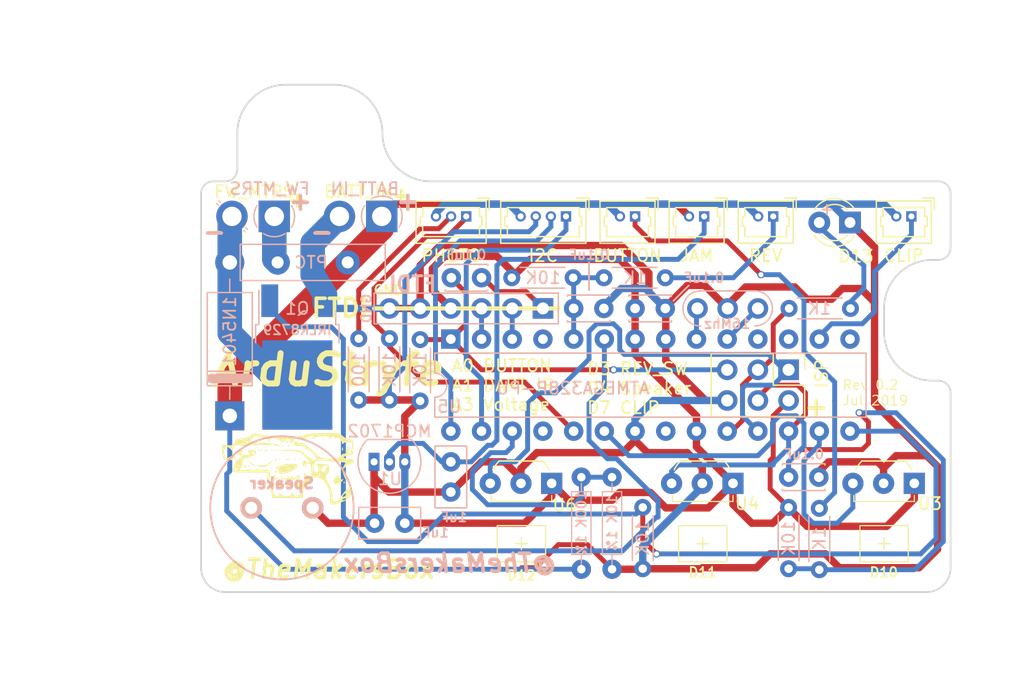
<source format=kicad_pcb>
(kicad_pcb (version 4) (host pcbnew 4.0.7)

  (general
    (links 84)
    (no_connects 0)
    (area 36.922999 77.289999 99.073001 119.440001)
    (thickness 1.6)
    (drawings 70)
    (tracks 427)
    (zones 0)
    (modules 41)
    (nets 36)
  )

  (page A4)
  (title_block
    (date "lun. 30 mars 2015")
  )

  (layers
    (0 F.Cu signal)
    (31 B.Cu signal)
    (32 B.Adhes user)
    (33 F.Adhes user)
    (34 B.Paste user)
    (35 F.Paste user)
    (36 B.SilkS user)
    (37 F.SilkS user)
    (38 B.Mask user)
    (39 F.Mask user)
    (40 Dwgs.User user)
    (41 Cmts.User user)
    (42 Eco1.User user)
    (43 Eco2.User user)
    (44 Edge.Cuts user)
    (45 Margin user)
    (46 B.CrtYd user)
    (47 F.CrtYd user)
    (48 B.Fab user hide)
    (49 F.Fab user hide)
  )

  (setup
    (last_trace_width 0.6096)
    (user_trace_width 0.254)
    (user_trace_width 0.3048)
    (user_trace_width 0.4064)
    (user_trace_width 0.508)
    (user_trace_width 0.6096)
    (user_trace_width 0.9144)
    (user_trace_width 1.2)
    (user_trace_width 2.032)
    (trace_clearance 0.2)
    (zone_clearance 0.508)
    (zone_45_only no)
    (trace_min 0.2)
    (segment_width 0.15)
    (edge_width 0.15)
    (via_size 0.6)
    (via_drill 0.4)
    (via_min_size 0.4)
    (via_min_drill 0.3)
    (uvia_size 0.3)
    (uvia_drill 0.1)
    (uvias_allowed no)
    (uvia_min_size 0.2)
    (uvia_min_drill 0.1)
    (pcb_text_width 0.3)
    (pcb_text_size 1.5 1.5)
    (mod_edge_width 0.15)
    (mod_text_size 1 1)
    (mod_text_width 0.15)
    (pad_size 2.6 2.6)
    (pad_drill 1.6)
    (pad_to_mask_clearance 0)
    (aux_axis_origin 110.998 126.365)
    (grid_origin 110.998 126.365)
    (visible_elements 7FFFFFEF)
    (pcbplotparams
      (layerselection 0x010f0_80000001)
      (usegerberextensions true)
      (excludeedgelayer true)
      (linewidth 0.100000)
      (plotframeref false)
      (viasonmask false)
      (mode 1)
      (useauxorigin false)
      (hpglpennumber 1)
      (hpglpenspeed 20)
      (hpglpendiameter 15)
      (hpglpenoverlay 2)
      (psnegative false)
      (psa4output false)
      (plotreference true)
      (plotvalue true)
      (plotinvisibletext false)
      (padsonsilk false)
      (subtractmaskfromsilk false)
      (outputformat 1)
      (mirror false)
      (drillshape 0)
      (scaleselection 1)
      (outputdirectory gerbers/))
  )

  (net 0 "")
  (net 1 /Reset)
  (net 2 GND)
  (net 3 /A0)
  (net 4 /A1)
  (net 5 /A2)
  (net 6 /A3)
  (net 7 /AREF)
  (net 8 "/A4(SDA)")
  (net 9 "/A5(SCL)")
  (net 10 "/9(**)")
  (net 11 /8)
  (net 12 /7)
  (net 13 "/6(**)")
  (net 14 "/5(**)")
  (net 15 /4)
  (net 16 "/3(**)")
  (net 17 /2)
  (net 18 "/13(SCK)")
  (net 19 "/12(MISO)")
  (net 20 VCC)
  (net 21 "Net-(D2-Pad2)")
  (net 22 "Net-(U5-Pad9)")
  (net 23 "Net-(U5-Pad10)")
  (net 24 "/11(MOSI)")
  (net 25 "/10(SS)")
  (net 26 "/0(Rx)")
  (net 27 "/1(Tx)")
  (net 28 /#RTS)
  (net 29 "Net-(J6-Pad1)")
  (net 30 "Net-(J21-Pad1)")
  (net 31 "Net-(J8-Pad2)")
  (net 32 "Net-(F1-Pad2)")
  (net 33 /BATT)
  (net 34 "Net-(D1-Pad2)")
  (net 35 "Net-(C1-Pad1)")

  (net_class Default "This is the default net class."
    (clearance 0.2)
    (trace_width 0.25)
    (via_dia 0.6)
    (via_drill 0.4)
    (uvia_dia 0.3)
    (uvia_drill 0.1)
    (add_net /#RTS)
    (add_net "/0(Rx)")
    (add_net "/1(Tx)")
    (add_net "/10(SS)")
    (add_net "/11(MOSI)")
    (add_net "/12(MISO)")
    (add_net "/13(SCK)")
    (add_net /2)
    (add_net "/3(**)")
    (add_net /4)
    (add_net "/5(**)")
    (add_net "/6(**)")
    (add_net /7)
    (add_net /8)
    (add_net "/9(**)")
    (add_net /A0)
    (add_net /A1)
    (add_net /A2)
    (add_net /A3)
    (add_net "/A4(SDA)")
    (add_net "/A5(SCL)")
    (add_net /AREF)
    (add_net /BATT)
    (add_net /Reset)
    (add_net GND)
    (add_net "Net-(C1-Pad1)")
    (add_net "Net-(D1-Pad2)")
    (add_net "Net-(D2-Pad2)")
    (add_net "Net-(F1-Pad2)")
    (add_net "Net-(J21-Pad1)")
    (add_net "Net-(J6-Pad1)")
    (add_net "Net-(J8-Pad2)")
    (add_net "Net-(U5-Pad10)")
    (add_net "Net-(U5-Pad9)")
    (add_net VCC)
  )

  (module footprints:LED_D3.0mm (layer F.Cu) (tedit 5D1EBECC) (tstamp 5CE766C5)
    (at 90.678 88.773 180)
    (descr "LED, diameter 3.0mm, 2 pins")
    (tags "LED diameter 3.0mm 2 pins")
    (path /5BB7BB61)
    (fp_text reference D2 (at 1.27 -1.27 180) (layer F.Fab)
      (effects (font (size 1 1) (thickness 0.15)))
    )
    (fp_text value D13 (at -0.508 -2.794 180) (layer F.SilkS)
      (effects (font (size 1 1) (thickness 0.15)))
    )
    (fp_text user + (at 1.905 1.143 180) (layer B.SilkS)
      (effects (font (size 1 1) (thickness 0.15)) (justify mirror))
    )
    (fp_text user + (at 1.905 1.143 180) (layer F.SilkS)
      (effects (font (size 1 1) (thickness 0.15)))
    )
    (fp_arc (start 1.27 0) (end -0.23 -1.16619) (angle 284.3) (layer F.Fab) (width 0.1))
    (fp_arc (start 1.27 0) (end -0.29 -1.235516) (angle 108.8) (layer F.SilkS) (width 0.12))
    (fp_arc (start 1.27 0) (end -0.29 1.235516) (angle -108.8) (layer F.SilkS) (width 0.12))
    (fp_arc (start 1.27 0) (end 0.229039 -1.08) (angle 87.9) (layer F.SilkS) (width 0.12))
    (fp_arc (start 1.27 0) (end 0.229039 1.08) (angle -87.9) (layer F.SilkS) (width 0.12))
    (fp_circle (center 1.27 0) (end 2.77 0) (layer F.Fab) (width 0.1))
    (fp_line (start -0.23 -1.16619) (end -0.23 1.16619) (layer F.Fab) (width 0.1))
    (fp_line (start -0.29 -1.236) (end -0.29 -1.08) (layer F.SilkS) (width 0.12))
    (fp_line (start -0.29 1.08) (end -0.29 1.236) (layer F.SilkS) (width 0.12))
    (fp_line (start -1.15 -2.25) (end -1.15 2.25) (layer F.CrtYd) (width 0.05))
    (fp_line (start -1.15 2.25) (end 3.7 2.25) (layer F.CrtYd) (width 0.05))
    (fp_line (start 3.7 2.25) (end 3.7 -2.25) (layer F.CrtYd) (width 0.05))
    (fp_line (start 3.7 -2.25) (end -1.15 -2.25) (layer F.CrtYd) (width 0.05))
    (pad 1 thru_hole rect (at 0 0 180) (size 1.8 1.8) (drill 0.9) (layers *.Cu *.Mask)
      (net 2 GND))
    (pad 2 thru_hole circle (at 2.54 0 180) (size 1.8 1.8) (drill 0.9) (layers *.Cu *.Mask)
      (net 21 "Net-(D2-Pad2)"))
    (model ${KISYS3DMOD}/LEDs.3dshapes/LED_D3.0mm.wrl
      (at (xyz 0 0 0))
      (scale (xyz 0.393701 0.393701 0.393701))
      (rotate (xyz 0 0 0))
    )
  )

  (module Wire_Pads:SolderWirePad_single_2-5mmDrill (layer F.Cu) (tedit 5D019315) (tstamp 5D019310)
    (at 87.998 92.365)
    (path /5CE78195)
    (fp_text reference J14 (at 0.052 -0.192) (layer F.SilkS) hide
      (effects (font (size 1 1) (thickness 0.15)))
    )
    (fp_text value NPTH (at 0 -0.254) (layer F.Fab)
      (effects (font (size 1 1) (thickness 0.15)))
    )
    (pad "" np_thru_hole circle (at 0 0) (size 3 3) (drill 3) (layers *.Cu *.Mask))
  )

  (module footprints:Hall_Sensor (layer F.Cu) (tedit 5D111A4F) (tstamp 5CE76795)
    (at 95.998 110.365 180)
    (descr "TO-92 leads in-line, wide, drill 0.8mm (see NXP sot054_po.pdf)")
    (tags "to-92 sc-43 sc-43a sot54 PA33 transistor")
    (path /5CE1F6F9)
    (fp_text reference U3 (at -1.284 -1.681 360) (layer F.SilkS)
      (effects (font (size 1 1) (thickness 0.15)))
    )
    (fp_text value "HALL SENSOR" (at 6.477 -0.381 450) (layer F.SilkS) hide
      (effects (font (size 1 1) (thickness 0.15)))
    )
    (fp_line (start 0.5 -6.5) (end 4.5 -6.5) (layer F.SilkS) (width 0.1))
    (fp_line (start 4.5 -6.5) (end 4.5 -3.5) (layer F.SilkS) (width 0.1))
    (fp_line (start 4.5 -3.5) (end 0.5 -3.5) (layer F.SilkS) (width 0.1))
    (fp_line (start 0.5 -3.5) (end 0.5 -6.5) (layer F.SilkS) (width 0.1))
    (fp_line (start 2.5 -5.5) (end 2.5 -4.5) (layer F.SilkS) (width 0.1))
    (fp_line (start 2 -5) (end 3 -5) (layer F.SilkS) (width 0.1))
    (fp_line (start 0 -1) (end 0 -1.5) (layer F.SilkS) (width 0.1))
    (fp_line (start 0 -1.5) (end 5 -1.5) (layer F.SilkS) (width 0.1))
    (fp_line (start 5 -1.5) (end 5 -1) (layer F.SilkS) (width 0.1))
    (fp_text user %R (at 6.82 -1.125 360) (layer F.Fab)
      (effects (font (size 1 1) (thickness 0.15)))
    )
    (fp_line (start 0.74 1.85) (end 4.34 1.85) (layer F.SilkS) (width 0.12))
    (fp_line (start 0.8 1.75) (end 4.3 1.75) (layer F.Fab) (width 0.1))
    (fp_line (start -1.01 -2.73) (end 6.09 -2.73) (layer F.CrtYd) (width 0.05))
    (fp_line (start -1.01 -2.73) (end -1.01 2.01) (layer F.CrtYd) (width 0.05))
    (fp_line (start 6.09 2.01) (end 6.09 -2.73) (layer F.CrtYd) (width 0.05))
    (fp_line (start 6.09 2.01) (end -1.01 2.01) (layer F.CrtYd) (width 0.05))
    (fp_arc (start 2.54 0) (end 0.74 1.85) (angle 20) (layer F.SilkS) (width 0.12))
    (fp_arc (start 2.54 0) (end 4.34 1.85) (angle -20) (layer F.SilkS) (width 0.12))
    (pad 3 thru_hole circle (at 5.08 0 270) (size 1.75 1.75) (drill 0.8) (layers *.Cu *.Mask)
      (net 25 "/10(SS)"))
    (pad 2 thru_hole circle (at 2.54 0 270) (size 1.75 1.75) (drill 0.8) (layers *.Cu *.Mask)
      (net 2 GND))
    (pad 1 thru_hole rect (at 0 0 270) (size 1.75 1.75) (drill 0.8) (layers *.Cu *.Mask)
      (net 20 VCC))
    (model ${KISYS3DMOD}/TO_SOT_Packages_THT.3dshapes/TO-92_Inline_Wide.wrl
      (at (xyz 0.1 0 0))
      (scale (xyz 1 1 1))
      (rotate (xyz 0 0 -90))
    )
  )

  (module footprints:Fuse_Littelfuse-LVR125 (layer B.Cu) (tedit 5D125270) (tstamp 5D001DA3)
    (at 46.228 92.075 180)
    (descr "Littelfuse, resettable fuse, PTC, polyswitch LVR125, Ih 1.25A, http://www.littelfuse.com/~/media/electronics/datasheets/resettable_ptcs/littelfuse_ptc_lvr_catalog_datasheet.pdf.pdf")
    (tags "LVR125 PTC resettable polyswitch ")
    (path /5CFFD544)
    (fp_text reference F1 (at 5.715 0 180) (layer B.SilkS) hide
      (effects (font (size 1 1) (thickness 0.15)) (justify mirror))
    )
    (fp_text value PTC (at 0.127 0 180) (layer B.SilkS)
      (effects (font (size 1 1) (thickness 0.15)) (justify mirror))
    )
    (fp_line (start -6 -1.5) (end 6 -1.5) (layer B.SilkS) (width 0.12))
    (fp_line (start 6 1.5) (end -6 1.5) (layer B.SilkS) (width 0.12))
    (fp_line (start -6 -1.5) (end -6 1.5) (layer B.SilkS) (width 0.12))
    (fp_line (start 6 1.5) (end 6 -1.5) (layer B.SilkS) (width 0.12))
    (fp_text user %R (at -5 0 180) (layer B.Fab)
      (effects (font (size 1 1) (thickness 0.15)) (justify mirror))
    )
    (pad 1 thru_hole circle (at -2.9 0 180) (size 2 2) (drill 1) (layers *.Cu *.Mask)
      (net 33 /BATT))
    (pad 2 thru_hole circle (at 2.9 0 180) (size 2 2) (drill 1) (layers *.Cu *.Mask)
      (net 32 "Net-(F1-Pad2)"))
    (model ${KISYS3DMOD}/Fuse_Holders_and_Fuses.3dshapes/Fuse_Littelfuse-LVR125.wrl
      (at (xyz 0 0 0))
      (scale (xyz 1 1 1))
      (rotate (xyz 0 0 0))
    )
  )

  (module Pin_Headers:Pin_Header_Straight_1x06_Pitch2.54mm (layer B.Cu) (tedit 5D1EC18C) (tstamp 5CE766F8)
    (at 65.278 95.885 90)
    (descr "Through hole straight pin header, 1x06, 2.54mm pitch, single row")
    (tags "Through hole pin header THT 1x06 2.54mm single row")
    (path /5CE157C8)
    (fp_text reference J7 (at 0 2.33 90) (layer B.SilkS) hide
      (effects (font (size 1 1) (thickness 0.15)) (justify mirror))
    )
    (fp_text value FTDI (at 2.02 -10.78 180) (layer B.SilkS)
      (effects (font (size 1.25 1.25) (thickness 0.25)) (justify mirror))
    )
    (fp_line (start -1.27 1.27) (end 1.27 1.27) (layer B.SilkS) (width 0.12))
    (fp_line (start 1.27 1.27) (end 1.27 -13.97) (layer B.SilkS) (width 0.12))
    (fp_line (start 1.27 -13.97) (end -1.27 -13.97) (layer B.SilkS) (width 0.12))
    (fp_line (start -1.27 -13.97) (end -1.27 1.27) (layer B.SilkS) (width 0.12))
    (fp_line (start -0.635 1.27) (end 1.27 1.27) (layer B.Fab) (width 0.1))
    (fp_line (start 1.27 1.27) (end 1.27 -13.97) (layer B.Fab) (width 0.1))
    (fp_line (start 1.27 -13.97) (end -1.27 -13.97) (layer B.Fab) (width 0.1))
    (fp_line (start -1.27 -13.97) (end -1.27 0.635) (layer B.Fab) (width 0.1))
    (fp_line (start -1.27 0.635) (end -0.635 1.27) (layer B.Fab) (width 0.1))
    (fp_line (start -1.8 1.8) (end -1.8 -14.5) (layer B.CrtYd) (width 0.05))
    (fp_line (start -1.8 -14.5) (end 1.8 -14.5) (layer B.CrtYd) (width 0.05))
    (fp_line (start 1.8 -14.5) (end 1.8 1.8) (layer B.CrtYd) (width 0.05))
    (fp_line (start 1.8 1.8) (end -1.8 1.8) (layer B.CrtYd) (width 0.05))
    (fp_text user %R (at 0 -6.35 360) (layer B.Fab)
      (effects (font (size 1 1) (thickness 0.15)) (justify mirror))
    )
    (pad 1 thru_hole rect (at 0 0 90) (size 1.7 1.7) (drill 1) (layers *.Cu *.Mask)
      (net 28 /#RTS))
    (pad 2 thru_hole oval (at 0 -2.54 90) (size 1.7 1.7) (drill 1) (layers *.Cu *.Mask)
      (net 27 "/1(Tx)"))
    (pad 3 thru_hole oval (at 0 -5.08 90) (size 1.7 1.7) (drill 1) (layers *.Cu *.Mask)
      (net 26 "/0(Rx)"))
    (pad 4 thru_hole oval (at 0 -7.62 90) (size 1.7 1.7) (drill 1) (layers *.Cu *.Mask)
      (net 20 VCC))
    (pad 5 thru_hole oval (at 0 -10.16 90) (size 1.7 1.7) (drill 1) (layers *.Cu *.Mask)
      (net 2 GND))
    (pad 6 thru_hole oval (at 0 -12.7 90) (size 1.7 1.7) (drill 1) (layers *.Cu *.Mask)
      (net 2 GND))
    (model ${KISYS3DMOD}/Pin_Headers.3dshapes/Pin_Header_Straight_1x06_Pitch2.54mm.wrl
      (at (xyz 0 0 0))
      (scale (xyz 1 1 1))
      (rotate (xyz 0 0 0))
    )
  )

  (module Wire_Pads:SolderWirePad_single_2-5mmDrill (layer F.Cu) (tedit 5D019313) (tstamp 5D019308)
    (at 46.998 82.365)
    (path /5CE78195)
    (fp_text reference J14 (at 0.052 -0.192) (layer F.SilkS) hide
      (effects (font (size 1 1) (thickness 0.15)))
    )
    (fp_text value NPTH (at 0 -0.254) (layer F.Fab)
      (effects (font (size 1 1) (thickness 0.15)))
    )
    (pad "" np_thru_hole circle (at 0 0) (size 3 3) (drill 3) (layers *.Cu *.Mask))
  )

  (module footprints:DIP-28_W7.62mm locked (layer B.Cu) (tedit 5D0507A2) (tstamp 5BB69B80)
    (at 57.658 98.425 270)
    (descr "28-lead though-hole mounted DIP package, row spacing 7.62 mm (300 mils)")
    (tags "THT DIP DIL PDIP 2.54mm 7.62mm 300mil")
    (path /5BB5CB12)
    (fp_text reference U5 (at 5.588 0.127 540) (layer B.SilkS)
      (effects (font (size 1 1) (thickness 0.15)) (justify mirror))
    )
    (fp_text value ATMEGA328P-PU (at 4.064 -10.0965 540) (layer B.SilkS)
      (effects (font (size 1 1) (thickness 0.15)) (justify mirror))
    )
    (fp_arc (start 3.81 1.33) (end 2.81 1.33) (angle 180) (layer B.SilkS) (width 0.12))
    (fp_line (start 1.635 1.27) (end 6.985 1.27) (layer B.Fab) (width 0.1))
    (fp_line (start 6.985 1.27) (end 6.985 -34.29) (layer B.Fab) (width 0.1))
    (fp_line (start 6.985 -34.29) (end 0.635 -34.29) (layer B.Fab) (width 0.1))
    (fp_line (start 0.635 -34.29) (end 0.635 0.27) (layer B.Fab) (width 0.1))
    (fp_line (start 0.635 0.27) (end 1.635 1.27) (layer B.Fab) (width 0.1))
    (fp_line (start 2.81 1.33) (end 1.16 1.33) (layer B.SilkS) (width 0.12))
    (fp_line (start 1.16 1.33) (end 1.16 -34.35) (layer B.SilkS) (width 0.12))
    (fp_line (start 1.16 -34.35) (end 6.46 -34.35) (layer B.SilkS) (width 0.12))
    (fp_line (start 6.46 -34.35) (end 6.46 1.33) (layer B.SilkS) (width 0.12))
    (fp_line (start 6.46 1.33) (end 4.81 1.33) (layer B.SilkS) (width 0.12))
    (fp_line (start -1.1 1.55) (end -1.1 -34.55) (layer B.CrtYd) (width 0.05))
    (fp_line (start -1.1 -34.55) (end 8.7 -34.55) (layer B.CrtYd) (width 0.05))
    (fp_line (start 8.7 -34.55) (end 8.7 1.55) (layer B.CrtYd) (width 0.05))
    (fp_line (start 8.7 1.55) (end -1.1 1.55) (layer B.CrtYd) (width 0.05))
    (fp_text user %R (at 3.81 -16.51 270) (layer B.Fab)
      (effects (font (size 1 1) (thickness 0.15)) (justify mirror))
    )
    (pad 1 thru_hole rect (at 0 0 270) (size 1.6 1.6) (drill 0.8) (layers *.Cu *.Mask)
      (net 1 /Reset))
    (pad 15 thru_hole oval (at 7.62 -33.02 270) (size 1.6 1.6) (drill 0.8) (layers *.Cu *.Mask)
      (net 10 "/9(**)"))
    (pad 2 thru_hole oval (at 0 -2.54 270) (size 1.6 1.6) (drill 0.8) (layers *.Cu *.Mask)
      (net 26 "/0(Rx)"))
    (pad 16 thru_hole oval (at 7.62 -30.48 270) (size 1.6 1.6) (drill 0.8) (layers *.Cu *.Mask)
      (net 25 "/10(SS)"))
    (pad 3 thru_hole oval (at 0 -5.08 270) (size 1.6 1.6) (drill 0.8) (layers *.Cu *.Mask)
      (net 27 "/1(Tx)"))
    (pad 17 thru_hole oval (at 7.62 -27.94 270) (size 1.6 1.6) (drill 0.8) (layers *.Cu *.Mask)
      (net 24 "/11(MOSI)"))
    (pad 4 thru_hole oval (at 0 -7.62 270) (size 1.6 1.6) (drill 0.8) (layers *.Cu *.Mask)
      (net 17 /2))
    (pad 18 thru_hole oval (at 7.62 -25.4 270) (size 1.6 1.6) (drill 0.8) (layers *.Cu *.Mask)
      (net 19 "/12(MISO)"))
    (pad 5 thru_hole oval (at 0 -10.16 270) (size 1.6 1.6) (drill 0.8) (layers *.Cu *.Mask)
      (net 16 "/3(**)"))
    (pad 19 thru_hole oval (at 7.62 -22.86 270) (size 1.6 1.6) (drill 0.8) (layers *.Cu *.Mask)
      (net 18 "/13(SCK)"))
    (pad 6 thru_hole oval (at 0 -12.7 270) (size 1.6 1.6) (drill 0.8) (layers *.Cu *.Mask)
      (net 15 /4))
    (pad 20 thru_hole oval (at 7.62 -20.32 270) (size 1.6 1.6) (drill 0.8) (layers *.Cu *.Mask)
      (net 20 VCC))
    (pad 7 thru_hole oval (at 0 -15.24 270) (size 1.6 1.6) (drill 0.8) (layers *.Cu *.Mask)
      (net 20 VCC))
    (pad 21 thru_hole oval (at 7.62 -17.78 270) (size 1.6 1.6) (drill 0.8) (layers *.Cu *.Mask)
      (net 7 /AREF))
    (pad 8 thru_hole oval (at 0 -17.78 270) (size 1.6 1.6) (drill 0.8) (layers *.Cu *.Mask)
      (net 2 GND))
    (pad 22 thru_hole oval (at 7.62 -15.24 270) (size 1.6 1.6) (drill 0.8) (layers *.Cu *.Mask)
      (net 2 GND))
    (pad 9 thru_hole oval (at 0 -20.32 270) (size 1.6 1.6) (drill 0.8) (layers *.Cu *.Mask)
      (net 22 "Net-(U5-Pad9)"))
    (pad 23 thru_hole oval (at 7.62 -12.7 270) (size 1.6 1.6) (drill 0.8) (layers *.Cu *.Mask)
      (net 3 /A0))
    (pad 10 thru_hole oval (at 0 -22.86 270) (size 1.6 1.6) (drill 0.8) (layers *.Cu *.Mask)
      (net 23 "Net-(U5-Pad10)"))
    (pad 24 thru_hole oval (at 7.62 -10.16 270) (size 1.6 1.6) (drill 0.8) (layers *.Cu *.Mask)
      (net 4 /A1))
    (pad 11 thru_hole oval (at 0 -25.4 270) (size 1.6 1.6) (drill 0.8) (layers *.Cu *.Mask)
      (net 14 "/5(**)"))
    (pad 25 thru_hole oval (at 7.62 -7.62 270) (size 1.6 1.6) (drill 0.8) (layers *.Cu *.Mask)
      (net 5 /A2))
    (pad 12 thru_hole oval (at 0 -27.94 270) (size 1.6 1.6) (drill 0.8) (layers *.Cu *.Mask)
      (net 13 "/6(**)"))
    (pad 26 thru_hole oval (at 7.62 -5.08 270) (size 1.6 1.6) (drill 0.8) (layers *.Cu *.Mask)
      (net 6 /A3))
    (pad 13 thru_hole oval (at 0 -30.48 270) (size 1.6 1.6) (drill 0.8) (layers *.Cu *.Mask)
      (net 12 /7))
    (pad 27 thru_hole oval (at 7.62 -2.54 270) (size 1.6 1.6) (drill 0.8) (layers *.Cu *.Mask)
      (net 8 "/A4(SDA)"))
    (pad 14 thru_hole oval (at 0 -33.02 270) (size 1.6 1.6) (drill 0.8) (layers *.Cu *.Mask)
      (net 11 /8))
    (pad 28 thru_hole oval (at 7.62 0 270) (size 1.6 1.6) (drill 0.8) (layers *.Cu *.Mask)
      (net 9 "/A5(SCL)"))
    (model ${KISYS3DMOD}/Housings_DIP.3dshapes/DIP-28_W7.62mm.wrl
      (at (xyz 0 0 0))
      (scale (xyz 1 1 1))
      (rotate (xyz 0 0 0))
    )
  )

  (module footprints:TerminalBlock_P3.50mm_Horizontal (layer B.Cu) (tedit 5D1EC431) (tstamp 5CFEEB59)
    (at 51.943 88.265 180)
    (descr "Terminal Block Phoenix PT-1,5-2-3.5-H, 2 pins, pitch 3.5mm, size 7x7.6mm^2, drill diamater 1.2mm, pad diameter 2.4mm, see , script-generated using https://github.com/pointhi/kicad-footprint-generator/scripts/TerminalBlock_Phoenix")
    (tags "THT Terminal Block Phoenix PT-1,5-2-3.5-H pitch 3.5mm size 7x7.6mm^2 drill 1.2mm pad 2.4mm")
    (path /5CE59139)
    (fp_text reference J2 (at 2 -2 180) (layer B.SilkS) hide
      (effects (font (size 1 1) (thickness 0.15)) (justify mirror))
    )
    (fp_text value BATT_IN (at 1.397 2.286 360) (layer B.SilkS)
      (effects (font (size 1 1) (thickness 0.15)) (justify mirror))
    )
    (fp_arc (start 0 0) (end 1.425 -0.891) (angle 64) (layer B.SilkS) (width 0.12))
    (fp_arc (start 0 0) (end 0.866 1.44) (angle 63) (layer B.SilkS) (width 0.12))
    (fp_arc (start 0 0) (end -1.44 0.866) (angle 63) (layer B.SilkS) (width 0.12))
    (fp_circle (center 0 0) (end 1.5 0) (layer B.Fab) (width 0.1))
    (fp_circle (center 3.5 0) (end 5 0) (layer B.Fab) (width 0.1))
    (fp_line (start -1.75 3.1) (end 5.25 3.1) (layer B.Fab) (width 0.1))
    (fp_line (start 5.25 3.1) (end 5.25 -4.5) (layer B.Fab) (width 0.1))
    (fp_line (start 5.25 -4.5) (end -1.35 -4.5) (layer B.Fab) (width 0.1))
    (fp_line (start -1.35 -4.5) (end -1.75 -4.1) (layer B.Fab) (width 0.1))
    (fp_line (start -1.75 -4.1) (end -1.75 3.1) (layer B.Fab) (width 0.1))
    (fp_line (start -1.75 -4.1) (end 5.25 -4.1) (layer B.Fab) (width 0.1))
    (fp_line (start -1.75 -3) (end 5.25 -3) (layer B.Fab) (width 0.1))
    (fp_line (start 1.138 0.955) (end -0.955 -1.138) (layer B.Fab) (width 0.1))
    (fp_line (start 0.955 1.138) (end -1.138 -0.955) (layer B.Fab) (width 0.1))
    (fp_line (start 4.638 0.955) (end 2.546 -1.138) (layer B.Fab) (width 0.1))
    (fp_line (start 4.455 1.138) (end 2.363 -0.955) (layer B.Fab) (width 0.1))
    (fp_line (start -2.25 3.6) (end -2.25 -5) (layer B.CrtYd) (width 0.05))
    (fp_line (start -2.25 -5) (end 5.75 -5) (layer B.CrtYd) (width 0.05))
    (fp_line (start 5.75 -5) (end 5.75 3.6) (layer B.CrtYd) (width 0.05))
    (fp_line (start 5.75 3.6) (end -2.25 3.6) (layer B.CrtYd) (width 0.05))
    (fp_text user %R (at 2 -2 180) (layer B.Fab)
      (effects (font (size 1 1) (thickness 0.15)) (justify mirror))
    )
    (pad 1 thru_hole rect (at 0 0 180) (size 2.6 2.6) (drill 1.6) (layers *.Cu *.Mask)
      (net 33 /BATT))
    (pad 2 thru_hole circle (at 3.5 0 180) (size 2.6 2.6) (drill 1.6) (layers *.Cu *.Mask)
      (net 2 GND))
    (model ${KISYS3DMOD}/TerminalBlock_Phoenix.3dshapes/TerminalBlock_Phoenix_PT-1,5-2-3.5-H_1x02_P3.50mm_Horizontal.wrl
      (at (xyz 0 0 0))
      (scale (xyz 1 1 1))
      (rotate (xyz 0 0 0))
    )
  )

  (module footprints:TerminalBlock_P3.50mm_Horizontal (layer B.Cu) (tedit 5D1EC471) (tstamp 5CFEEB6E)
    (at 43.053 88.265 180)
    (descr "Terminal Block Phoenix PT-1,5-2-3.5-H, 2 pins, pitch 3.5mm, size 7x7.6mm^2, drill diamater 1.2mm, pad diameter 2.4mm, see , script-generated using https://github.com/pointhi/kicad-footprint-generator/scripts/TerminalBlock_Phoenix")
    (tags "THT Terminal Block Phoenix PT-1,5-2-3.5-H pitch 3.5mm size 7x7.6mm^2 drill 1.2mm pad 2.4mm")
    (path /5CE592FA)
    (fp_text reference J9 (at 2 -2 180) (layer B.SilkS) hide
      (effects (font (size 1 1) (thickness 0.15)) (justify mirror))
    )
    (fp_text value FW_MTRS (at 0.381 2.286 360) (layer B.SilkS)
      (effects (font (size 1 1) (thickness 0.15)) (justify mirror))
    )
    (fp_arc (start 0 0) (end 0 -1.68) (angle 32) (layer B.SilkS) (width 0.12))
    (fp_arc (start 0 0) (end 1.425 -0.891) (angle 64) (layer B.SilkS) (width 0.12))
    (fp_arc (start 0 0) (end -1.44 0.866) (angle 63) (layer B.SilkS) (width 0.12))
    (fp_arc (start 0 0) (end -0.866 -1.44) (angle 32) (layer B.SilkS) (width 0.12))
    (fp_circle (center 0 0) (end 1.5 0) (layer B.Fab) (width 0.1))
    (fp_circle (center 3.5 0) (end 5 0) (layer B.Fab) (width 0.1))
    (fp_line (start -1.75 3.1) (end 5.25 3.1) (layer B.Fab) (width 0.1))
    (fp_line (start 5.25 3.1) (end 5.25 -4.5) (layer B.Fab) (width 0.1))
    (fp_line (start 5.25 -4.5) (end -1.35 -4.5) (layer B.Fab) (width 0.1))
    (fp_line (start -1.35 -4.5) (end -1.75 -4.1) (layer B.Fab) (width 0.1))
    (fp_line (start -1.75 -4.1) (end -1.75 3.1) (layer B.Fab) (width 0.1))
    (fp_line (start -1.75 -4.1) (end 5.25 -4.1) (layer B.Fab) (width 0.1))
    (fp_line (start -1.75 -3) (end 5.25 -3) (layer B.Fab) (width 0.1))
    (fp_line (start 1.138 0.955) (end -0.955 -1.138) (layer B.Fab) (width 0.1))
    (fp_line (start 0.955 1.138) (end -1.138 -0.955) (layer B.Fab) (width 0.1))
    (fp_line (start 4.638 0.955) (end 2.546 -1.138) (layer B.Fab) (width 0.1))
    (fp_line (start 4.455 1.138) (end 2.363 -0.955) (layer B.Fab) (width 0.1))
    (fp_line (start 4.775 1.069) (end 4.646 0.941) (layer B.SilkS) (width 0.12))
    (fp_line (start 2.525 -1.181) (end 2.431 -1.274) (layer B.SilkS) (width 0.12))
    (fp_line (start 4.57 1.275) (end 4.476 1.181) (layer B.SilkS) (width 0.12))
    (fp_line (start 2.355 -0.941) (end 2.226 -1.069) (layer B.SilkS) (width 0.12))
    (fp_line (start -2.25 3.6) (end -2.25 -5) (layer B.CrtYd) (width 0.05))
    (fp_line (start -2.25 -5) (end 5.75 -5) (layer B.CrtYd) (width 0.05))
    (fp_line (start 5.75 -5) (end 5.75 3.6) (layer B.CrtYd) (width 0.05))
    (fp_line (start 5.75 3.6) (end -2.25 3.6) (layer B.CrtYd) (width 0.05))
    (fp_text user %R (at 2 -2 180) (layer B.Fab)
      (effects (font (size 1 1) (thickness 0.15)) (justify mirror))
    )
    (pad 1 thru_hole rect (at 0 0 180) (size 2.6 2.6) (drill 1.6) (layers *.Cu *.Mask)
      (net 32 "Net-(F1-Pad2)"))
    (pad 2 thru_hole circle (at 3.5 0 180) (size 2.6 2.6) (drill 1.6) (layers *.Cu *.Mask)
      (net 34 "Net-(D1-Pad2)"))
    (model ${KISYS3DMOD}/TerminalBlock_Phoenix.3dshapes/TerminalBlock_Phoenix_PT-1,5-2-3.5-H_1x02_P3.50mm_Horizontal.wrl
      (at (xyz 0 0 0))
      (scale (xyz 1 1 1))
      (rotate (xyz 0 0 0))
    )
  )

  (module footprints:Resonator-3pin_w7.0mm_h2.5mm (layer B.Cu) (tedit 5D02B93C) (tstamp 5BB69BAF)
    (at 83.058 95.885 180)
    (descr "Ceramic Resomator/Filter 7.0x2.5mm^2, length*width=7.0x2.5mm^2 package, package length=7.0mm, package width=2.5mm, 3 pins")
    (tags "THT ceramic resonator filter")
    (path /5BB6F476)
    (fp_text reference Y1 (at -1.27 -1.651 180) (layer B.SilkS) hide
      (effects (font (size 1 1) (thickness 0.15)) (justify mirror))
    )
    (fp_text value 16Mhz (at 2.54 -1.27 180) (layer B.SilkS)
      (effects (font (size 0.8 0.8) (thickness 0.15)) (justify mirror))
    )
    (fp_text user %R (at 2.5 0 180) (layer B.Fab)
      (effects (font (size 1 1) (thickness 0.15)) (justify mirror))
    )
    (fp_line (start 0.25 1.25) (end 4.75 1.25) (layer B.Fab) (width 0.1))
    (fp_line (start 0.25 -1.25) (end 4.75 -1.25) (layer B.Fab) (width 0.1))
    (fp_line (start 0.25 1.25) (end 4.75 1.25) (layer B.Fab) (width 0.1))
    (fp_line (start 0.25 -1.25) (end 4.75 -1.25) (layer B.Fab) (width 0.1))
    (fp_line (start 0.25 1.45) (end 4.75 1.45) (layer B.SilkS) (width 0.12))
    (fp_line (start -1.5 1.7) (end -1.5 -1.7) (layer B.CrtYd) (width 0.05))
    (fp_line (start -1.5 -1.7) (end 6.5 -1.7) (layer B.CrtYd) (width 0.05))
    (fp_line (start 6.5 -1.7) (end 6.5 1.7) (layer B.CrtYd) (width 0.05))
    (fp_line (start 6.5 1.7) (end -1.5 1.7) (layer B.CrtYd) (width 0.05))
    (fp_arc (start 0.25 0) (end 0.25 1.25) (angle 180) (layer B.Fab) (width 0.1))
    (fp_arc (start 4.75 0) (end 4.75 1.25) (angle -180) (layer B.Fab) (width 0.1))
    (fp_arc (start 0.25 0) (end 0.25 1.25) (angle 180) (layer B.Fab) (width 0.1))
    (fp_arc (start 4.75 0) (end 4.75 1.25) (angle -180) (layer B.Fab) (width 0.1))
    (fp_arc (start 0.25 0) (end 0.25 1.45) (angle 180) (layer B.SilkS) (width 0.12))
    (fp_arc (start 4.75 0) (end 4.75 1.45) (angle -180) (layer B.SilkS) (width 0.12))
    (pad 1 thru_hole circle (at 0 0 180) (size 1.7 1.7) (drill 1) (layers *.Cu *.Mask)
      (net 23 "Net-(U5-Pad10)"))
    (pad 2 thru_hole circle (at 2.5 0 180) (size 1.7 1.7) (drill 1) (layers *.Cu *.Mask)
      (net 2 GND))
    (pad 3 thru_hole circle (at 5 0 180) (size 1.7 1.7) (drill 1) (layers *.Cu *.Mask)
      (net 22 "Net-(U5-Pad9)"))
    (model ${KISYS3DMOD}/Crystals.3dshapes/Resonator-3pin_w7.0mm_h2.5mm.wrl
      (at (xyz 0 0 0))
      (scale (xyz 0.393701 0.393701 0.393701))
      (rotate (xyz 0 0 0))
    )
  )

  (module footprints:D_DO-15_P12.70mm_Horizontal (layer B.Cu) (tedit 5D002A04) (tstamp 5CE766AD)
    (at 39.37 104.775 90)
    (descr "D, DO-15 series, Axial, Horizontal, pin pitch=12.7mm, , length*diameter=7.6*3.6mm^2, , http://www.diodes.com/_files/packages/DO-15.pdf")
    (tags "D DO-15 series Axial Horizontal pin pitch 12.7mm  length 7.6mm diameter 3.6mm")
    (path /5CDFABAB)
    (fp_text reference D1 (at 6.35 0 90) (layer B.SilkS) hide
      (effects (font (size 1 1) (thickness 0.15)) (justify mirror))
    )
    (fp_text value 1N5401 (at 6.985 0 90) (layer B.SilkS)
      (effects (font (size 1 1) (thickness 0.15)) (justify mirror))
    )
    (fp_line (start 3.1 1.5) (end 3.1 -1.5) (layer B.SilkS) (width 0.8))
    (fp_text user %R (at 6.35 0 90) (layer B.Fab)
      (effects (font (size 1 1) (thickness 0.15)) (justify mirror))
    )
    (fp_line (start 2.55 1.8) (end 2.55 -1.8) (layer B.Fab) (width 0.1))
    (fp_line (start 2.55 -1.8) (end 10.15 -1.8) (layer B.Fab) (width 0.1))
    (fp_line (start 10.15 -1.8) (end 10.15 1.8) (layer B.Fab) (width 0.1))
    (fp_line (start 10.15 1.8) (end 2.55 1.8) (layer B.Fab) (width 0.1))
    (fp_line (start 0 0) (end 2.55 0) (layer B.Fab) (width 0.1))
    (fp_line (start 12.7 0) (end 10.15 0) (layer B.Fab) (width 0.1))
    (fp_line (start 3.69 1.8) (end 3.69 -1.8) (layer B.Fab) (width 0.1))
    (fp_line (start 2.49 1.86) (end 2.49 -1.86) (layer B.SilkS) (width 0.12))
    (fp_line (start 2.49 -1.86) (end 10.21 -1.86) (layer B.SilkS) (width 0.12))
    (fp_line (start 10.21 -1.86) (end 10.21 1.86) (layer B.SilkS) (width 0.12))
    (fp_line (start 10.21 1.86) (end 2.49 1.86) (layer B.SilkS) (width 0.12))
    (fp_line (start 1.38 0) (end 2.49 0) (layer B.SilkS) (width 0.12))
    (fp_line (start 11.32 0) (end 10.21 0) (layer B.SilkS) (width 0.12))
    (fp_line (start 3.69 1.86) (end 3.69 -1.86) (layer B.SilkS) (width 0.12))
    (fp_line (start -1.45 2.15) (end -1.45 -2.15) (layer B.CrtYd) (width 0.05))
    (fp_line (start -1.45 -2.15) (end 14.15 -2.15) (layer B.CrtYd) (width 0.05))
    (fp_line (start 14.15 -2.15) (end 14.15 2.15) (layer B.CrtYd) (width 0.05))
    (fp_line (start 14.15 2.15) (end -1.45 2.15) (layer B.CrtYd) (width 0.05))
    (pad 1 thru_hole rect (at 0 0 90) (size 2.4 2.4) (drill 1.2) (layers *.Cu *.Mask)
      (net 33 /BATT))
    (pad 2 thru_hole oval (at 12.7 0 90) (size 2.4 2.4) (drill 1.2) (layers *.Cu *.Mask)
      (net 34 "Net-(D1-Pad2)"))
    (model ${KISYS3DMOD}/Diodes_THT.3dshapes/D_DO-15_P12.70mm_Horizontal.wrl
      (at (xyz 0 0 0))
      (scale (xyz 0.393701 0.393701 0.393701))
      (rotate (xyz 0 0 0))
    )
  )

  (module footprints:SPEAKER (layer B.Cu) (tedit 5D050A1D) (tstamp 5CF7F78A)
    (at 43.688 112.395 270)
    (descr "Switch inverseur")
    (tags "SWITCH DEV")
    (path /5CF98DB6)
    (fp_text reference LS1 (at 0 -5.08 270) (layer B.SilkS) hide
      (effects (font (size 1.016 1.016) (thickness 0.2032)) (justify mirror))
    )
    (fp_text value Speaker (at -2.032 0 360) (layer B.SilkS)
      (effects (font (size 0.889 0.889) (thickness 0.22225)) (justify mirror))
    )
    (fp_circle (center 0 0) (end -5.842 1.016) (layer B.SilkS) (width 0.15))
    (pad 2 thru_hole circle (at 0 -2.54 270) (size 1.778 1.778) (drill 1.016) (layers *.Cu *.Mask B.SilkS)
      (net 2 GND))
    (pad 1 thru_hole circle (at 0 2.54 270) (size 1.778 1.778) (drill 1.016) (layers *.Cu *.Mask B.SilkS)
      (net 15 /4))
  )

  (module footprints:R__P5.08mm (layer B.Cu) (tedit 5CE6B6CD) (tstamp 5CDF7E55)
    (at 65.278 93.345 180)
    (descr "Resistor, Axial_DIN0204 series, Axial, Horizontal, pin pitch=5.08mm, 0.16666666666666666W = 1/6W, length*diameter=3.6*1.6mm^2, http://cdn-reichelt.de/documents/datenblatt/B400/1_4W%23YAG.pdf")
    (tags "Resistor Axial_DIN0204 series Axial Horizontal pin pitch 5.08mm 0.16666666666666666W = 1/6W length 3.6mm diameter 1.6mm")
    (path /5CE1198B)
    (fp_text reference R6 (at 0 0 180) (layer B.SilkS) hide
      (effects (font (size 1 1) (thickness 0.15)) (justify mirror))
    )
    (fp_text value 10K (at 0 0 180) (layer B.SilkS)
      (effects (font (size 1 1) (thickness 0.15)) (justify mirror))
    )
    (fp_line (start -1.76 0.8) (end -1.76 -0.8) (layer B.Fab) (width 0.1))
    (fp_line (start -1.76 -0.8) (end 1.84 -0.8) (layer B.Fab) (width 0.1))
    (fp_line (start 1.84 -0.8) (end 1.84 0.8) (layer B.Fab) (width 0.1))
    (fp_line (start 1.84 0.8) (end -1.76 0.8) (layer B.Fab) (width 0.1))
    (fp_line (start -2.5 0) (end -1.76 0) (layer B.Fab) (width 0.1))
    (fp_line (start 2.58 0) (end 1.84 0) (layer B.Fab) (width 0.1))
    (fp_line (start -1.82 0.86) (end 1.9 0.86) (layer B.SilkS) (width 0.12))
    (fp_line (start -1.82 -0.86) (end 1.9 -0.86) (layer B.SilkS) (width 0.12))
    (fp_line (start -3.45 1.15) (end -3.45 -1.15) (layer B.CrtYd) (width 0.05))
    (fp_line (start -3.45 -1.15) (end 3.55 -1.15) (layer B.CrtYd) (width 0.05))
    (fp_line (start 3.55 -1.15) (end 3.55 1.15) (layer B.CrtYd) (width 0.05))
    (fp_line (start 3.55 1.15) (end -3.45 1.15) (layer B.CrtYd) (width 0.05))
    (pad 1 thru_hole circle (at -2.5 0 180) (size 1.4 1.4) (drill 0.7) (layers *.Cu *.Mask)
      (net 16 "/3(**)"))
    (pad 2 thru_hole oval (at 2.58 0 180) (size 1.4 1.4) (drill 0.7) (layers *.Cu *.Mask)
      (net 20 VCC))
    (model ${KISYS3DMOD}/Resistors_THT.3dshapes/R_Axial_DIN0204_L3.6mm_D1.6mm_P5.08mm_Horizontal.wrl
      (at (xyz 0 0 0))
      (scale (xyz 0.393701 0.393701 0.393701))
      (rotate (xyz 0 0 0))
    )
  )

  (module footprints:R__P5.08mm (layer B.Cu) (tedit 5CE6B6CD) (tstamp 5CDF7E5B)
    (at 72.898 93.345 180)
    (descr "Resistor, Axial_DIN0204 series, Axial, Horizontal, pin pitch=5.08mm, 0.16666666666666666W = 1/6W, length*diameter=3.6*1.6mm^2, http://cdn-reichelt.de/documents/datenblatt/B400/1_4W%23YAG.pdf")
    (tags "Resistor Axial_DIN0204 series Axial Horizontal pin pitch 5.08mm 0.16666666666666666W = 1/6W length 3.6mm diameter 1.6mm")
    (path /5CE11991)
    (fp_text reference R7 (at 0 0 180) (layer B.SilkS) hide
      (effects (font (size 1 1) (thickness 0.15)) (justify mirror))
    )
    (fp_text value 1K (at 0 0 180) (layer B.SilkS)
      (effects (font (size 1 1) (thickness 0.15)) (justify mirror))
    )
    (fp_line (start -1.76 0.8) (end -1.76 -0.8) (layer B.Fab) (width 0.1))
    (fp_line (start -1.76 -0.8) (end 1.84 -0.8) (layer B.Fab) (width 0.1))
    (fp_line (start 1.84 -0.8) (end 1.84 0.8) (layer B.Fab) (width 0.1))
    (fp_line (start 1.84 0.8) (end -1.76 0.8) (layer B.Fab) (width 0.1))
    (fp_line (start -2.5 0) (end -1.76 0) (layer B.Fab) (width 0.1))
    (fp_line (start 2.58 0) (end 1.84 0) (layer B.Fab) (width 0.1))
    (fp_line (start -1.82 0.86) (end 1.9 0.86) (layer B.SilkS) (width 0.12))
    (fp_line (start -1.82 -0.86) (end 1.9 -0.86) (layer B.SilkS) (width 0.12))
    (fp_line (start -3.45 1.15) (end -3.45 -1.15) (layer B.CrtYd) (width 0.05))
    (fp_line (start -3.45 -1.15) (end 3.55 -1.15) (layer B.CrtYd) (width 0.05))
    (fp_line (start 3.55 -1.15) (end 3.55 1.15) (layer B.CrtYd) (width 0.05))
    (fp_line (start 3.55 1.15) (end -3.45 1.15) (layer B.CrtYd) (width 0.05))
    (pad 1 thru_hole circle (at -2.5 0 180) (size 1.4 1.4) (drill 0.7) (layers *.Cu *.Mask)
      (net 29 "Net-(J6-Pad1)"))
    (pad 2 thru_hole oval (at 2.58 0 180) (size 1.4 1.4) (drill 0.7) (layers *.Cu *.Mask)
      (net 16 "/3(**)"))
    (model ${KISYS3DMOD}/Resistors_THT.3dshapes/R_Axial_DIN0204_L3.6mm_D1.6mm_P5.08mm_Horizontal.wrl
      (at (xyz 0 0 0))
      (scale (xyz 0.393701 0.393701 0.393701))
      (rotate (xyz 0 0 0))
    )
  )

  (module footprints:C_Disc_D5.0mm_W2.5mm_P2.50mm (layer B.Cu) (tedit 5D125166) (tstamp 5CE76612)
    (at 57.658 108.585 270)
    (descr "C, Disc series, Radial, pin pitch=2.50mm, , diameter*width=5*2.5mm^2, Capacitor, http://cdn-reichelt.de/documents/datenblatt/B300/DS_KERKO_TC.pdf")
    (tags "C Disc series Radial pin pitch 2.50mm  diameter 5mm width 2.5mm Capacitor")
    (path /5CE3AD1B)
    (fp_text reference C1 (at 1.25 2.56 270) (layer B.SilkS) hide
      (effects (font (size 1 1) (thickness 0.15)) (justify mirror))
    )
    (fp_text value 1uF (at 4.572 -0.254 360) (layer B.SilkS)
      (effects (font (size 0.8 0.8) (thickness 0.15)) (justify mirror))
    )
    (fp_line (start -1.25 1.25) (end -1.25 -1.25) (layer B.Fab) (width 0.1))
    (fp_line (start -1.25 -1.25) (end 3.75 -1.25) (layer B.Fab) (width 0.1))
    (fp_line (start 3.75 -1.25) (end 3.75 1.25) (layer B.Fab) (width 0.1))
    (fp_line (start 3.75 1.25) (end -1.25 1.25) (layer B.Fab) (width 0.1))
    (fp_line (start -1.31 1.31) (end 3.81 1.31) (layer B.SilkS) (width 0.12))
    (fp_line (start -1.31 -1.31) (end 3.81 -1.31) (layer B.SilkS) (width 0.12))
    (fp_line (start -1.31 1.31) (end -1.31 -1.31) (layer B.SilkS) (width 0.12))
    (fp_line (start 3.81 1.31) (end 3.81 -1.31) (layer B.SilkS) (width 0.12))
    (fp_line (start -1.6 1.6) (end -1.6 -1.6) (layer B.CrtYd) (width 0.05))
    (fp_line (start -1.6 -1.6) (end 4.1 -1.6) (layer B.CrtYd) (width 0.05))
    (fp_line (start 4.1 -1.6) (end 4.1 1.6) (layer B.CrtYd) (width 0.05))
    (fp_line (start 4.1 1.6) (end -1.6 1.6) (layer B.CrtYd) (width 0.05))
    (fp_text user %R (at 1.25 0 270) (layer B.Fab)
      (effects (font (size 1 1) (thickness 0.15)) (justify mirror))
    )
    (pad 1 thru_hole circle (at 0 0 270) (size 1.6 1.6) (drill 0.8) (layers *.Cu *.Mask)
      (net 35 "Net-(C1-Pad1)"))
    (pad 2 thru_hole circle (at 2.5 0 270) (size 1.6 1.6) (drill 0.8) (layers *.Cu *.Mask)
      (net 2 GND))
    (model ${KISYS3DMOD}/Capacitors_THT.3dshapes/C_Disc_D5.0mm_W2.5mm_P2.50mm.wrl
      (at (xyz 0 0 0))
      (scale (xyz 1 1 1))
      (rotate (xyz 0 0 0))
    )
  )

  (module footprints:C_Disc_D5.0mm_W2.5mm_P2.50mm (layer B.Cu) (tedit 5D126C37) (tstamp 5CE7664A)
    (at 53.848 113.665 180)
    (descr "C, Disc series, Radial, pin pitch=2.50mm, , diameter*width=5*2.5mm^2, Capacitor, http://cdn-reichelt.de/documents/datenblatt/B300/DS_KERKO_TC.pdf")
    (tags "C Disc series Radial pin pitch 2.50mm  diameter 5mm width 2.5mm Capacitor")
    (path /5CE3B609)
    (fp_text reference C4 (at 1.25 2.56 180) (layer B.SilkS) hide
      (effects (font (size 1 1) (thickness 0.15)) (justify mirror))
    )
    (fp_text value 1uF (at -2.54 -0.762 180) (layer B.SilkS)
      (effects (font (size 0.8 0.8) (thickness 0.15)) (justify mirror))
    )
    (fp_line (start -1.25 1.25) (end -1.25 -1.25) (layer B.Fab) (width 0.1))
    (fp_line (start -1.25 -1.25) (end 3.75 -1.25) (layer B.Fab) (width 0.1))
    (fp_line (start 3.75 -1.25) (end 3.75 1.25) (layer B.Fab) (width 0.1))
    (fp_line (start 3.75 1.25) (end -1.25 1.25) (layer B.Fab) (width 0.1))
    (fp_line (start -1.31 1.31) (end 3.81 1.31) (layer B.SilkS) (width 0.12))
    (fp_line (start -1.31 -1.31) (end 3.81 -1.31) (layer B.SilkS) (width 0.12))
    (fp_line (start -1.31 1.31) (end -1.31 -1.31) (layer B.SilkS) (width 0.12))
    (fp_line (start 3.81 1.31) (end 3.81 -1.31) (layer B.SilkS) (width 0.12))
    (fp_line (start -1.6 1.6) (end -1.6 -1.6) (layer B.CrtYd) (width 0.05))
    (fp_line (start -1.6 -1.6) (end 4.1 -1.6) (layer B.CrtYd) (width 0.05))
    (fp_line (start 4.1 -1.6) (end 4.1 1.6) (layer B.CrtYd) (width 0.05))
    (fp_line (start 4.1 1.6) (end -1.6 1.6) (layer B.CrtYd) (width 0.05))
    (fp_text user %R (at 1.25 0 180) (layer B.Fab)
      (effects (font (size 1 1) (thickness 0.15)) (justify mirror))
    )
    (pad 1 thru_hole circle (at 0 0 180) (size 1.6 1.6) (drill 0.8) (layers *.Cu *.Mask)
      (net 20 VCC))
    (pad 2 thru_hole circle (at 2.5 0 180) (size 1.6 1.6) (drill 0.8) (layers *.Cu *.Mask)
      (net 2 GND))
    (model ${KISYS3DMOD}/Capacitors_THT.3dshapes/C_Disc_D5.0mm_W2.5mm_P2.50mm.wrl
      (at (xyz 0 0 0))
      (scale (xyz 1 1 1))
      (rotate (xyz 0 0 0))
    )
  )

  (module footprints:C_Disc_D3.4mm_W2.1mm_P2.50mm (layer B.Cu) (tedit 5D113E52) (tstamp 5CE76685)
    (at 67.818 95.885)
    (descr "C, Disc series, Radial, pin pitch=2.50mm, , diameter*width=3.4*2.1mm^2, Capacitor, http://www.vishay.com/docs/45233/krseries.pdf")
    (tags "C Disc series Radial pin pitch 2.50mm  diameter 3.4mm width 2.1mm Capacitor")
    (path /5CE11997)
    (fp_text reference C7 (at 1.25 2.36) (layer B.SilkS) hide
      (effects (font (size 1 1) (thickness 0.15)) (justify mirror))
    )
    (fp_text value 0.1uF (at 1.27 -4.445) (layer B.SilkS)
      (effects (font (size 0.8 0.8) (thickness 0.15)) (justify mirror))
    )
    (fp_line (start -0.45 1.05) (end -0.45 -1.05) (layer B.Fab) (width 0.1))
    (fp_line (start -0.45 -1.05) (end 2.95 -1.05) (layer B.Fab) (width 0.1))
    (fp_line (start 2.95 -1.05) (end 2.95 1.05) (layer B.Fab) (width 0.1))
    (fp_line (start 2.95 1.05) (end -0.45 1.05) (layer B.Fab) (width 0.1))
    (fp_line (start -0.51 1.11) (end 3.01 1.11) (layer B.SilkS) (width 0.12))
    (fp_line (start -0.51 -1.11) (end 3.01 -1.11) (layer B.SilkS) (width 0.12))
    (fp_line (start -0.51 1.11) (end -0.51 0.996) (layer B.SilkS) (width 0.12))
    (fp_line (start -0.51 -0.996) (end -0.51 -1.11) (layer B.SilkS) (width 0.12))
    (fp_line (start 3.01 1.11) (end 3.01 0.996) (layer B.SilkS) (width 0.12))
    (fp_line (start 3.01 -0.996) (end 3.01 -1.11) (layer B.SilkS) (width 0.12))
    (fp_line (start -1.05 1.4) (end -1.05 -1.4) (layer B.CrtYd) (width 0.05))
    (fp_line (start -1.05 -1.4) (end 3.55 -1.4) (layer B.CrtYd) (width 0.05))
    (fp_line (start 3.55 -1.4) (end 3.55 1.4) (layer B.CrtYd) (width 0.05))
    (fp_line (start 3.55 1.4) (end -1.05 1.4) (layer B.CrtYd) (width 0.05))
    (fp_text user %R (at 1.25 0) (layer B.Fab)
      (effects (font (size 1 1) (thickness 0.15)) (justify mirror))
    )
    (pad 1 thru_hole circle (at 0 0) (size 1.6 1.6) (drill 0.8) (layers *.Cu *.Mask)
      (net 16 "/3(**)"))
    (pad 2 thru_hole circle (at 2.5 0) (size 1.6 1.6) (drill 0.8) (layers *.Cu *.Mask)
      (net 2 GND))
    (model ${KISYS3DMOD}/Capacitors_THT.3dshapes/C_Disc_D3.4mm_W2.1mm_P2.50mm.wrl
      (at (xyz 0 0 0))
      (scale (xyz 1 1 1))
      (rotate (xyz 0 0 0))
    )
  )

  (module footprints:TO-92_Inline_Narrow_Oval (layer B.Cu) (tedit 5D124CD5) (tstamp 5CE76761)
    (at 51.308 108.585)
    (descr "TO-92 leads in-line, narrow, oval pads, drill 0.6mm (see NXP sot054_po.pdf)")
    (tags "to-92 sc-43 sc-43a sot54 PA33 transistor")
    (path /5CE399AF)
    (fp_text reference U1 (at 1.32 1.41) (layer B.SilkS)
      (effects (font (size 1 1) (thickness 0.15)) (justify mirror))
    )
    (fp_text value MCP1702 (at 1.27 -2.54) (layer B.SilkS)
      (effects (font (size 1 1) (thickness 0.15)) (justify mirror))
    )
    (fp_text user %R (at 1.27 3.56) (layer B.Fab)
      (effects (font (size 1 1) (thickness 0.15)) (justify mirror))
    )
    (fp_line (start -0.53 -1.85) (end 3.07 -1.85) (layer B.SilkS) (width 0.12))
    (fp_line (start -0.5 -1.75) (end 3 -1.75) (layer B.Fab) (width 0.1))
    (fp_line (start -1.46 2.73) (end 4 2.73) (layer B.CrtYd) (width 0.05))
    (fp_line (start -1.46 2.73) (end -1.46 -2.01) (layer B.CrtYd) (width 0.05))
    (fp_line (start 4 -2.01) (end 4 2.73) (layer B.CrtYd) (width 0.05))
    (fp_line (start 4 -2.01) (end -1.46 -2.01) (layer B.CrtYd) (width 0.05))
    (fp_arc (start 1.27 0) (end 1.27 2.48) (angle -135) (layer B.Fab) (width 0.1))
    (fp_arc (start 1.27 0) (end 1.27 2.6) (angle 135) (layer B.SilkS) (width 0.12))
    (fp_arc (start 1.27 0) (end 1.27 2.48) (angle 135) (layer B.Fab) (width 0.1))
    (fp_arc (start 1.27 0) (end 1.27 2.6) (angle -135) (layer B.SilkS) (width 0.12))
    (pad 2 thru_hole oval (at 1.27 0 180) (size 0.9 1.5) (drill 0.6) (layers *.Cu *.Mask)
      (net 35 "Net-(C1-Pad1)"))
    (pad 3 thru_hole oval (at 2.54 0 180) (size 0.9 1.5) (drill 0.6) (layers *.Cu *.Mask)
      (net 20 VCC))
    (pad 1 thru_hole rect (at 0 0 180) (size 0.9 1.5) (drill 0.6) (layers *.Cu *.Mask)
      (net 2 GND))
    (model ${KISYS3DMOD}/TO_SOT_Packages_THT.3dshapes/TO-92_Inline_Narrow_Oval.wrl
      (at (xyz 0.05 0 0))
      (scale (xyz 1 1 1))
      (rotate (xyz 0 0 -90))
    )
  )

  (module footprints:C_Disc_D3.4mm_W2.1mm_P2.50mm (layer B.Cu) (tedit 5D113E6A) (tstamp 5CE7FAB7)
    (at 72.898 95.885)
    (descr "C, Disc series, Radial, pin pitch=2.50mm, , diameter*width=3.4*2.1mm^2, Capacitor, http://www.vishay.com/docs/45233/krseries.pdf")
    (tags "C Disc series Radial pin pitch 2.50mm  diameter 3.4mm width 2.1mm Capacitor")
    (path /5BB79E45)
    (fp_text reference C5 (at 0 0) (layer B.SilkS) hide
      (effects (font (size 1 1) (thickness 0.15)) (justify mirror))
    )
    (fp_text value 0.1uF (at 5.715 -2.54 180) (layer B.SilkS)
      (effects (font (size 0.8 0.8) (thickness 0.15)) (justify mirror))
    )
    (fp_line (start -0.45 1.05) (end -0.45 -1.05) (layer B.Fab) (width 0.1))
    (fp_line (start -0.45 -1.05) (end 2.95 -1.05) (layer B.Fab) (width 0.1))
    (fp_line (start 2.95 -1.05) (end 2.95 1.05) (layer B.Fab) (width 0.1))
    (fp_line (start 2.95 1.05) (end -0.45 1.05) (layer B.Fab) (width 0.1))
    (fp_line (start -0.51 1.11) (end 3.01 1.11) (layer B.SilkS) (width 0.12))
    (fp_line (start -0.51 -1.11) (end 3.01 -1.11) (layer B.SilkS) (width 0.12))
    (fp_line (start -0.51 1.11) (end -0.51 0.996) (layer B.SilkS) (width 0.12))
    (fp_line (start -0.51 -0.996) (end -0.51 -1.11) (layer B.SilkS) (width 0.12))
    (fp_line (start 3.01 1.11) (end 3.01 0.996) (layer B.SilkS) (width 0.12))
    (fp_line (start 3.01 -0.996) (end 3.01 -1.11) (layer B.SilkS) (width 0.12))
    (fp_line (start -1.05 1.4) (end -1.05 -1.4) (layer B.CrtYd) (width 0.05))
    (fp_line (start -1.05 -1.4) (end 3.55 -1.4) (layer B.CrtYd) (width 0.05))
    (fp_line (start 3.55 -1.4) (end 3.55 1.4) (layer B.CrtYd) (width 0.05))
    (fp_line (start 3.55 1.4) (end -1.05 1.4) (layer B.CrtYd) (width 0.05))
    (fp_text user %R (at 1.25 0) (layer B.Fab)
      (effects (font (size 1 1) (thickness 0.15)) (justify mirror))
    )
    (pad 1 thru_hole circle (at 0 0) (size 1.6 1.6) (drill 0.8) (layers *.Cu *.Mask)
      (net 20 VCC))
    (pad 2 thru_hole circle (at 2.5 0) (size 1.6 1.6) (drill 0.8) (layers *.Cu *.Mask)
      (net 2 GND))
    (model ${KISYS3DMOD}/Capacitors_THT.3dshapes/C_Disc_D3.4mm_W2.1mm_P2.50mm.wrl
      (at (xyz 0 0 0))
      (scale (xyz 1 1 1))
      (rotate (xyz 0 0 0))
    )
  )

  (module footprints:C_Disc_D3.4mm_W2.1mm_P2.50mm (layer B.Cu) (tedit 5D113E58) (tstamp 5CF73F70)
    (at 60.198 93.345 180)
    (descr "C, Disc series, Radial, pin pitch=2.50mm, , diameter*width=3.4*2.1mm^2, Capacitor, http://www.vishay.com/docs/45233/krseries.pdf")
    (tags "C Disc series Radial pin pitch 2.50mm  diameter 3.4mm width 2.1mm Capacitor")
    (path /5CF78490)
    (fp_text reference C9 (at 1.25 2.36 180) (layer B.SilkS) hide
      (effects (font (size 1 1) (thickness 0.15)) (justify mirror))
    )
    (fp_text value 0.1uF (at 1.27 1.905 360) (layer B.SilkS)
      (effects (font (size 0.8 0.8) (thickness 0.15)) (justify mirror))
    )
    (fp_line (start -0.45 1.05) (end -0.45 -1.05) (layer B.Fab) (width 0.1))
    (fp_line (start -0.45 -1.05) (end 2.95 -1.05) (layer B.Fab) (width 0.1))
    (fp_line (start 2.95 -1.05) (end 2.95 1.05) (layer B.Fab) (width 0.1))
    (fp_line (start 2.95 1.05) (end -0.45 1.05) (layer B.Fab) (width 0.1))
    (fp_line (start -0.51 1.11) (end 3.01 1.11) (layer B.SilkS) (width 0.12))
    (fp_line (start -0.51 -1.11) (end 3.01 -1.11) (layer B.SilkS) (width 0.12))
    (fp_line (start -0.51 1.11) (end -0.51 0.996) (layer B.SilkS) (width 0.12))
    (fp_line (start -0.51 -0.996) (end -0.51 -1.11) (layer B.SilkS) (width 0.12))
    (fp_line (start 3.01 1.11) (end 3.01 0.996) (layer B.SilkS) (width 0.12))
    (fp_line (start 3.01 -0.996) (end 3.01 -1.11) (layer B.SilkS) (width 0.12))
    (fp_line (start -1.05 1.4) (end -1.05 -1.4) (layer B.CrtYd) (width 0.05))
    (fp_line (start -1.05 -1.4) (end 3.55 -1.4) (layer B.CrtYd) (width 0.05))
    (fp_line (start 3.55 -1.4) (end 3.55 1.4) (layer B.CrtYd) (width 0.05))
    (fp_line (start 3.55 1.4) (end -1.05 1.4) (layer B.CrtYd) (width 0.05))
    (fp_text user %R (at 1.25 0 180) (layer B.Fab)
      (effects (font (size 1 1) (thickness 0.15)) (justify mirror))
    )
    (pad 1 thru_hole circle (at 0 0 180) (size 1.6 1.6) (drill 0.8) (layers *.Cu *.Mask)
      (net 28 /#RTS))
    (pad 2 thru_hole circle (at 2.5 0 180) (size 1.6 1.6) (drill 0.8) (layers *.Cu *.Mask)
      (net 1 /Reset))
    (model ${KISYS3DMOD}/Capacitors_THT.3dshapes/C_Disc_D3.4mm_W2.1mm_P2.50mm.wrl
      (at (xyz 0 0 0))
      (scale (xyz 1 1 1))
      (rotate (xyz 0 0 0))
    )
  )

  (module footprints:R__P5.08mm (layer B.Cu) (tedit 5CE6B6CD) (tstamp 5CF73F76)
    (at 55.118 100.965 270)
    (descr "Resistor, Axial_DIN0204 series, Axial, Horizontal, pin pitch=5.08mm, 0.16666666666666666W = 1/6W, length*diameter=3.6*1.6mm^2, http://cdn-reichelt.de/documents/datenblatt/B400/1_4W%23YAG.pdf")
    (tags "Resistor Axial_DIN0204 series Axial Horizontal pin pitch 5.08mm 0.16666666666666666W = 1/6W length 3.6mm diameter 1.6mm")
    (path /5CF785A0)
    (fp_text reference R17 (at 0 0 270) (layer B.SilkS) hide
      (effects (font (size 1 1) (thickness 0.15)) (justify mirror))
    )
    (fp_text value 10K (at 0 0 270) (layer B.SilkS)
      (effects (font (size 1 1) (thickness 0.15)) (justify mirror))
    )
    (fp_line (start -1.76 0.8) (end -1.76 -0.8) (layer B.Fab) (width 0.1))
    (fp_line (start -1.76 -0.8) (end 1.84 -0.8) (layer B.Fab) (width 0.1))
    (fp_line (start 1.84 -0.8) (end 1.84 0.8) (layer B.Fab) (width 0.1))
    (fp_line (start 1.84 0.8) (end -1.76 0.8) (layer B.Fab) (width 0.1))
    (fp_line (start -2.5 0) (end -1.76 0) (layer B.Fab) (width 0.1))
    (fp_line (start 2.58 0) (end 1.84 0) (layer B.Fab) (width 0.1))
    (fp_line (start -1.82 0.86) (end 1.9 0.86) (layer B.SilkS) (width 0.12))
    (fp_line (start -1.82 -0.86) (end 1.9 -0.86) (layer B.SilkS) (width 0.12))
    (fp_line (start -3.45 1.15) (end -3.45 -1.15) (layer B.CrtYd) (width 0.05))
    (fp_line (start -3.45 -1.15) (end 3.55 -1.15) (layer B.CrtYd) (width 0.05))
    (fp_line (start 3.55 -1.15) (end 3.55 1.15) (layer B.CrtYd) (width 0.05))
    (fp_line (start 3.55 1.15) (end -3.45 1.15) (layer B.CrtYd) (width 0.05))
    (pad 1 thru_hole circle (at -2.5 0 270) (size 1.4 1.4) (drill 0.7) (layers *.Cu *.Mask)
      (net 1 /Reset))
    (pad 2 thru_hole oval (at 2.58 0 270) (size 1.4 1.4) (drill 0.7) (layers *.Cu *.Mask)
      (net 20 VCC))
    (model ${KISYS3DMOD}/Resistors_THT.3dshapes/R_Axial_DIN0204_L3.6mm_D1.6mm_P5.08mm_Horizontal.wrl
      (at (xyz 0 0 0))
      (scale (xyz 0.393701 0.393701 0.393701))
      (rotate (xyz 0 0 0))
    )
  )

  (module footprints:C_Disc_D3.4mm_W2.1mm_P2.50mm (layer B.Cu) (tedit 5D04F31D) (tstamp 5CF7D7FB)
    (at 85.598 109.855)
    (descr "C, Disc series, Radial, pin pitch=2.50mm, , diameter*width=3.4*2.1mm^2, Capacitor, http://www.vishay.com/docs/45233/krseries.pdf")
    (tags "C Disc series Radial pin pitch 2.50mm  diameter 3.4mm width 2.1mm Capacitor")
    (path /5CFBC345)
    (fp_text reference C10 (at 1.25 2.36) (layer B.SilkS) hide
      (effects (font (size 1 1) (thickness 0.15)) (justify mirror))
    )
    (fp_text value 0.1uF (at 1.27 -1.905) (layer B.SilkS)
      (effects (font (size 0.8 0.8) (thickness 0.15)) (justify mirror))
    )
    (fp_line (start -0.45 1.05) (end -0.45 -1.05) (layer B.Fab) (width 0.1))
    (fp_line (start -0.45 -1.05) (end 2.95 -1.05) (layer B.Fab) (width 0.1))
    (fp_line (start 2.95 -1.05) (end 2.95 1.05) (layer B.Fab) (width 0.1))
    (fp_line (start 2.95 1.05) (end -0.45 1.05) (layer B.Fab) (width 0.1))
    (fp_line (start -0.51 1.11) (end 3.01 1.11) (layer B.SilkS) (width 0.12))
    (fp_line (start -0.51 -1.11) (end 3.01 -1.11) (layer B.SilkS) (width 0.12))
    (fp_line (start -0.51 1.11) (end -0.51 0.996) (layer B.SilkS) (width 0.12))
    (fp_line (start -0.51 -0.996) (end -0.51 -1.11) (layer B.SilkS) (width 0.12))
    (fp_line (start 3.01 1.11) (end 3.01 0.996) (layer B.SilkS) (width 0.12))
    (fp_line (start 3.01 -0.996) (end 3.01 -1.11) (layer B.SilkS) (width 0.12))
    (fp_line (start -1.05 1.4) (end -1.05 -1.4) (layer B.CrtYd) (width 0.05))
    (fp_line (start -1.05 -1.4) (end 3.55 -1.4) (layer B.CrtYd) (width 0.05))
    (fp_line (start 3.55 -1.4) (end 3.55 1.4) (layer B.CrtYd) (width 0.05))
    (fp_line (start 3.55 1.4) (end -1.05 1.4) (layer B.CrtYd) (width 0.05))
    (fp_text user %R (at 1.25 0) (layer B.Fab)
      (effects (font (size 1 1) (thickness 0.15)) (justify mirror))
    )
    (pad 1 thru_hole circle (at 0 0) (size 1.6 1.6) (drill 0.8) (layers *.Cu *.Mask)
      (net 3 /A0))
    (pad 2 thru_hole circle (at 2.5 0) (size 1.6 1.6) (drill 0.8) (layers *.Cu *.Mask)
      (net 2 GND))
    (model ${KISYS3DMOD}/Capacitors_THT.3dshapes/C_Disc_D3.4mm_W2.1mm_P2.50mm.wrl
      (at (xyz 0 0 0))
      (scale (xyz 1 1 1))
      (rotate (xyz 0 0 0))
    )
  )

  (module footprints:R__P5.08mm (layer B.Cu) (tedit 5CE6B6CD) (tstamp 5CF7D8AF)
    (at 88.138 114.935 270)
    (descr "Resistor, Axial_DIN0204 series, Axial, Horizontal, pin pitch=5.08mm, 0.16666666666666666W = 1/6W, length*diameter=3.6*1.6mm^2, http://cdn-reichelt.de/documents/datenblatt/B400/1_4W%23YAG.pdf")
    (tags "Resistor Axial_DIN0204 series Axial Horizontal pin pitch 5.08mm 0.16666666666666666W = 1/6W length 3.6mm diameter 1.6mm")
    (path /5CFBC33F)
    (fp_text reference R18 (at 0 0 270) (layer B.SilkS) hide
      (effects (font (size 1 1) (thickness 0.15)) (justify mirror))
    )
    (fp_text value 1K (at 0 0 270) (layer B.SilkS)
      (effects (font (size 1 1) (thickness 0.15)) (justify mirror))
    )
    (fp_line (start -1.76 0.8) (end -1.76 -0.8) (layer B.Fab) (width 0.1))
    (fp_line (start -1.76 -0.8) (end 1.84 -0.8) (layer B.Fab) (width 0.1))
    (fp_line (start 1.84 -0.8) (end 1.84 0.8) (layer B.Fab) (width 0.1))
    (fp_line (start 1.84 0.8) (end -1.76 0.8) (layer B.Fab) (width 0.1))
    (fp_line (start -2.5 0) (end -1.76 0) (layer B.Fab) (width 0.1))
    (fp_line (start 2.58 0) (end 1.84 0) (layer B.Fab) (width 0.1))
    (fp_line (start -1.82 0.86) (end 1.9 0.86) (layer B.SilkS) (width 0.12))
    (fp_line (start -1.82 -0.86) (end 1.9 -0.86) (layer B.SilkS) (width 0.12))
    (fp_line (start -3.45 1.15) (end -3.45 -1.15) (layer B.CrtYd) (width 0.05))
    (fp_line (start -3.45 -1.15) (end 3.55 -1.15) (layer B.CrtYd) (width 0.05))
    (fp_line (start 3.55 -1.15) (end 3.55 1.15) (layer B.CrtYd) (width 0.05))
    (fp_line (start 3.55 1.15) (end -3.45 1.15) (layer B.CrtYd) (width 0.05))
    (pad 1 thru_hole circle (at -2.5 0 270) (size 1.4 1.4) (drill 0.7) (layers *.Cu *.Mask)
      (net 30 "Net-(J21-Pad1)"))
    (pad 2 thru_hole oval (at 2.58 0 270) (size 1.4 1.4) (drill 0.7) (layers *.Cu *.Mask)
      (net 3 /A0))
    (model ${KISYS3DMOD}/Resistors_THT.3dshapes/R_Axial_DIN0204_L3.6mm_D1.6mm_P5.08mm_Horizontal.wrl
      (at (xyz 0 0 0))
      (scale (xyz 0.393701 0.393701 0.393701))
      (rotate (xyz 0 0 0))
    )
  )

  (module footprints:R__P5.08mm (layer B.Cu) (tedit 5CE6B6CD) (tstamp 5CF7D8C1)
    (at 85.598 114.935 90)
    (descr "Resistor, Axial_DIN0204 series, Axial, Horizontal, pin pitch=5.08mm, 0.16666666666666666W = 1/6W, length*diameter=3.6*1.6mm^2, http://cdn-reichelt.de/documents/datenblatt/B400/1_4W%23YAG.pdf")
    (tags "Resistor Axial_DIN0204 series Axial Horizontal pin pitch 5.08mm 0.16666666666666666W = 1/6W length 3.6mm diameter 1.6mm")
    (path /5CFBC339)
    (fp_text reference R19 (at 0 0 90) (layer B.SilkS) hide
      (effects (font (size 1 1) (thickness 0.15)) (justify mirror))
    )
    (fp_text value 10K (at 0 0 90) (layer B.SilkS)
      (effects (font (size 1 1) (thickness 0.15)) (justify mirror))
    )
    (fp_line (start -1.76 0.8) (end -1.76 -0.8) (layer B.Fab) (width 0.1))
    (fp_line (start -1.76 -0.8) (end 1.84 -0.8) (layer B.Fab) (width 0.1))
    (fp_line (start 1.84 -0.8) (end 1.84 0.8) (layer B.Fab) (width 0.1))
    (fp_line (start 1.84 0.8) (end -1.76 0.8) (layer B.Fab) (width 0.1))
    (fp_line (start -2.5 0) (end -1.76 0) (layer B.Fab) (width 0.1))
    (fp_line (start 2.58 0) (end 1.84 0) (layer B.Fab) (width 0.1))
    (fp_line (start -1.82 0.86) (end 1.9 0.86) (layer B.SilkS) (width 0.12))
    (fp_line (start -1.82 -0.86) (end 1.9 -0.86) (layer B.SilkS) (width 0.12))
    (fp_line (start -3.45 1.15) (end -3.45 -1.15) (layer B.CrtYd) (width 0.05))
    (fp_line (start -3.45 -1.15) (end 3.55 -1.15) (layer B.CrtYd) (width 0.05))
    (fp_line (start 3.55 -1.15) (end 3.55 1.15) (layer B.CrtYd) (width 0.05))
    (fp_line (start 3.55 1.15) (end -3.45 1.15) (layer B.CrtYd) (width 0.05))
    (pad 1 thru_hole circle (at -2.5 0 90) (size 1.4 1.4) (drill 0.7) (layers *.Cu *.Mask)
      (net 3 /A0))
    (pad 2 thru_hole oval (at 2.58 0 90) (size 1.4 1.4) (drill 0.7) (layers *.Cu *.Mask)
      (net 20 VCC))
    (model ${KISYS3DMOD}/Resistors_THT.3dshapes/R_Axial_DIN0204_L3.6mm_D1.6mm_P5.08mm_Horizontal.wrl
      (at (xyz 0 0 0))
      (scale (xyz 0.393701 0.393701 0.393701))
      (rotate (xyz 0 0 0))
    )
  )

  (module footprints:Hall_Sensor (layer F.Cu) (tedit 5D111A4C) (tstamp 5CE767A8)
    (at 80.998 110.365 180)
    (descr "TO-92 leads in-line, wide, drill 0.8mm (see NXP sot054_po.pdf)")
    (tags "to-92 sc-43 sc-43a sot54 PA33 transistor")
    (path /5CE20965)
    (fp_text reference U4 (at -1.171 -1.681 360) (layer F.SilkS)
      (effects (font (size 1 1) (thickness 0.15)))
    )
    (fp_text value "HALL SENSOR" (at 6.477 -0.381 450) (layer F.SilkS) hide
      (effects (font (size 1 1) (thickness 0.15)))
    )
    (fp_line (start 0.5 -6.5) (end 4.5 -6.5) (layer F.SilkS) (width 0.1))
    (fp_line (start 4.5 -6.5) (end 4.5 -3.5) (layer F.SilkS) (width 0.1))
    (fp_line (start 4.5 -3.5) (end 0.5 -3.5) (layer F.SilkS) (width 0.1))
    (fp_line (start 0.5 -3.5) (end 0.5 -6.5) (layer F.SilkS) (width 0.1))
    (fp_line (start 2.5 -5.5) (end 2.5 -4.5) (layer F.SilkS) (width 0.1))
    (fp_line (start 2 -5) (end 3 -5) (layer F.SilkS) (width 0.1))
    (fp_line (start 0 -1) (end 0 -1.5) (layer F.SilkS) (width 0.1))
    (fp_line (start 0 -1.5) (end 5 -1.5) (layer F.SilkS) (width 0.1))
    (fp_line (start 5 -1.5) (end 5 -1) (layer F.SilkS) (width 0.1))
    (fp_text user %R (at 6.885 -1.125 360) (layer F.Fab)
      (effects (font (size 1 1) (thickness 0.15)))
    )
    (fp_line (start 0.74 1.85) (end 4.34 1.85) (layer F.SilkS) (width 0.12))
    (fp_line (start 0.8 1.75) (end 4.3 1.75) (layer F.Fab) (width 0.1))
    (fp_line (start -1.01 -2.73) (end 6.09 -2.73) (layer F.CrtYd) (width 0.05))
    (fp_line (start -1.01 -2.73) (end -1.01 2.01) (layer F.CrtYd) (width 0.05))
    (fp_line (start 6.09 2.01) (end 6.09 -2.73) (layer F.CrtYd) (width 0.05))
    (fp_line (start 6.09 2.01) (end -1.01 2.01) (layer F.CrtYd) (width 0.05))
    (fp_arc (start 2.54 0) (end 0.74 1.85) (angle 20) (layer F.SilkS) (width 0.12))
    (fp_arc (start 2.54 0) (end 4.34 1.85) (angle -20) (layer F.SilkS) (width 0.12))
    (pad 3 thru_hole circle (at 5.08 0 270) (size 1.75 1.75) (drill 0.8) (layers *.Cu *.Mask)
      (net 24 "/11(MOSI)"))
    (pad 2 thru_hole circle (at 2.54 0 270) (size 1.75 1.75) (drill 0.8) (layers *.Cu *.Mask)
      (net 2 GND))
    (pad 1 thru_hole rect (at 0 0 270) (size 1.75 1.75) (drill 0.8) (layers *.Cu *.Mask)
      (net 20 VCC))
    (model ${KISYS3DMOD}/TO_SOT_Packages_THT.3dshapes/TO-92_Inline_Wide.wrl
      (at (xyz 0.1 0 0))
      (scale (xyz 1 1 1))
      (rotate (xyz 0 0 -90))
    )
  )

  (module footprints:Hall_Sensor (layer F.Cu) (tedit 5D111A47) (tstamp 5CE767BB)
    (at 65.998 110.365 180)
    (descr "TO-92 leads in-line, wide, drill 0.8mm (see NXP sot054_po.pdf)")
    (tags "to-92 sc-43 sc-43a sot54 PA33 transistor")
    (path /5CE214B0)
    (fp_text reference U6 (at -1.074 -1.808 360) (layer F.SilkS)
      (effects (font (size 1 1) (thickness 0.15)))
    )
    (fp_text value "HALL SENSOR" (at 6.477 -0.381 450) (layer F.SilkS) hide
      (effects (font (size 1 1) (thickness 0.15)))
    )
    (fp_line (start 0.5 -6.5) (end 4.5 -6.5) (layer F.SilkS) (width 0.1))
    (fp_line (start 4.5 -6.5) (end 4.5 -3.5) (layer F.SilkS) (width 0.1))
    (fp_line (start 4.5 -3.5) (end 0.5 -3.5) (layer F.SilkS) (width 0.1))
    (fp_line (start 0.5 -3.5) (end 0.5 -6.5) (layer F.SilkS) (width 0.1))
    (fp_line (start 2.5 -5.5) (end 2.5 -4.5) (layer F.SilkS) (width 0.1))
    (fp_line (start 2 -5) (end 3 -5) (layer F.SilkS) (width 0.1))
    (fp_line (start 0 -1) (end 0 -1.5) (layer F.SilkS) (width 0.1))
    (fp_line (start 0 -1.5) (end 5 -1.5) (layer F.SilkS) (width 0.1))
    (fp_line (start 5 -1.5) (end 5 -1) (layer F.SilkS) (width 0.1))
    (fp_text user %R (at 7.205 -1.125 360) (layer F.Fab)
      (effects (font (size 1 1) (thickness 0.15)))
    )
    (fp_line (start 0.74 1.85) (end 4.34 1.85) (layer F.SilkS) (width 0.12))
    (fp_line (start 0.8 1.75) (end 4.3 1.75) (layer F.Fab) (width 0.1))
    (fp_line (start -1.01 -2.73) (end 6.09 -2.73) (layer F.CrtYd) (width 0.05))
    (fp_line (start -1.01 -2.73) (end -1.01 2.01) (layer F.CrtYd) (width 0.05))
    (fp_line (start 6.09 2.01) (end 6.09 -2.73) (layer F.CrtYd) (width 0.05))
    (fp_line (start 6.09 2.01) (end -1.01 2.01) (layer F.CrtYd) (width 0.05))
    (fp_arc (start 2.54 0) (end 0.74 1.85) (angle 20) (layer F.SilkS) (width 0.12))
    (fp_arc (start 2.54 0) (end 4.34 1.85) (angle -20) (layer F.SilkS) (width 0.12))
    (pad 3 thru_hole circle (at 5.08 0 270) (size 1.75 1.75) (drill 0.8) (layers *.Cu *.Mask)
      (net 19 "/12(MISO)"))
    (pad 2 thru_hole circle (at 2.54 0 270) (size 1.75 1.75) (drill 0.8) (layers *.Cu *.Mask)
      (net 2 GND))
    (pad 1 thru_hole rect (at 0 0 270) (size 1.75 1.75) (drill 0.8) (layers *.Cu *.Mask)
      (net 20 VCC))
    (model ${KISYS3DMOD}/TO_SOT_Packages_THT.3dshapes/TO-92_Inline_Wide.wrl
      (at (xyz 0.1 0 0))
      (scale (xyz 1 1 1))
      (rotate (xyz 0 0 -90))
    )
  )

  (module footprints:R__P5.08mm (layer B.Cu) (tedit 5CE6B6CD) (tstamp 5CF899C0)
    (at 52.578 100.965 90)
    (descr "Resistor, Axial_DIN0204 series, Axial, Horizontal, pin pitch=5.08mm, 0.16666666666666666W = 1/6W, length*diameter=3.6*1.6mm^2, http://cdn-reichelt.de/documents/datenblatt/B400/1_4W%23YAG.pdf")
    (tags "Resistor Axial_DIN0204 series Axial Horizontal pin pitch 5.08mm 0.16666666666666666W = 1/6W length 3.6mm diameter 1.6mm")
    (path /5D07A39E)
    (fp_text reference R20 (at 0 0 90) (layer B.SilkS) hide
      (effects (font (size 1 1) (thickness 0.15)) (justify mirror))
    )
    (fp_text value 10K (at 0 0 90) (layer B.SilkS)
      (effects (font (size 1 1) (thickness 0.15)) (justify mirror))
    )
    (fp_line (start -1.76 0.8) (end -1.76 -0.8) (layer B.Fab) (width 0.1))
    (fp_line (start -1.76 -0.8) (end 1.84 -0.8) (layer B.Fab) (width 0.1))
    (fp_line (start 1.84 -0.8) (end 1.84 0.8) (layer B.Fab) (width 0.1))
    (fp_line (start 1.84 0.8) (end -1.76 0.8) (layer B.Fab) (width 0.1))
    (fp_line (start -2.5 0) (end -1.76 0) (layer B.Fab) (width 0.1))
    (fp_line (start 2.58 0) (end 1.84 0) (layer B.Fab) (width 0.1))
    (fp_line (start -1.82 0.86) (end 1.9 0.86) (layer B.SilkS) (width 0.12))
    (fp_line (start -1.82 -0.86) (end 1.9 -0.86) (layer B.SilkS) (width 0.12))
    (fp_line (start -3.45 1.15) (end -3.45 -1.15) (layer B.CrtYd) (width 0.05))
    (fp_line (start -3.45 -1.15) (end 3.55 -1.15) (layer B.CrtYd) (width 0.05))
    (fp_line (start 3.55 -1.15) (end 3.55 1.15) (layer B.CrtYd) (width 0.05))
    (fp_line (start 3.55 1.15) (end -3.45 1.15) (layer B.CrtYd) (width 0.05))
    (pad 1 thru_hole circle (at -2.5 0 90) (size 1.4 1.4) (drill 0.7) (layers *.Cu *.Mask)
      (net 20 VCC))
    (pad 2 thru_hole oval (at 2.58 0 90) (size 1.4 1.4) (drill 0.7) (layers *.Cu *.Mask)
      (net 4 /A1))
    (model ${KISYS3DMOD}/Resistors_THT.3dshapes/R_Axial_DIN0204_L3.6mm_D1.6mm_P5.08mm_Horizontal.wrl
      (at (xyz 0 0 0))
      (scale (xyz 0.393701 0.393701 0.393701))
      (rotate (xyz 0 0 0))
    )
  )

  (module footprints:R__P5.08mm (layer B.Cu) (tedit 5CE6B6CD) (tstamp 5CF899D2)
    (at 50.038 100.965 90)
    (descr "Resistor, Axial_DIN0204 series, Axial, Horizontal, pin pitch=5.08mm, 0.16666666666666666W = 1/6W, length*diameter=3.6*1.6mm^2, http://cdn-reichelt.de/documents/datenblatt/B400/1_4W%23YAG.pdf")
    (tags "Resistor Axial_DIN0204 series Axial Horizontal pin pitch 5.08mm 0.16666666666666666W = 1/6W length 3.6mm diameter 1.6mm")
    (path /5D07A447)
    (fp_text reference R21 (at 0 0 90) (layer B.SilkS) hide
      (effects (font (size 1 1) (thickness 0.15)) (justify mirror))
    )
    (fp_text value 100 (at 0 0 90) (layer B.SilkS)
      (effects (font (size 1 1) (thickness 0.15)) (justify mirror))
    )
    (fp_line (start -1.76 0.8) (end -1.76 -0.8) (layer B.Fab) (width 0.1))
    (fp_line (start -1.76 -0.8) (end 1.84 -0.8) (layer B.Fab) (width 0.1))
    (fp_line (start 1.84 -0.8) (end 1.84 0.8) (layer B.Fab) (width 0.1))
    (fp_line (start 1.84 0.8) (end -1.76 0.8) (layer B.Fab) (width 0.1))
    (fp_line (start -2.5 0) (end -1.76 0) (layer B.Fab) (width 0.1))
    (fp_line (start 2.58 0) (end 1.84 0) (layer B.Fab) (width 0.1))
    (fp_line (start -1.82 0.86) (end 1.9 0.86) (layer B.SilkS) (width 0.12))
    (fp_line (start -1.82 -0.86) (end 1.9 -0.86) (layer B.SilkS) (width 0.12))
    (fp_line (start -3.45 1.15) (end -3.45 -1.15) (layer B.CrtYd) (width 0.05))
    (fp_line (start -3.45 -1.15) (end 3.55 -1.15) (layer B.CrtYd) (width 0.05))
    (fp_line (start 3.55 -1.15) (end 3.55 1.15) (layer B.CrtYd) (width 0.05))
    (fp_line (start 3.55 1.15) (end -3.45 1.15) (layer B.CrtYd) (width 0.05))
    (pad 1 thru_hole circle (at -2.5 0 90) (size 1.4 1.4) (drill 0.7) (layers *.Cu *.Mask)
      (net 20 VCC))
    (pad 2 thru_hole oval (at 2.58 0 90) (size 1.4 1.4) (drill 0.7) (layers *.Cu *.Mask)
      (net 31 "Net-(J8-Pad2)"))
    (model ${KISYS3DMOD}/Resistors_THT.3dshapes/R_Axial_DIN0204_L3.6mm_D1.6mm_P5.08mm_Horizontal.wrl
      (at (xyz 0 0 0))
      (scale (xyz 0.393701 0.393701 0.393701))
      (rotate (xyz 0 0 0))
    )
  )

  (module footprints:R__P5.08mm (layer B.Cu) (tedit 5CE6B6CD) (tstamp 5CE81CE6)
    (at 88.138 95.885)
    (descr "Resistor, Axial_DIN0204 series, Axial, Horizontal, pin pitch=5.08mm, 0.16666666666666666W = 1/6W, length*diameter=3.6*1.6mm^2, http://cdn-reichelt.de/documents/datenblatt/B400/1_4W%23YAG.pdf")
    (tags "Resistor Axial_DIN0204 series Axial Horizontal pin pitch 5.08mm 0.16666666666666666W = 1/6W length 3.6mm diameter 1.6mm")
    (path /5BB7BA99)
    (fp_text reference R2 (at 0 0) (layer B.SilkS) hide
      (effects (font (size 1 1) (thickness 0.15)) (justify mirror))
    )
    (fp_text value 1K (at 0 0) (layer B.SilkS)
      (effects (font (size 1 1) (thickness 0.15)) (justify mirror))
    )
    (fp_line (start -1.76 0.8) (end -1.76 -0.8) (layer B.Fab) (width 0.1))
    (fp_line (start -1.76 -0.8) (end 1.84 -0.8) (layer B.Fab) (width 0.1))
    (fp_line (start 1.84 -0.8) (end 1.84 0.8) (layer B.Fab) (width 0.1))
    (fp_line (start 1.84 0.8) (end -1.76 0.8) (layer B.Fab) (width 0.1))
    (fp_line (start -2.5 0) (end -1.76 0) (layer B.Fab) (width 0.1))
    (fp_line (start 2.58 0) (end 1.84 0) (layer B.Fab) (width 0.1))
    (fp_line (start -1.82 0.86) (end 1.9 0.86) (layer B.SilkS) (width 0.12))
    (fp_line (start -1.82 -0.86) (end 1.9 -0.86) (layer B.SilkS) (width 0.12))
    (fp_line (start -3.45 1.15) (end -3.45 -1.15) (layer B.CrtYd) (width 0.05))
    (fp_line (start -3.45 -1.15) (end 3.55 -1.15) (layer B.CrtYd) (width 0.05))
    (fp_line (start 3.55 -1.15) (end 3.55 1.15) (layer B.CrtYd) (width 0.05))
    (fp_line (start 3.55 1.15) (end -3.45 1.15) (layer B.CrtYd) (width 0.05))
    (pad 1 thru_hole circle (at -2.5 0) (size 1.4 1.4) (drill 0.7) (layers *.Cu *.Mask)
      (net 18 "/13(SCK)"))
    (pad 2 thru_hole oval (at 2.58 0) (size 1.4 1.4) (drill 0.7) (layers *.Cu *.Mask)
      (net 21 "Net-(D2-Pad2)"))
    (model ${KISYS3DMOD}/Resistors_THT.3dshapes/R_Axial_DIN0204_L3.6mm_D1.6mm_P5.08mm_Horizontal.wrl
      (at (xyz 0 0 0))
      (scale (xyz 0.393701 0.393701 0.393701))
      (rotate (xyz 0 0 0))
    )
  )

  (module footprints:R_7.5mm (layer B.Cu) (tedit 5D027C8F) (tstamp 5CE89C44)
    (at 68.453 109.855 270)
    (descr "Resistor, Axial_DIN0204 series, Axial, Horizontal, pin pitch=7.62mm, 0.16666666666666666W = 1/6W, length*diameter=3.6*1.6mm^2, http://cdn-reichelt.de/documents/datenblatt/B400/1_4W%23YAG.pdf")
    (tags "Resistor Axial_DIN0204 series Axial Horizontal pin pitch 7.62mm 0.16666666666666666W = 1/6W length 3.6mm diameter 1.6mm")
    (path /5CE03953)
    (fp_text reference R8 (at 7.239 0 270) (layer B.Fab)
      (effects (font (size 1 1) (thickness 0.15)) (justify mirror))
    )
    (fp_text value "100K 1%" (at 3.81 0 270) (layer B.SilkS)
      (effects (font (size 0.8 0.8) (thickness 0.15)) (justify mirror))
    )
    (fp_line (start 6.4 0) (end 7.3 0) (layer B.SilkS) (width 0.1))
    (fp_line (start 1.2 0) (end 0.5 0) (layer B.SilkS) (width 0.1))
    (fp_line (start 1.2 -0.8) (end 1.2 0.8) (layer B.SilkS) (width 0.1))
    (fp_line (start 1.2 0.8) (end 6.4 0.8) (layer B.SilkS) (width 0.1))
    (fp_line (start 6.4 0.8) (end 6.4 -0.8) (layer B.SilkS) (width 0.1))
    (fp_line (start 6.4 -0.8) (end 1.2 -0.8) (layer B.SilkS) (width 0.1))
    (fp_line (start 2.01 0.8) (end 2.01 -0.8) (layer B.Fab) (width 0.1))
    (fp_line (start 2.01 -0.8) (end 5.61 -0.8) (layer B.Fab) (width 0.1))
    (fp_line (start 5.61 -0.8) (end 5.61 0.8) (layer B.Fab) (width 0.1))
    (fp_line (start 5.61 0.8) (end 2.01 0.8) (layer B.Fab) (width 0.1))
    (fp_line (start 0 0) (end 2.01 0) (layer B.Fab) (width 0.1))
    (fp_line (start 7.62 0) (end 5.61 0) (layer B.Fab) (width 0.1))
    (fp_line (start -0.95 1.15) (end -0.95 -1.15) (layer B.CrtYd) (width 0.05))
    (fp_line (start -0.95 -1.15) (end 8.6 -1.15) (layer B.CrtYd) (width 0.05))
    (fp_line (start 8.6 -1.15) (end 8.6 1.15) (layer B.CrtYd) (width 0.05))
    (fp_line (start 8.6 1.15) (end -0.95 1.15) (layer B.CrtYd) (width 0.05))
    (pad 1 thru_hole circle (at 0 0 270) (size 1.6 1.6) (drill 0.7) (layers *.Cu *.Mask)
      (net 6 /A3))
    (pad 2 thru_hole circle (at 7.62 0 270) (size 1.6 1.6) (drill 0.7) (layers *.Cu *.Mask)
      (net 33 /BATT))
    (model ${KISYS3DMOD}/Resistors_THT.3dshapes/R_Axial_DIN0204_L3.6mm_D1.6mm_P7.62mm_Horizontal.wrl
      (at (xyz 0 0 0))
      (scale (xyz 0.393701 0.393701 0.393701))
      (rotate (xyz 0 0 0))
    )
  )

  (module footprints:R_7.5mm (layer B.Cu) (tedit 5D027C8F) (tstamp 5CE89C59)
    (at 70.993 109.855 270)
    (descr "Resistor, Axial_DIN0204 series, Axial, Horizontal, pin pitch=7.62mm, 0.16666666666666666W = 1/6W, length*diameter=3.6*1.6mm^2, http://cdn-reichelt.de/documents/datenblatt/B400/1_4W%23YAG.pdf")
    (tags "Resistor Axial_DIN0204 series Axial Horizontal pin pitch 7.62mm 0.16666666666666666W = 1/6W length 3.6mm diameter 1.6mm")
    (path /5CE03959)
    (fp_text reference R12 (at 7.239 0 270) (layer B.Fab)
      (effects (font (size 1 1) (thickness 0.15)) (justify mirror))
    )
    (fp_text value "10K 1%" (at 3.81 0 270) (layer B.SilkS)
      (effects (font (size 0.8 0.8) (thickness 0.15)) (justify mirror))
    )
    (fp_line (start 6.4 0) (end 7.3 0) (layer B.SilkS) (width 0.1))
    (fp_line (start 1.2 0) (end 0.5 0) (layer B.SilkS) (width 0.1))
    (fp_line (start 1.2 -0.8) (end 1.2 0.8) (layer B.SilkS) (width 0.1))
    (fp_line (start 1.2 0.8) (end 6.4 0.8) (layer B.SilkS) (width 0.1))
    (fp_line (start 6.4 0.8) (end 6.4 -0.8) (layer B.SilkS) (width 0.1))
    (fp_line (start 6.4 -0.8) (end 1.2 -0.8) (layer B.SilkS) (width 0.1))
    (fp_line (start 2.01 0.8) (end 2.01 -0.8) (layer B.Fab) (width 0.1))
    (fp_line (start 2.01 -0.8) (end 5.61 -0.8) (layer B.Fab) (width 0.1))
    (fp_line (start 5.61 -0.8) (end 5.61 0.8) (layer B.Fab) (width 0.1))
    (fp_line (start 5.61 0.8) (end 2.01 0.8) (layer B.Fab) (width 0.1))
    (fp_line (start 0 0) (end 2.01 0) (layer B.Fab) (width 0.1))
    (fp_line (start 7.62 0) (end 5.61 0) (layer B.Fab) (width 0.1))
    (fp_line (start -0.95 1.15) (end -0.95 -1.15) (layer B.CrtYd) (width 0.05))
    (fp_line (start -0.95 -1.15) (end 8.6 -1.15) (layer B.CrtYd) (width 0.05))
    (fp_line (start 8.6 -1.15) (end 8.6 1.15) (layer B.CrtYd) (width 0.05))
    (fp_line (start 8.6 1.15) (end -0.95 1.15) (layer B.CrtYd) (width 0.05))
    (pad 1 thru_hole circle (at 0 0 270) (size 1.6 1.6) (drill 0.7) (layers *.Cu *.Mask)
      (net 6 /A3))
    (pad 2 thru_hole circle (at 7.62 0 270) (size 1.6 1.6) (drill 0.7) (layers *.Cu *.Mask)
      (net 2 GND))
    (model ${KISYS3DMOD}/Resistors_THT.3dshapes/R_Axial_DIN0204_L3.6mm_D1.6mm_P7.62mm_Horizontal.wrl
      (at (xyz 0 0 0))
      (scale (xyz 0.393701 0.393701 0.393701))
      (rotate (xyz 0 0 0))
    )
  )

  (module footprints:R__P5.08mm (layer B.Cu) (tedit 5CE6B6CD) (tstamp 5CE82736)
    (at 73.533 114.935 90)
    (descr "Resistor, Axial_DIN0204 series, Axial, Horizontal, pin pitch=5.08mm, 0.16666666666666666W = 1/6W, length*diameter=3.6*1.6mm^2, http://cdn-reichelt.de/documents/datenblatt/B400/1_4W%23YAG.pdf")
    (tags "Resistor Axial_DIN0204 series Axial Horizontal pin pitch 5.08mm 0.16666666666666666W = 1/6W length 3.6mm diameter 1.6mm")
    (path /5BB777E0)
    (fp_text reference R9 (at 0 0 90) (layer B.SilkS) hide
      (effects (font (size 1 1) (thickness 0.15)) (justify mirror))
    )
    (fp_text value 10K (at 0 0 90) (layer B.SilkS)
      (effects (font (size 1 1) (thickness 0.15)) (justify mirror))
    )
    (fp_line (start -1.76 0.8) (end -1.76 -0.8) (layer B.Fab) (width 0.1))
    (fp_line (start -1.76 -0.8) (end 1.84 -0.8) (layer B.Fab) (width 0.1))
    (fp_line (start 1.84 -0.8) (end 1.84 0.8) (layer B.Fab) (width 0.1))
    (fp_line (start 1.84 0.8) (end -1.76 0.8) (layer B.Fab) (width 0.1))
    (fp_line (start -2.5 0) (end -1.76 0) (layer B.Fab) (width 0.1))
    (fp_line (start 2.58 0) (end 1.84 0) (layer B.Fab) (width 0.1))
    (fp_line (start -1.82 0.86) (end 1.9 0.86) (layer B.SilkS) (width 0.12))
    (fp_line (start -1.82 -0.86) (end 1.9 -0.86) (layer B.SilkS) (width 0.12))
    (fp_line (start -3.45 1.15) (end -3.45 -1.15) (layer B.CrtYd) (width 0.05))
    (fp_line (start -3.45 -1.15) (end 3.55 -1.15) (layer B.CrtYd) (width 0.05))
    (fp_line (start 3.55 -1.15) (end 3.55 1.15) (layer B.CrtYd) (width 0.05))
    (fp_line (start 3.55 1.15) (end -3.45 1.15) (layer B.CrtYd) (width 0.05))
    (pad 1 thru_hole circle (at -2.5 0 90) (size 1.4 1.4) (drill 0.7) (layers *.Cu *.Mask)
      (net 2 GND))
    (pad 2 thru_hole oval (at 2.58 0 90) (size 1.4 1.4) (drill 0.7) (layers *.Cu *.Mask)
      (net 10 "/9(**)"))
    (model ${KISYS3DMOD}/Resistors_THT.3dshapes/R_Axial_DIN0204_L3.6mm_D1.6mm_P5.08mm_Horizontal.wrl
      (at (xyz 0 0 0))
      (scale (xyz 0.393701 0.393701 0.393701))
      (rotate (xyz 0 0 0))
    )
  )

  (module Pin_Headers:Pin_Header_Straight_2x03_Pitch2.54mm (layer F.Cu) (tedit 5D0507BF) (tstamp 5D0508A9)
    (at 85.598 100.965 270)
    (descr "Through hole straight pin header, 2x03, 2.54mm pitch, double rows")
    (tags "Through hole pin header THT 2x03 2.54mm double row")
    (path /5D0C2F8E)
    (fp_text reference CON1 (at 1.27 -2.33 270) (layer F.SilkS) hide
      (effects (font (size 1 1) (thickness 0.15)))
    )
    (fp_text value ISP (at 0.3175 -2.7305 270) (layer F.SilkS)
      (effects (font (size 1 1) (thickness 0.15)))
    )
    (fp_line (start 0 -1.27) (end 3.81 -1.27) (layer F.Fab) (width 0.1))
    (fp_line (start 3.81 -1.27) (end 3.81 6.35) (layer F.Fab) (width 0.1))
    (fp_line (start 3.81 6.35) (end -1.27 6.35) (layer F.Fab) (width 0.1))
    (fp_line (start -1.27 6.35) (end -1.27 0) (layer F.Fab) (width 0.1))
    (fp_line (start -1.27 0) (end 0 -1.27) (layer F.Fab) (width 0.1))
    (fp_line (start -1.33 6.41) (end 3.87 6.41) (layer F.SilkS) (width 0.12))
    (fp_line (start -1.33 1.27) (end -1.33 6.41) (layer F.SilkS) (width 0.12))
    (fp_line (start 3.87 -1.33) (end 3.87 6.41) (layer F.SilkS) (width 0.12))
    (fp_line (start -1.33 1.27) (end 1.27 1.27) (layer F.SilkS) (width 0.12))
    (fp_line (start 1.27 1.27) (end 1.27 -1.33) (layer F.SilkS) (width 0.12))
    (fp_line (start 1.27 -1.33) (end 3.87 -1.33) (layer F.SilkS) (width 0.12))
    (fp_line (start -1.33 0) (end -1.33 -1.33) (layer F.SilkS) (width 0.12))
    (fp_line (start -1.33 -1.33) (end 0 -1.33) (layer F.SilkS) (width 0.12))
    (fp_line (start -1.8 -1.8) (end -1.8 6.85) (layer F.CrtYd) (width 0.05))
    (fp_line (start -1.8 6.85) (end 4.35 6.85) (layer F.CrtYd) (width 0.05))
    (fp_line (start 4.35 6.85) (end 4.35 -1.8) (layer F.CrtYd) (width 0.05))
    (fp_line (start 4.35 -1.8) (end -1.8 -1.8) (layer F.CrtYd) (width 0.05))
    (fp_text user %R (at 1.27 2.54 360) (layer F.Fab)
      (effects (font (size 1 1) (thickness 0.15)))
    )
    (pad 1 thru_hole rect (at 0 0 270) (size 1.7 1.7) (drill 1) (layers *.Cu *.Mask)
      (net 19 "/12(MISO)"))
    (pad 2 thru_hole oval (at 2.54 0 270) (size 1.7 1.7) (drill 1) (layers *.Cu *.Mask)
      (net 20 VCC))
    (pad 3 thru_hole oval (at 0 2.54 270) (size 1.7 1.7) (drill 1) (layers *.Cu *.Mask)
      (net 18 "/13(SCK)"))
    (pad 4 thru_hole oval (at 2.54 2.54 270) (size 1.7 1.7) (drill 1) (layers *.Cu *.Mask)
      (net 24 "/11(MOSI)"))
    (pad 5 thru_hole oval (at 0 5.08 270) (size 1.7 1.7) (drill 1) (layers *.Cu *.Mask)
      (net 1 /Reset))
    (pad 6 thru_hole oval (at 2.54 5.08 270) (size 1.7 1.7) (drill 1) (layers *.Cu *.Mask)
      (net 2 GND))
    (model ${KISYS3DMOD}/Pin_Headers.3dshapes/Pin_Header_Straight_2x03_Pitch2.54mm.wrl
      (at (xyz 0 0 0))
      (scale (xyz 1 1 1))
      (rotate (xyz 0 0 0))
    )
  )

  (module Connectors_Molex:Molex_PicoBlade_53047-0210_02x1.25mm_Straight (layer F.Cu) (tedit 5D113D38) (tstamp 5D10520B)
    (at 78.613 88.265 180)
    (descr "Molex PicoBlade, single row, top entry type, through hole, PN:53047-0210")
    (tags "connector molex picoblade")
    (path /5D105A3F)
    (fp_text reference J1 (at 0.625 2.5 180) (layer F.SilkS) hide
      (effects (font (size 1 1) (thickness 0.15)))
    )
    (fp_text value JAM (at 0.625 -3.25 180) (layer F.SilkS)
      (effects (font (size 1 1) (thickness 0.15)))
    )
    (fp_line (start -2 -2.55) (end -2 1.6) (layer F.CrtYd) (width 0.05))
    (fp_line (start -2 1.6) (end 3.25 1.6) (layer F.CrtYd) (width 0.05))
    (fp_line (start 3.25 1.6) (end 3.25 -2.55) (layer F.CrtYd) (width 0.05))
    (fp_line (start 3.25 -2.55) (end -2 -2.55) (layer F.CrtYd) (width 0.05))
    (fp_line (start -1.5 -2.075) (end -1.5 1.125) (layer F.Fab) (width 0.1))
    (fp_line (start -1.5 1.125) (end 2.75 1.125) (layer F.Fab) (width 0.1))
    (fp_line (start 2.75 1.125) (end 2.75 -2.075) (layer F.Fab) (width 0.1))
    (fp_line (start 2.75 -2.075) (end -1.5 -2.075) (layer F.Fab) (width 0.1))
    (fp_line (start -1.65 -2.225) (end -1.65 1.275) (layer F.SilkS) (width 0.12))
    (fp_line (start -1.65 1.275) (end 2.9 1.275) (layer F.SilkS) (width 0.12))
    (fp_line (start 2.9 1.275) (end 2.9 -2.225) (layer F.SilkS) (width 0.12))
    (fp_line (start 2.9 -2.225) (end -1.65 -2.225) (layer F.SilkS) (width 0.12))
    (fp_line (start 0.625 0.725) (end -1.1 0.725) (layer F.SilkS) (width 0.12))
    (fp_line (start -1.1 0.725) (end -1.1 0) (layer F.SilkS) (width 0.12))
    (fp_line (start -1.1 0) (end -1.3 0) (layer F.SilkS) (width 0.12))
    (fp_line (start -1.3 0) (end -1.3 -0.8) (layer F.SilkS) (width 0.12))
    (fp_line (start -1.3 -0.8) (end -1.1 -0.8) (layer F.SilkS) (width 0.12))
    (fp_line (start -1.1 -0.8) (end -1.1 -1.675) (layer F.SilkS) (width 0.12))
    (fp_line (start -1.1 -1.675) (end 0.625 -1.675) (layer F.SilkS) (width 0.12))
    (fp_line (start 0.625 0.725) (end 2.35 0.725) (layer F.SilkS) (width 0.12))
    (fp_line (start 2.35 0.725) (end 2.35 0) (layer F.SilkS) (width 0.12))
    (fp_line (start 2.35 0) (end 2.55 0) (layer F.SilkS) (width 0.12))
    (fp_line (start 2.55 0) (end 2.55 -0.8) (layer F.SilkS) (width 0.12))
    (fp_line (start 2.55 -0.8) (end 2.35 -0.8) (layer F.SilkS) (width 0.12))
    (fp_line (start 2.35 -0.8) (end 2.35 -1.675) (layer F.SilkS) (width 0.12))
    (fp_line (start 2.35 -1.675) (end 0.625 -1.675) (layer F.SilkS) (width 0.12))
    (fp_line (start -1.9 1.525) (end -1.9 0.525) (layer F.SilkS) (width 0.12))
    (fp_line (start -1.9 1.525) (end -0.9 1.525) (layer F.SilkS) (width 0.12))
    (fp_text user %R (at 0.625 -1.25 180) (layer F.Fab)
      (effects (font (size 1 1) (thickness 0.15)))
    )
    (pad 1 thru_hole rect (at 0 0 180) (size 0.85 0.85) (drill 0.5) (layers *.Cu *.Mask)
      (net 35 "Net-(C1-Pad1)"))
    (pad 2 thru_hole circle (at 1.25 0 180) (size 0.85 0.85) (drill 0.5) (layers *.Cu *.Mask)
      (net 33 /BATT))
    (model ${KISYS3DMOD}/Connectors_Molex.3dshapes/Molex_PicoBlade_53047-0210_02x1.25mm_Straight.wrl
      (at (xyz 0 0 0))
      (scale (xyz 1 1 1))
      (rotate (xyz 0 0 0))
    )
  )

  (module Connectors_Molex:Molex_PicoBlade_53047-0410_04x1.25mm_Straight (layer F.Cu) (tedit 5D113D3D) (tstamp 5CE79943)
    (at 67.183 88.265 180)
    (descr "Molex PicoBlade, single row, top entry type, through hole, PN:53047-0410")
    (tags "connector molex picoblade")
    (path /5CE17509)
    (fp_text reference J5 (at 1.875 2.5 180) (layer F.SilkS) hide
      (effects (font (size 1 1) (thickness 0.15)))
    )
    (fp_text value I2C (at 1.875 -3.25 180) (layer F.SilkS)
      (effects (font (size 1 1) (thickness 0.15)))
    )
    (fp_line (start -2 -2.55) (end -2 1.6) (layer F.CrtYd) (width 0.05))
    (fp_line (start -2 1.6) (end 5.75 1.6) (layer F.CrtYd) (width 0.05))
    (fp_line (start 5.75 1.6) (end 5.75 -2.55) (layer F.CrtYd) (width 0.05))
    (fp_line (start 5.75 -2.55) (end -2 -2.55) (layer F.CrtYd) (width 0.05))
    (fp_line (start -1.5 -2.075) (end -1.5 1.125) (layer F.Fab) (width 0.1))
    (fp_line (start -1.5 1.125) (end 5.25 1.125) (layer F.Fab) (width 0.1))
    (fp_line (start 5.25 1.125) (end 5.25 -2.075) (layer F.Fab) (width 0.1))
    (fp_line (start 5.25 -2.075) (end -1.5 -2.075) (layer F.Fab) (width 0.1))
    (fp_line (start -1.65 -2.225) (end -1.65 1.275) (layer F.SilkS) (width 0.12))
    (fp_line (start -1.65 1.275) (end 5.4 1.275) (layer F.SilkS) (width 0.12))
    (fp_line (start 5.4 1.275) (end 5.4 -2.225) (layer F.SilkS) (width 0.12))
    (fp_line (start 5.4 -2.225) (end -1.65 -2.225) (layer F.SilkS) (width 0.12))
    (fp_line (start 1.875 0.725) (end -1.1 0.725) (layer F.SilkS) (width 0.12))
    (fp_line (start -1.1 0.725) (end -1.1 0) (layer F.SilkS) (width 0.12))
    (fp_line (start -1.1 0) (end -1.3 0) (layer F.SilkS) (width 0.12))
    (fp_line (start -1.3 0) (end -1.3 -0.8) (layer F.SilkS) (width 0.12))
    (fp_line (start -1.3 -0.8) (end -1.1 -0.8) (layer F.SilkS) (width 0.12))
    (fp_line (start -1.1 -0.8) (end -1.1 -1.675) (layer F.SilkS) (width 0.12))
    (fp_line (start -1.1 -1.675) (end 1.875 -1.675) (layer F.SilkS) (width 0.12))
    (fp_line (start 1.875 0.725) (end 4.85 0.725) (layer F.SilkS) (width 0.12))
    (fp_line (start 4.85 0.725) (end 4.85 0) (layer F.SilkS) (width 0.12))
    (fp_line (start 4.85 0) (end 5.05 0) (layer F.SilkS) (width 0.12))
    (fp_line (start 5.05 0) (end 5.05 -0.8) (layer F.SilkS) (width 0.12))
    (fp_line (start 5.05 -0.8) (end 4.85 -0.8) (layer F.SilkS) (width 0.12))
    (fp_line (start 4.85 -0.8) (end 4.85 -1.675) (layer F.SilkS) (width 0.12))
    (fp_line (start 4.85 -1.675) (end 1.875 -1.675) (layer F.SilkS) (width 0.12))
    (fp_line (start -1.9 1.525) (end -1.9 0.525) (layer F.SilkS) (width 0.12))
    (fp_line (start -1.9 1.525) (end -0.9 1.525) (layer F.SilkS) (width 0.12))
    (fp_text user %R (at 1.875 -1.25 180) (layer F.Fab)
      (effects (font (size 1 1) (thickness 0.15)))
    )
    (pad 1 thru_hole rect (at 0 0 180) (size 0.85 0.85) (drill 0.5) (layers *.Cu *.Mask)
      (net 8 "/A4(SDA)"))
    (pad 2 thru_hole circle (at 1.25 0 180) (size 0.85 0.85) (drill 0.5) (layers *.Cu *.Mask)
      (net 9 "/A5(SCL)"))
    (pad 3 thru_hole circle (at 2.5 0 180) (size 0.85 0.85) (drill 0.5) (layers *.Cu *.Mask)
      (net 20 VCC))
    (pad 4 thru_hole circle (at 3.75 0 180) (size 0.85 0.85) (drill 0.5) (layers *.Cu *.Mask)
      (net 2 GND))
    (model ${KISYS3DMOD}/Connectors_Molex.3dshapes/Molex_PicoBlade_53047-0410_04x1.25mm_Straight.wrl
      (at (xyz 0 0 0))
      (scale (xyz 1 1 1))
      (rotate (xyz 0 0 0))
    )
  )

  (module Connectors_Molex:Molex_PicoBlade_53047-0210_02x1.25mm_Straight (layer F.Cu) (tedit 5D113D14) (tstamp 5D001EC3)
    (at 72.898 88.265 180)
    (descr "Molex PicoBlade, single row, top entry type, through hole, PN:53047-0210")
    (tags "connector molex picoblade")
    (path /5CFBC365)
    (fp_text reference J21 (at 0.625 2.5 180) (layer F.SilkS) hide
      (effects (font (size 1 1) (thickness 0.15)))
    )
    (fp_text value BUTTON (at 0.625 -3.25 180) (layer F.SilkS)
      (effects (font (size 1 1) (thickness 0.15)))
    )
    (fp_line (start -2 -2.55) (end -2 1.6) (layer F.CrtYd) (width 0.05))
    (fp_line (start -2 1.6) (end 3.25 1.6) (layer F.CrtYd) (width 0.05))
    (fp_line (start 3.25 1.6) (end 3.25 -2.55) (layer F.CrtYd) (width 0.05))
    (fp_line (start 3.25 -2.55) (end -2 -2.55) (layer F.CrtYd) (width 0.05))
    (fp_line (start -1.5 -2.075) (end -1.5 1.125) (layer F.Fab) (width 0.1))
    (fp_line (start -1.5 1.125) (end 2.75 1.125) (layer F.Fab) (width 0.1))
    (fp_line (start 2.75 1.125) (end 2.75 -2.075) (layer F.Fab) (width 0.1))
    (fp_line (start 2.75 -2.075) (end -1.5 -2.075) (layer F.Fab) (width 0.1))
    (fp_line (start -1.65 -2.225) (end -1.65 1.275) (layer F.SilkS) (width 0.12))
    (fp_line (start -1.65 1.275) (end 2.9 1.275) (layer F.SilkS) (width 0.12))
    (fp_line (start 2.9 1.275) (end 2.9 -2.225) (layer F.SilkS) (width 0.12))
    (fp_line (start 2.9 -2.225) (end -1.65 -2.225) (layer F.SilkS) (width 0.12))
    (fp_line (start 0.625 0.725) (end -1.1 0.725) (layer F.SilkS) (width 0.12))
    (fp_line (start -1.1 0.725) (end -1.1 0) (layer F.SilkS) (width 0.12))
    (fp_line (start -1.1 0) (end -1.3 0) (layer F.SilkS) (width 0.12))
    (fp_line (start -1.3 0) (end -1.3 -0.8) (layer F.SilkS) (width 0.12))
    (fp_line (start -1.3 -0.8) (end -1.1 -0.8) (layer F.SilkS) (width 0.12))
    (fp_line (start -1.1 -0.8) (end -1.1 -1.675) (layer F.SilkS) (width 0.12))
    (fp_line (start -1.1 -1.675) (end 0.625 -1.675) (layer F.SilkS) (width 0.12))
    (fp_line (start 0.625 0.725) (end 2.35 0.725) (layer F.SilkS) (width 0.12))
    (fp_line (start 2.35 0.725) (end 2.35 0) (layer F.SilkS) (width 0.12))
    (fp_line (start 2.35 0) (end 2.55 0) (layer F.SilkS) (width 0.12))
    (fp_line (start 2.55 0) (end 2.55 -0.8) (layer F.SilkS) (width 0.12))
    (fp_line (start 2.55 -0.8) (end 2.35 -0.8) (layer F.SilkS) (width 0.12))
    (fp_line (start 2.35 -0.8) (end 2.35 -1.675) (layer F.SilkS) (width 0.12))
    (fp_line (start 2.35 -1.675) (end 0.625 -1.675) (layer F.SilkS) (width 0.12))
    (fp_line (start -1.9 1.525) (end -1.9 0.525) (layer F.SilkS) (width 0.12))
    (fp_line (start -1.9 1.525) (end -0.9 1.525) (layer F.SilkS) (width 0.12))
    (fp_text user %R (at 0.625 -1.25 180) (layer F.Fab)
      (effects (font (size 1 1) (thickness 0.15)))
    )
    (pad 1 thru_hole rect (at 0 0 180) (size 0.85 0.85) (drill 0.5) (layers *.Cu *.Mask)
      (net 30 "Net-(J21-Pad1)"))
    (pad 2 thru_hole circle (at 1.25 0 180) (size 0.85 0.85) (drill 0.5) (layers *.Cu *.Mask)
      (net 2 GND))
    (model ${KISYS3DMOD}/Connectors_Molex.3dshapes/Molex_PicoBlade_53047-0210_02x1.25mm_Straight.wrl
      (at (xyz 0 0 0))
      (scale (xyz 1 1 1))
      (rotate (xyz 0 0 0))
    )
  )

  (module Connectors_Molex:Molex_PicoBlade_53047-0210_02x1.25mm_Straight (layer F.Cu) (tedit 5D113D18) (tstamp 5CE7670E)
    (at 95.758 88.265 180)
    (descr "Molex PicoBlade, single row, top entry type, through hole, PN:53047-0210")
    (tags "connector molex picoblade")
    (path /5D02EB46)
    (fp_text reference J12 (at 0.625 2.5 180) (layer F.SilkS) hide
      (effects (font (size 1 1) (thickness 0.15)))
    )
    (fp_text value CLIP (at 0.625 -3.25 180) (layer F.SilkS)
      (effects (font (size 1 1) (thickness 0.15)))
    )
    (fp_line (start -2 -2.55) (end -2 1.6) (layer F.CrtYd) (width 0.05))
    (fp_line (start -2 1.6) (end 3.25 1.6) (layer F.CrtYd) (width 0.05))
    (fp_line (start 3.25 1.6) (end 3.25 -2.55) (layer F.CrtYd) (width 0.05))
    (fp_line (start 3.25 -2.55) (end -2 -2.55) (layer F.CrtYd) (width 0.05))
    (fp_line (start -1.5 -2.075) (end -1.5 1.125) (layer F.Fab) (width 0.1))
    (fp_line (start -1.5 1.125) (end 2.75 1.125) (layer F.Fab) (width 0.1))
    (fp_line (start 2.75 1.125) (end 2.75 -2.075) (layer F.Fab) (width 0.1))
    (fp_line (start 2.75 -2.075) (end -1.5 -2.075) (layer F.Fab) (width 0.1))
    (fp_line (start -1.65 -2.225) (end -1.65 1.275) (layer F.SilkS) (width 0.12))
    (fp_line (start -1.65 1.275) (end 2.9 1.275) (layer F.SilkS) (width 0.12))
    (fp_line (start 2.9 1.275) (end 2.9 -2.225) (layer F.SilkS) (width 0.12))
    (fp_line (start 2.9 -2.225) (end -1.65 -2.225) (layer F.SilkS) (width 0.12))
    (fp_line (start 0.625 0.725) (end -1.1 0.725) (layer F.SilkS) (width 0.12))
    (fp_line (start -1.1 0.725) (end -1.1 0) (layer F.SilkS) (width 0.12))
    (fp_line (start -1.1 0) (end -1.3 0) (layer F.SilkS) (width 0.12))
    (fp_line (start -1.3 0) (end -1.3 -0.8) (layer F.SilkS) (width 0.12))
    (fp_line (start -1.3 -0.8) (end -1.1 -0.8) (layer F.SilkS) (width 0.12))
    (fp_line (start -1.1 -0.8) (end -1.1 -1.675) (layer F.SilkS) (width 0.12))
    (fp_line (start -1.1 -1.675) (end 0.625 -1.675) (layer F.SilkS) (width 0.12))
    (fp_line (start 0.625 0.725) (end 2.35 0.725) (layer F.SilkS) (width 0.12))
    (fp_line (start 2.35 0.725) (end 2.35 0) (layer F.SilkS) (width 0.12))
    (fp_line (start 2.35 0) (end 2.55 0) (layer F.SilkS) (width 0.12))
    (fp_line (start 2.55 0) (end 2.55 -0.8) (layer F.SilkS) (width 0.12))
    (fp_line (start 2.55 -0.8) (end 2.35 -0.8) (layer F.SilkS) (width 0.12))
    (fp_line (start 2.35 -0.8) (end 2.35 -1.675) (layer F.SilkS) (width 0.12))
    (fp_line (start 2.35 -1.675) (end 0.625 -1.675) (layer F.SilkS) (width 0.12))
    (fp_line (start -1.9 1.525) (end -1.9 0.525) (layer F.SilkS) (width 0.12))
    (fp_line (start -1.9 1.525) (end -0.9 1.525) (layer F.SilkS) (width 0.12))
    (fp_text user %R (at 0.625 -1.25 180) (layer F.Fab)
      (effects (font (size 1 1) (thickness 0.15)))
    )
    (pad 1 thru_hole rect (at 0 0 180) (size 0.85 0.85) (drill 0.5) (layers *.Cu *.Mask)
      (net 12 /7))
    (pad 2 thru_hole circle (at 1.25 0 180) (size 0.85 0.85) (drill 0.5) (layers *.Cu *.Mask)
      (net 2 GND))
    (model ${KISYS3DMOD}/Connectors_Molex.3dshapes/Molex_PicoBlade_53047-0210_02x1.25mm_Straight.wrl
      (at (xyz 0 0 0))
      (scale (xyz 1 1 1))
      (rotate (xyz 0 0 0))
    )
  )

  (module Connectors_Molex:Molex_PicoBlade_53047-0210_02x1.25mm_Straight (layer F.Cu) (tedit 5D113D33) (tstamp 5D001DC1)
    (at 84.328 88.265 180)
    (descr "Molex PicoBlade, single row, top entry type, through hole, PN:53047-0210")
    (tags "connector molex picoblade")
    (path /5CFB521F)
    (fp_text reference J6 (at 0.625 2.5 180) (layer F.SilkS) hide
      (effects (font (size 1 1) (thickness 0.15)))
    )
    (fp_text value REV (at 0.625 -3.25 180) (layer F.SilkS)
      (effects (font (size 1 1) (thickness 0.15)))
    )
    (fp_line (start -2 -2.55) (end -2 1.6) (layer F.CrtYd) (width 0.05))
    (fp_line (start -2 1.6) (end 3.25 1.6) (layer F.CrtYd) (width 0.05))
    (fp_line (start 3.25 1.6) (end 3.25 -2.55) (layer F.CrtYd) (width 0.05))
    (fp_line (start 3.25 -2.55) (end -2 -2.55) (layer F.CrtYd) (width 0.05))
    (fp_line (start -1.5 -2.075) (end -1.5 1.125) (layer F.Fab) (width 0.1))
    (fp_line (start -1.5 1.125) (end 2.75 1.125) (layer F.Fab) (width 0.1))
    (fp_line (start 2.75 1.125) (end 2.75 -2.075) (layer F.Fab) (width 0.1))
    (fp_line (start 2.75 -2.075) (end -1.5 -2.075) (layer F.Fab) (width 0.1))
    (fp_line (start -1.65 -2.225) (end -1.65 1.275) (layer F.SilkS) (width 0.12))
    (fp_line (start -1.65 1.275) (end 2.9 1.275) (layer F.SilkS) (width 0.12))
    (fp_line (start 2.9 1.275) (end 2.9 -2.225) (layer F.SilkS) (width 0.12))
    (fp_line (start 2.9 -2.225) (end -1.65 -2.225) (layer F.SilkS) (width 0.12))
    (fp_line (start 0.625 0.725) (end -1.1 0.725) (layer F.SilkS) (width 0.12))
    (fp_line (start -1.1 0.725) (end -1.1 0) (layer F.SilkS) (width 0.12))
    (fp_line (start -1.1 0) (end -1.3 0) (layer F.SilkS) (width 0.12))
    (fp_line (start -1.3 0) (end -1.3 -0.8) (layer F.SilkS) (width 0.12))
    (fp_line (start -1.3 -0.8) (end -1.1 -0.8) (layer F.SilkS) (width 0.12))
    (fp_line (start -1.1 -0.8) (end -1.1 -1.675) (layer F.SilkS) (width 0.12))
    (fp_line (start -1.1 -1.675) (end 0.625 -1.675) (layer F.SilkS) (width 0.12))
    (fp_line (start 0.625 0.725) (end 2.35 0.725) (layer F.SilkS) (width 0.12))
    (fp_line (start 2.35 0.725) (end 2.35 0) (layer F.SilkS) (width 0.12))
    (fp_line (start 2.35 0) (end 2.55 0) (layer F.SilkS) (width 0.12))
    (fp_line (start 2.55 0) (end 2.55 -0.8) (layer F.SilkS) (width 0.12))
    (fp_line (start 2.55 -0.8) (end 2.35 -0.8) (layer F.SilkS) (width 0.12))
    (fp_line (start 2.35 -0.8) (end 2.35 -1.675) (layer F.SilkS) (width 0.12))
    (fp_line (start 2.35 -1.675) (end 0.625 -1.675) (layer F.SilkS) (width 0.12))
    (fp_line (start -1.9 1.525) (end -1.9 0.525) (layer F.SilkS) (width 0.12))
    (fp_line (start -1.9 1.525) (end -0.9 1.525) (layer F.SilkS) (width 0.12))
    (fp_text user %R (at 0.625 -1.25 180) (layer F.Fab)
      (effects (font (size 1 1) (thickness 0.15)))
    )
    (pad 1 thru_hole rect (at 0 0 180) (size 0.85 0.85) (drill 0.5) (layers *.Cu *.Mask)
      (net 29 "Net-(J6-Pad1)"))
    (pad 2 thru_hole circle (at 1.25 0 180) (size 0.85 0.85) (drill 0.5) (layers *.Cu *.Mask)
      (net 2 GND))
    (model ${KISYS3DMOD}/Connectors_Molex.3dshapes/Molex_PicoBlade_53047-0210_02x1.25mm_Straight.wrl
      (at (xyz 0 0 0))
      (scale (xyz 1 1 1))
      (rotate (xyz 0 0 0))
    )
  )

  (module Connectors_Molex:Molex_PicoBlade_53047-0310_03x1.25mm_Straight (layer F.Cu) (tedit 5D113D45) (tstamp 5D001DD8)
    (at 58.928 88.265 180)
    (descr "Molex PicoBlade, single row, top entry type, through hole, PN:53047-0310")
    (tags "connector molex picoblade")
    (path /5D078FBB)
    (fp_text reference J8 (at 1.25 2.5 180) (layer F.SilkS) hide
      (effects (font (size 1 1) (thickness 0.15)))
    )
    (fp_text value PHOTO (at 1.25 -3.25 180) (layer F.SilkS)
      (effects (font (size 1 1) (thickness 0.15)))
    )
    (fp_line (start -2 -2.55) (end -2 1.6) (layer F.CrtYd) (width 0.05))
    (fp_line (start -2 1.6) (end 4.5 1.6) (layer F.CrtYd) (width 0.05))
    (fp_line (start 4.5 1.6) (end 4.5 -2.55) (layer F.CrtYd) (width 0.05))
    (fp_line (start 4.5 -2.55) (end -2 -2.55) (layer F.CrtYd) (width 0.05))
    (fp_line (start -1.5 -2.075) (end -1.5 1.125) (layer F.Fab) (width 0.1))
    (fp_line (start -1.5 1.125) (end 4 1.125) (layer F.Fab) (width 0.1))
    (fp_line (start 4 1.125) (end 4 -2.075) (layer F.Fab) (width 0.1))
    (fp_line (start 4 -2.075) (end -1.5 -2.075) (layer F.Fab) (width 0.1))
    (fp_line (start -1.65 -2.225) (end -1.65 1.275) (layer F.SilkS) (width 0.12))
    (fp_line (start -1.65 1.275) (end 4.15 1.275) (layer F.SilkS) (width 0.12))
    (fp_line (start 4.15 1.275) (end 4.15 -2.225) (layer F.SilkS) (width 0.12))
    (fp_line (start 4.15 -2.225) (end -1.65 -2.225) (layer F.SilkS) (width 0.12))
    (fp_line (start 1.25 0.725) (end -1.1 0.725) (layer F.SilkS) (width 0.12))
    (fp_line (start -1.1 0.725) (end -1.1 0) (layer F.SilkS) (width 0.12))
    (fp_line (start -1.1 0) (end -1.3 0) (layer F.SilkS) (width 0.12))
    (fp_line (start -1.3 0) (end -1.3 -0.8) (layer F.SilkS) (width 0.12))
    (fp_line (start -1.3 -0.8) (end -1.1 -0.8) (layer F.SilkS) (width 0.12))
    (fp_line (start -1.1 -0.8) (end -1.1 -1.675) (layer F.SilkS) (width 0.12))
    (fp_line (start -1.1 -1.675) (end 1.25 -1.675) (layer F.SilkS) (width 0.12))
    (fp_line (start 1.25 0.725) (end 3.6 0.725) (layer F.SilkS) (width 0.12))
    (fp_line (start 3.6 0.725) (end 3.6 0) (layer F.SilkS) (width 0.12))
    (fp_line (start 3.6 0) (end 3.8 0) (layer F.SilkS) (width 0.12))
    (fp_line (start 3.8 0) (end 3.8 -0.8) (layer F.SilkS) (width 0.12))
    (fp_line (start 3.8 -0.8) (end 3.6 -0.8) (layer F.SilkS) (width 0.12))
    (fp_line (start 3.6 -0.8) (end 3.6 -1.675) (layer F.SilkS) (width 0.12))
    (fp_line (start 3.6 -1.675) (end 1.25 -1.675) (layer F.SilkS) (width 0.12))
    (fp_line (start -1.9 1.525) (end -1.9 0.525) (layer F.SilkS) (width 0.12))
    (fp_line (start -1.9 1.525) (end -0.9 1.525) (layer F.SilkS) (width 0.12))
    (fp_text user %R (at 1.25 -1.25 180) (layer F.Fab)
      (effects (font (size 1 1) (thickness 0.15)))
    )
    (pad 1 thru_hole rect (at 0 0 180) (size 0.85 0.85) (drill 0.5) (layers *.Cu *.Mask)
      (net 4 /A1))
    (pad 2 thru_hole circle (at 1.25 0 180) (size 0.85 0.85) (drill 0.5) (layers *.Cu *.Mask)
      (net 31 "Net-(J8-Pad2)"))
    (pad 3 thru_hole circle (at 2.5 0 180) (size 0.85 0.85) (drill 0.5) (layers *.Cu *.Mask)
      (net 2 GND))
    (model ${KISYS3DMOD}/Connectors_Molex.3dshapes/Molex_PicoBlade_53047-0310_03x1.25mm_Straight.wrl
      (at (xyz 0 0 0))
      (scale (xyz 1 1 1))
      (rotate (xyz 0 0 0))
    )
  )

  (module footprints:stryfe (layer F.Cu) (tedit 0) (tstamp 5D1F0CC3)
    (at 44.196 109.093)
    (fp_text reference G*** (at 0 0) (layer F.SilkS) hide
      (effects (font (thickness 0.3)))
    )
    (fp_text value LOGO (at 0.75 0) (layer F.SilkS) hide
      (effects (font (thickness 0.3)))
    )
    (fp_poly (pts (xy 3.91331 -2.886592) (xy 4.189848 -2.854299) (xy 4.356103 -2.793158) (xy 4.459915 -2.696887)
      (xy 4.476127 -2.67468) (xy 4.720944 -2.48501) (xy 5.020685 -2.392346) (xy 5.24413 -2.350483)
      (xy 5.35542 -2.244686) (xy 5.393517 -2.004868) (xy 5.3975 -1.7145) (xy 5.388845 -1.337641)
      (xy 5.334431 -1.144992) (xy 5.191579 -1.066782) (xy 4.98475 -1.039704) (xy 4.66579 -0.96871)
      (xy 4.585447 -0.869862) (xy 4.738696 -0.787107) (xy 5.0165 -0.762) (xy 5.345259 -0.720691)
      (xy 5.460196 -0.58885) (xy 5.461 -0.5715) (xy 5.366566 -0.402966) (xy 5.284569 -0.381)
      (xy 5.063812 -0.305971) (xy 4.813168 -0.142148) (xy 4.518198 0.096704) (xy 4.88283 0.6477)
      (xy 5.145631 1.177237) (xy 5.261388 1.710533) (xy 5.224071 2.180157) (xy 5.048402 2.498967)
      (xy 4.792284 2.66609) (xy 4.396271 2.840427) (xy 3.969784 2.980637) (xy 3.622243 3.045379)
      (xy 3.600315 3.046072) (xy 3.506991 2.928131) (xy 3.471565 2.590349) (xy 3.473315 2.44475)
      (xy 3.407371 1.896231) (xy 3.200546 1.399173) (xy 2.892284 1.011951) (xy 2.522025 0.792936)
      (xy 2.338135 0.764711) (xy 2.009396 0.825632) (xy 1.814199 1.05177) (xy 1.801108 1.0795)
      (xy 1.633224 1.314116) (xy 1.470524 1.397) (xy 1.331228 1.503152) (xy 1.254603 1.834406)
      (xy 1.245552 1.93675) (xy 1.2065 2.4765) (xy -1.3335 2.4765) (xy -1.372359 2.032)
      (xy -1.44055 1.741279) (xy -1.275297 1.741279) (xy -1.224856 2.034482) (xy -1.11125 2.223029)
      (xy -0.901082 2.392668) (xy -0.781655 2.333872) (xy -0.760056 2.19075) (xy -0.736492 2.047969)
      (xy -0.64705 2.143932) (xy -0.645136 2.146948) (xy -0.453716 2.28954) (xy -0.17593 2.350852)
      (xy 0.089907 2.328332) (xy 0.245478 2.219429) (xy 0.255944 2.170332) (xy 0.293429 2.05478)
      (xy 0.351194 2.108207) (xy 0.589714 2.296255) (xy 0.853649 2.283201) (xy 1.064191 2.099574)
      (xy 1.143 1.801485) (xy 1.065063 1.606288) (xy 0.797122 1.502294) (xy 0.73025 1.491103)
      (xy 0.413253 1.487734) (xy 0.226369 1.568774) (xy 0.224194 1.571938) (xy 0.14305 1.637919)
      (xy 0.128944 1.55575) (xy 0.015479 1.440615) (xy -0.254 1.397) (xy -0.529925 1.443626)
      (xy -0.645027 1.55575) (xy -0.670555 1.649337) (xy -0.71911 1.55575) (xy -0.884144 1.422589)
      (xy -1.026584 1.397) (xy -1.206083 1.498308) (xy -1.275297 1.741279) (xy -1.44055 1.741279)
      (xy -1.453326 1.686814) (xy -1.598002 1.445496) (xy -1.612038 1.433754) (xy -1.748123 1.221862)
      (xy -1.744879 0.862383) (xy -1.739914 0.830504) (xy -1.66697 0.381) (xy -3.119485 0.381)
      (xy -3.74701 0.377669) (xy -4.16322 0.363118) (xy -4.410763 0.330512) (xy -4.532285 0.273014)
      (xy -4.570435 0.183788) (xy -4.572001 0.148166) (xy -4.568038 0.127) (xy -4.445 0.127)
      (xy -4.40167 0.250698) (xy -4.388996 0.254) (xy -4.280567 0.165006) (xy -4.2545 0.127)
      (xy -4.26457 0.009971) (xy -4.310505 0) (xy -4.439832 0.09219) (xy -4.445 0.127)
      (xy -4.568038 0.127) (xy -4.525802 -0.098564) (xy -4.47837 -0.178297) (xy -4.473195 -0.1905)
      (xy -4.191 -0.1905) (xy -4.1275 -0.127) (xy -4.064 -0.1905) (xy -4.1275 -0.254)
      (xy -4.191 -0.1905) (xy -4.473195 -0.1905) (xy -4.394536 -0.375976) (xy -4.38312 -0.485214)
      (xy -4.306528 -0.651325) (xy -4.22275 -0.66675) (xy -4.077188 -0.718612) (xy -4.064 -0.769496)
      (xy -3.986196 -0.845345) (xy -3.937 -0.8255) (xy -3.817545 -0.787671) (xy -3.851599 -0.894178)
      (xy -4.022414 -1.100866) (xy -4.053417 -1.132417) (xy -4.254675 -1.28652) (xy -4.370917 -1.30175)
      (xy -4.441883 -1.318376) (xy -4.445 -1.350434) (xy -4.333534 -1.432356) (xy -4.06027 -1.472408)
      (xy -4.010964 -1.4732) (xy -3.737757 -1.461386) (xy -3.68384 -1.409399) (xy -3.788714 -1.31214)
      (xy -3.926961 -1.195202) (xy -3.905645 -1.133492) (xy -3.686492 -1.09235) (xy -3.52425 -1.072629)
      (xy -3.242714 -1.080229) (xy -3.189367 -1.193607) (xy -3.246294 -1.27) (xy -2.9845 -1.27)
      (xy -2.974431 -1.152972) (xy -2.928496 -1.143) (xy -2.799169 -1.235191) (xy -2.794 -1.27)
      (xy -2.837331 -1.393699) (xy -2.850005 -1.397) (xy -2.958434 -1.308007) (xy -2.9845 -1.27)
      (xy -3.246294 -1.27) (xy -3.306234 -1.350434) (xy -3.319186 -1.446139) (xy -3.095632 -1.481269)
      (xy -3.052234 -1.481667) (xy -2.766929 -1.439293) (xy -2.669023 -1.289715) (xy -2.667 -1.248834)
      (xy -2.766294 -1.052523) (xy -2.921 -1.016) (xy -3.127474 -0.969682) (xy -3.175001 -0.905544)
      (xy -3.282167 -0.825178) (xy -3.460751 -0.810294) (xy -3.697979 -0.74872) (xy -3.763314 -0.5715)
      (xy -3.837801 -0.102116) (xy -3.988392 0.145932) (xy -3.994206 0.150227) (xy -3.961984 0.191131)
      (xy -3.737578 0.190779) (xy -3.613206 0.17879) (xy -3.067303 0.14107) (xy -2.997606 0.140106)
      (xy -3.048 0.1905) (xy -2.9845 0.254) (xy -2.921 0.1905) (xy -2.971751 0.139749)
      (xy -2.423446 0.132167) (xy -1.836206 0.15356) (xy -1.74625 0.160944) (xy -1.564846 0.252733)
      (xy -1.496867 0.517938) (xy -1.494333 0.635) (xy -1.527518 0.793016) (xy -1.581431 0.98425)
      (xy -1.610982 1.106923) (xy -1.583792 1.188242) (xy -1.459136 1.236708) (xy -1.196288 1.260822)
      (xy -0.754524 1.269086) (xy -0.212646 1.27) (xy 0.453199 1.265251) (xy 0.903714 1.239169)
      (xy 1.129905 1.185333) (xy 1.439333 1.185333) (xy 1.456766 1.260834) (xy 1.524 1.27)
      (xy 1.628535 1.223532) (xy 1.608666 1.185333) (xy 1.457947 1.170133) (xy 1.439333 1.185333)
      (xy 1.129905 1.185333) (xy 1.177542 1.173995) (xy 1.313325 1.051972) (xy 1.349709 0.855344)
      (xy 1.325337 0.566354) (xy 1.32498 0.56345) (xy 1.312062 0.371232) (xy 1.341047 0.39379)
      (xy 1.347672 0.414304) (xy 1.455587 0.567322) (xy 1.533611 0.565559) (xy 1.643671 0.582768)
      (xy 1.651 0.623518) (xy 1.74125 0.705843) (xy 1.812858 0.691917) (xy 1.887391 0.5715)
      (xy 2.54 0.5715) (xy 2.6035 0.635) (xy 2.667 0.5715) (xy 2.6035 0.508)
      (xy 2.54 0.5715) (xy 1.887391 0.5715) (xy 1.921076 0.517078) (xy 1.926628 0.125552)
      (xy 1.926518 0.124403) (xy 1.897724 -0.039378) (xy 2.082601 -0.039378) (xy 2.156404 0.236687)
      (xy 2.304933 0.370208) (xy 2.456178 0.342056) (xy 2.517338 0.186114) (xy 2.727368 0.186114)
      (xy 2.852176 0.313121) (xy 2.947342 0.326571) (xy 3.128671 0.25849) (xy 3.131085 0.099785)
      (xy 3.14169 -0.08737) (xy 3.208056 -0.127) (xy 3.292357 -0.171123) (xy 3.278105 -0.193229)
      (xy 3.122182 -0.205775) (xy 2.971188 -0.161479) (xy 2.768508 -0.002153) (xy 2.727368 0.186114)
      (xy 2.517338 0.186114) (xy 2.538129 0.133103) (xy 2.54 0.082124) (xy 2.456457 -0.201058)
      (xy 2.31775 -0.297643) (xy 2.301365 -0.328484) (xy 2.494562 -0.341951) (xy 2.7305 -0.338705)
      (xy 3.110426 -0.313816) (xy 3.305541 -0.248295) (xy 3.38499 -0.106237) (xy 3.40367 0.01087)
      (xy 3.364946 0.318322) (xy 3.251804 0.496958) (xy 3.130099 0.681441) (xy 3.176321 0.954919)
      (xy 3.189828 0.991502) (xy 3.325654 1.265672) (xy 3.444072 1.406315) (xy 3.525597 1.566699)
      (xy 3.602681 1.897838) (xy 3.643328 2.192317) (xy 3.690532 2.591206) (xy 3.746933 2.786486)
      (xy 3.84484 2.827496) (xy 4.016559 2.763574) (xy 4.017201 2.763282) (xy 4.244841 2.612748)
      (xy 4.260381 2.587599) (xy 4.479078 2.587599) (xy 4.481898 2.650719) (xy 4.628004 2.667)
      (xy 4.839203 2.597251) (xy 4.88218 2.551843) (xy 4.841543 2.48694) (xy 4.699175 2.503156)
      (xy 4.479078 2.587599) (xy 4.260381 2.587599) (xy 4.322013 2.487864) (xy 4.371107 2.379118)
      (xy 4.492646 2.379118) (xy 4.548954 2.413) (xy 4.735094 2.319534) (xy 4.767722 2.27755)
      (xy 4.783551 2.2225) (xy 4.953 2.2225) (xy 5.0165 2.286) (xy 5.08 2.2225)
      (xy 5.0165 2.159) (xy 4.953 2.2225) (xy 4.783551 2.2225) (xy 4.815262 2.11222)
      (xy 4.716706 2.098655) (xy 4.574547 2.21943) (xy 4.492646 2.379118) (xy 4.371107 2.379118)
      (xy 4.402401 2.309803) (xy 4.596257 2.044) (xy 4.65108 1.97972) (xy 4.877337 1.753459)
      (xy 5.015408 1.714829) (xy 5.089622 1.78922) (xy 5.187713 1.907316) (xy 5.186206 1.79809)
      (xy 5.085465 1.467724) (xy 5.067576 1.415951) (xy 4.949255 1.144694) (xy 4.846925 1.017363)
      (xy 4.839089 1.016) (xy 4.742922 0.908956) (xy 4.616802 0.643805) (xy 4.587021 0.565219)
      (xy 4.49292 0.228819) (xy 4.523391 -0.010135) (xy 4.619398 -0.183751) (xy 4.733271 -0.379327)
      (xy 4.694775 -0.462931) (xy 4.459733 -0.482639) (xy 4.34414 -0.483279) (xy 3.932572 -0.506988)
      (xy 3.429705 -0.5655) (xy 3.203159 -0.601) (xy 2.644625 -0.6461) (xy 2.284355 -0.546113)
      (xy 2.106971 -0.293331) (xy 2.082601 -0.039378) (xy 1.897724 -0.039378) (xy 1.867142 -0.213319)
      (xy 1.751511 -0.359495) (xy 1.630165 -0.381) (xy 1.460719 -0.333208) (xy 1.455076 -0.262776)
      (xy 1.43915 -0.099666) (xy 1.399071 -0.064781) (xy 1.280296 -0.06704) (xy 1.27 -0.109118)
      (xy 1.227817 -0.328508) (xy 1.190436 -0.440565) (xy 1.1738 -0.577361) (xy 1.315511 -0.594184)
      (xy 1.476186 -0.561206) (xy 1.8415 -0.474508) (xy 1.40834 -0.931108) (xy 1.186995 -1.152632)
      (xy 0.990296 -1.290251) (xy 0.747401 -1.367143) (xy 0.38747 -1.406484) (xy -0.11566 -1.429738)
      (xy -1.2065 -1.471769) (xy -0.095545 -1.497885) (xy 0.439952 -1.507013) (xy 0.792166 -1.491353)
      (xy 1.031741 -1.432223) (xy 1.22932 -1.310944) (xy 1.455548 -1.108835) (xy 1.486664 -1.079501)
      (xy 1.87858 -0.755698) (xy 2.153136 -0.640562) (xy 2.327466 -0.727289) (xy 2.337063 -0.741877)
      (xy 2.29933 -0.886359) (xy 2.12708 -1.106432) (xy 1.889272 -1.336942) (xy 1.654864 -1.512731)
      (xy 1.492817 -1.568644) (xy 1.473316 -1.557984) (xy 1.410531 -1.565769) (xy 1.418166 -1.651001)
      (xy 1.385276 -1.775468) (xy 1.180573 -1.827814) (xy 0.938417 -1.831845) (xy 0.609207 -1.84169)
      (xy 0.474728 -1.906546) (xy 0.477129 -2.054657) (xy 0.477679 -2.056771) (xy 0.564829 -2.213227)
      (xy 0.712394 -2.147469) (xy 0.960887 -2.059954) (xy 1.078737 -2.077634) (xy 1.283171 -2.028611)
      (xy 1.621513 -1.789329) (xy 1.98911 -1.456843) (xy 2.357583 -1.108319) (xy 2.623256 -0.901566)
      (xy 2.863776 -0.799591) (xy 3.156792 -0.765406) (xy 3.447679 -0.762001) (xy 3.900723 -0.780192)
      (xy 4.170327 -0.847169) (xy 4.32525 -0.981537) (xy 4.339559 -1.003329) (xy 4.523052 -1.168587)
      (xy 4.658135 -1.180241) (xy 4.790655 -1.225089) (xy 4.826 -1.446913) (xy 4.869664 -1.69198)
      (xy 4.958567 -1.778001) (xy 5.068153 -1.680489) (xy 5.070519 -1.619251) (xy 5.061299 -1.344449)
      (xy 5.064952 -1.280584) (xy 5.107146 -1.147523) (xy 5.175976 -1.217809) (xy 5.247524 -1.445867)
      (xy 5.290545 -1.710388) (xy 5.306193 -2.009184) (xy 5.22585 -2.133356) (xy 4.994608 -2.158936)
      (xy 4.966574 -2.159) (xy 4.679046 -2.110531) (xy 4.529109 -2.00025) (xy 4.476772 -1.975633)
      (xy 4.455026 -2.113663) (xy 4.353045 -2.365788) (xy 4.134995 -2.50103) (xy 3.925539 -2.469417)
      (xy 3.820745 -2.497403) (xy 3.81 -2.557905) (xy 3.772897 -2.652503) (xy 3.657599 -2.5654)
      (xy 3.474385 -2.436435) (xy 3.352267 -2.428372) (xy 3.369426 -2.546353) (xy 3.369483 -2.546446)
      (xy 3.31614 -2.629718) (xy 3.023627 -2.654844) (xy 2.868978 -2.649715) (xy 2.524031 -2.611707)
      (xy 2.314874 -2.549794) (xy 2.286 -2.516269) (xy 2.181011 -2.429568) (xy 2.06375 -2.414945)
      (xy 1.916684 -2.43592) (xy 2.007672 -2.524091) (xy 2.032 -2.54) (xy 2.131738 -2.63264)
      (xy 2.005601 -2.663644) (xy 1.93675 -2.665056) (xy 1.713688 -2.623957) (xy 1.651 -2.553895)
      (xy 1.539482 -2.465501) (xy 1.265975 -2.396603) (xy 1.215408 -2.389937) (xy 0.945306 -2.381339)
      (xy 0.837506 -2.425305) (xy 0.841903 -2.439542) (xy 0.810304 -2.534597) (xy 0.770571 -2.540001)
      (xy 0.605962 -2.443634) (xy 0.478526 -2.286001) (xy 0.310482 -2.088769) (xy 0.180602 -2.038973)
      (xy 0.150648 -2.149445) (xy 0.172926 -2.2225) (xy 0.164559 -2.379074) (xy 0.020151 -2.402292)
      (xy -0.181455 -2.294224) (xy -0.263518 -2.211032) (xy -0.41552 -2.078842) (xy -0.540715 -2.15816)
      (xy -0.564819 -2.189626) (xy -0.776994 -2.339478) (xy -0.806496 -2.3495) (xy -0.508 -2.3495)
      (xy -0.4445 -2.286) (xy -0.381 -2.3495) (xy -0.4445 -2.413) (xy -0.508 -2.3495)
      (xy -0.806496 -2.3495) (xy -1.103242 -2.450305) (xy -1.11125 -2.451919) (xy -1.3985 -2.484306)
      (xy -1.513639 -2.40992) (xy -1.52804 -2.314575) (xy -1.547783 -2.165874) (xy -1.6354 -2.232845)
      (xy -1.688975 -2.301593) (xy -1.907676 -2.45137) (xy -2.262007 -2.573631) (xy -2.383436 -2.598506)
      (xy -2.724572 -2.640754) (xy -2.882804 -2.605023) (xy -2.921 -2.480168) (xy -2.983854 -2.341814)
      (xy -3.064476 -2.359683) (xy -3.161525 -2.35869) (xy -3.14901 -2.271928) (xy -3.034798 -2.174472)
      (xy -2.747374 -2.112736) (xy -2.251879 -2.08042) (xy -2.062978 -2.075626) (xy -1.549407 -2.048455)
      (xy -1.113994 -1.994365) (xy -0.835925 -1.923943) (xy -0.803694 -1.907287) (xy -0.663484 -1.806173)
      (xy -0.740673 -1.811235) (xy -0.782999 -1.8238) (xy -1.054929 -1.866979) (xy -1.489235 -1.895038)
      (xy -2.00816 -1.907674) (xy -2.533947 -1.904585) (xy -2.98884 -1.885468) (xy -3.295081 -1.850019)
      (xy -3.352478 -1.83381) (xy -3.644928 -1.80535) (xy -3.945297 -1.869257) (xy -4.300607 -1.921252)
      (xy -4.518203 -1.772389) (xy -4.57604 -1.53035) (xy -4.606055 -1.418603) (xy -4.714876 -1.513131)
      (xy -4.760438 -1.571679) (xy -4.990216 -1.750429) (xy -5.1895 -1.707693) (xy -5.304692 -1.47493)
      (xy -5.310362 -1.248904) (xy -5.219695 -0.907441) (xy -5.04839 -0.794272) (xy -4.813613 -0.919901)
      (xy -4.797838 -0.935306) (xy -4.557849 -1.048073) (xy -4.434909 -1.009764) (xy -4.32745 -0.867133)
      (xy -4.423899 -0.74029) (xy -4.674724 -0.661929) (xy -4.968601 -0.6575) (xy -5.226106 -0.697011)
      (xy -5.358014 -0.798369) (xy -5.414703 -1.032483) (xy -5.436813 -1.316528) (xy -5.476125 -1.934555)
      (xy -5.032386 -1.882751) (xy -4.709025 -1.87797) (xy -4.565294 -1.9685) (xy -3.81 -1.9685)
      (xy -3.7465 -1.905) (xy -3.683 -1.9685) (xy -3.7465 -2.032) (xy -3.81 -1.9685)
      (xy -4.565294 -1.9685) (xy -4.53025 -1.990572) (xy -4.456047 -2.121974) (xy -4.422067 -2.159)
      (xy -3.4925 -2.159) (xy -3.482431 -2.041972) (xy -3.436496 -2.032) (xy -3.307169 -2.124191)
      (xy -3.302 -2.159) (xy -3.345331 -2.282699) (xy -3.358005 -2.286) (xy -3.466434 -2.197007)
      (xy -3.4925 -2.159) (xy -4.422067 -2.159) (xy -4.247238 -2.3495) (xy -3.683 -2.3495)
      (xy -3.6195 -2.286) (xy -3.556 -2.3495) (xy -3.6195 -2.413) (xy -3.683 -2.3495)
      (xy -4.247238 -2.3495) (xy -4.232997 -2.365017) (xy -4.034973 -2.422717) (xy -3.543557 -2.475217)
      (xy -3.201337 -2.613243) (xy -3.040102 -2.737648) (xy -2.822613 -2.877863) (xy -2.580258 -2.857728)
      (xy -2.437632 -2.804203) (xy -2.161694 -2.737024) (xy -1.722666 -2.682186) (xy -1.175536 -2.640948)
      (xy -0.575288 -2.614573) (xy 0.023091 -2.604321) (xy 0.564615 -2.611453) (xy 0.994299 -2.637231)
      (xy 1.257157 -2.682916) (xy 1.311215 -2.718224) (xy 1.471012 -2.794872) (xy 1.882212 -2.849929)
      (xy 2.543123 -2.883207) (xy 2.838026 -2.889756) (xy 3.47865 -2.896317) (xy 3.91331 -2.886592)) (layer F.SilkS) (width 0.01))
    (fp_poly (pts (xy -1.08438 0.663633) (xy -1.085564 0.66675) (xy -1.083491 0.850718) (xy -0.961474 0.881422)
      (xy -0.845609 0.758825) (xy -0.804587 0.727443) (xy -0.811213 0.782637) (xy -0.934257 0.959049)
      (xy -1.122335 0.965896) (xy -1.209196 0.884638) (xy -1.211016 0.68282) (xy -1.149811 0.592184)
      (xy -1.051118 0.523483) (xy -1.08438 0.663633)) (layer F.SilkS) (width 0.01))
    (fp_poly (pts (xy 0.945831 0.62421) (xy 0.984832 0.812199) (xy 0.959173 0.86116) (xy 0.776797 0.924958)
      (xy 0.444474 0.961791) (xy 0.05333 0.970895) (xy -0.305509 0.951506) (xy -0.540916 0.902861)
      (xy -0.580731 0.874064) (xy -0.604351 0.699972) (xy -0.584218 0.668883) (xy -0.513882 0.689794)
      (xy -0.508 0.740833) (xy -0.401843 0.861127) (xy -0.254 0.889) (xy -0.046938 0.822624)
      (xy 0.001944 0.73025) (xy 0.04585 0.664138) (xy 0.127 0.762) (xy 0.226542 0.888438)
      (xy 0.253144 0.793535) (xy 0.254 0.762) (xy 0.274326 0.635708) (xy 0.359433 0.732402)
      (xy 0.37793 0.761381) (xy 0.490423 0.875442) (xy 0.616194 0.786113) (xy 0.634633 0.762)
      (xy 0.762 0.762) (xy 0.808467 0.866535) (xy 0.846666 0.846666) (xy 0.861866 0.695947)
      (xy 0.846666 0.677333) (xy 0.771165 0.694766) (xy 0.762 0.762) (xy 0.634633 0.762)
      (xy 0.674099 0.710392) (xy 0.834706 0.558127) (xy 0.945831 0.62421)) (layer F.SilkS) (width 0.01))
    (fp_poly (pts (xy 0.614134 -0.330291) (xy 0.776818 -0.282114) (xy 0.785509 -0.179531) (xy 0.751119 -0.10667)
      (xy 0.522025 0.158805) (xy 0.136019 0.344027) (xy -0.297298 0.449089) (xy -0.607839 0.493269)
      (xy -0.734801 0.453187) (xy -0.740549 0.308041) (xy -0.73946 0.301611) (xy -0.770865 0.118156)
      (xy -0.85725 0.09525) (xy -0.95451 0.0635) (xy 0 0.0635) (xy 0.0635 0.127)
      (xy 0.127 0.0635) (xy 0.0635 0) (xy 0 0.0635) (xy -0.95451 0.0635)
      (xy -1.002942 0.04769) (xy -1.016 0) (xy -0.909967 -0.104209) (xy -0.769496 -0.127)
      (xy -0.529588 -0.180613) (xy -0.517304 -0.1905) (xy -0.254 -0.1905) (xy -0.1905 -0.127)
      (xy -0.127 -0.1905) (xy 0.508 -0.1905) (xy 0.5715 -0.127) (xy 0.635 -0.1905)
      (xy 0.5715 -0.254) (xy 0.508 -0.1905) (xy -0.127 -0.1905) (xy -0.1905 -0.254)
      (xy -0.254 -0.1905) (xy -0.517304 -0.1905) (xy -0.450529 -0.244245) (xy -0.291641 -0.309753)
      (xy 0.0321 -0.345643) (xy 0.247496 -0.348004) (xy 0.614134 -0.330291)) (layer F.SilkS) (width 0.01))
    (fp_poly (pts (xy -0.8264 0.255454) (xy -0.962234 0.360733) (xy -1.107802 0.3784) (xy -1.143 0.331087)
      (xy -1.043381 0.249522) (xy -0.945904 0.205542) (xy -0.814805 0.196666) (xy -0.8264 0.255454)) (layer F.SilkS) (width 0.01))
    (fp_poly (pts (xy -3.432691 -0.157357) (xy -3.429 -0.127) (xy -3.525644 -0.003691) (xy -3.556 0)
      (xy -3.67931 -0.096644) (xy -3.683 -0.127) (xy -3.586357 -0.25031) (xy -3.556 -0.254)
      (xy -3.432691 -0.157357)) (layer F.SilkS) (width 0.01))
    (fp_poly (pts (xy -1.466328 -0.399176) (xy -1.86712 -0.118057) (xy -2.300484 -0.084741) (xy -2.4765 -0.14063)
      (xy -2.595114 -0.206917) (xy -2.488979 -0.216924) (xy -2.320285 -0.19954) (xy -1.83079 -0.258635)
      (xy -1.558285 -0.412954) (xy -1.2065 -0.675951) (xy -1.466328 -0.399176)) (layer F.SilkS) (width 0.01))
    (fp_poly (pts (xy -3.175 -0.1905) (xy -3.2385 -0.127) (xy -3.302 -0.1905) (xy -3.2385 -0.254)
      (xy -3.175 -0.1905)) (layer F.SilkS) (width 0.01))
    (fp_poly (pts (xy -3.07975 -0.456567) (xy -2.83978 -0.231392) (xy -2.805135 -0.133319) (xy -2.837817 -0.127)
      (xy -2.941535 -0.212646) (xy -3.123567 -0.41275) (xy -3.3655 -0.6985) (xy -3.07975 -0.456567)) (layer F.SilkS) (width 0.01))
    (fp_poly (pts (xy -0.931334 -0.719667) (xy -0.948767 -0.644166) (xy -1.016 -0.635) (xy -1.120536 -0.681468)
      (xy -1.100667 -0.719667) (xy -0.949948 -0.734867) (xy -0.931334 -0.719667)) (layer F.SilkS) (width 0.01))
    (fp_poly (pts (xy -0.635 -0.6985) (xy -0.6985 -0.635) (xy -0.762 -0.6985) (xy -0.6985 -0.762)
      (xy -0.635 -0.6985)) (layer F.SilkS) (width 0.01))
    (fp_poly (pts (xy 0.161167 -0.718304) (xy 0.165388 -0.676612) (xy -0.033425 -0.659585) (xy -0.0635 -0.659759)
      (xy -0.260472 -0.678072) (xy -0.241669 -0.716726) (xy -0.219833 -0.72301) (xy 0.056812 -0.741603)
      (xy 0.161167 -0.718304)) (layer F.SilkS) (width 0.01))
    (fp_poly (pts (xy 0.635 -0.6985) (xy 0.5715 -0.635) (xy 0.508 -0.6985) (xy 0.5715 -0.762)
      (xy 0.635 -0.6985)) (layer F.SilkS) (width 0.01))
    (fp_poly (pts (xy 1.016 -0.6985) (xy 0.9525 -0.635) (xy 0.889 -0.6985) (xy 0.9525 -0.762)
      (xy 1.016 -0.6985)) (layer F.SilkS) (width 0.01))
    (fp_poly (pts (xy -2.413 -1.4605) (xy -2.4765 -1.397) (xy -2.54 -1.4605) (xy -2.4765 -1.524)
      (xy -2.413 -1.4605)) (layer F.SilkS) (width 0.01))
    (fp_poly (pts (xy -2.159 -1.4605) (xy -2.2225 -1.397) (xy -2.286 -1.4605) (xy -2.2225 -1.524)
      (xy -2.159 -1.4605)) (layer F.SilkS) (width 0.01))
    (fp_poly (pts (xy -1.685396 -1.47373) (xy -1.723273 -1.416007) (xy -1.852084 -1.407027) (xy -1.987597 -1.438043)
      (xy -1.928813 -1.483756) (xy -1.730327 -1.498896) (xy -1.685396 -1.47373)) (layer F.SilkS) (width 0.01))
    (fp_poly (pts (xy -1.27 -1.4605) (xy -1.3335 -1.397) (xy -1.397 -1.4605) (xy -1.3335 -1.524)
      (xy -1.27 -1.4605)) (layer F.SilkS) (width 0.01))
    (fp_poly (pts (xy 4.531755 -1.674813) (xy 4.546895 -1.476327) (xy 4.521729 -1.431396) (xy 4.464006 -1.469273)
      (xy 4.455026 -1.598084) (xy 4.486042 -1.733597) (xy 4.531755 -1.674813)) (layer F.SilkS) (width 0.01))
    (fp_poly (pts (xy -0.381 -1.8415) (xy -0.4445 -1.778) (xy -0.508 -1.8415) (xy -0.4445 -1.905)
      (xy -0.381 -1.8415)) (layer F.SilkS) (width 0.01))
    (fp_poly (pts (xy 0.127 -1.8415) (xy 0.0635 -1.778) (xy 0 -1.8415) (xy 0.0635 -1.905)
      (xy 0.127 -1.8415)) (layer F.SilkS) (width 0.01))
    (fp_poly (pts (xy -0.042334 -2.243667) (xy -0.027134 -2.092948) (xy -0.042334 -2.074334) (xy -0.117835 -2.091767)
      (xy -0.127 -2.159) (xy -0.080533 -2.263536) (xy -0.042334 -2.243667)) (layer F.SilkS) (width 0.01))
    (fp_poly (pts (xy 3.005666 -2.497667) (xy 2.988233 -2.422166) (xy 2.921 -2.413) (xy 2.816464 -2.459468)
      (xy 2.836333 -2.497667) (xy 2.987052 -2.512867) (xy 3.005666 -2.497667)) (layer F.SilkS) (width 0.01))
    (fp_poly (pts (xy 4.304992 0.74629) (xy 4.318 0.832995) (xy 4.379568 0.964447) (xy 4.445 0.9525)
      (xy 4.563584 0.914721) (xy 4.524904 1.021047) (xy 4.372428 1.197428) (xy 4.151726 1.370309)
      (xy 3.95478 1.355122) (xy 3.828637 1.284206) (xy 3.722628 1.144236) (xy 3.796739 0.913833)
      (xy 3.801356 0.905151) (xy 3.983568 0.698638) (xy 4.178657 0.641884) (xy 4.304992 0.74629)) (layer F.SilkS) (width 0.01))
    (fp_poly (pts (xy 4.699 1.2065) (xy 4.6355 1.27) (xy 4.572 1.2065) (xy 4.6355 1.143)
      (xy 4.699 1.2065)) (layer F.SilkS) (width 0.01))
  )

  (module footprints:TO-252-2_hand_soldering (layer B.Cu) (tedit 5D1EC806) (tstamp 5CE76742)
    (at 44.958 99.695 270)
    (descr "TO-252 / DPAK SMD package, http://www.infineon.com/cms/en/product/packages/PG-TO252/PG-TO252-3-1/")
    (tags "DPAK TO-252 DPAK-3 TO-252-3 SOT-428")
    (path /5CDFA006)
    (attr smd)
    (fp_text reference Q1 (at -3.81 0 360) (layer B.SilkS)
      (effects (font (size 1 1) (thickness 0.15)) (justify mirror))
    )
    (fp_text value IRLR8729 (at -2.032 0 360) (layer B.SilkS)
      (effects (font (size 0.8 0.8) (thickness 0.15)) (justify mirror))
    )
    (fp_line (start 3.95 2.7) (end 4.95 2.7) (layer B.Fab) (width 0.1))
    (fp_line (start 4.95 2.7) (end 4.95 -2.7) (layer B.Fab) (width 0.1))
    (fp_line (start 4.95 -2.7) (end 3.95 -2.7) (layer B.Fab) (width 0.1))
    (fp_line (start 3.95 3.25) (end 3.95 -3.25) (layer B.Fab) (width 0.1))
    (fp_line (start 3.95 -3.25) (end -2.27 -3.25) (layer B.Fab) (width 0.1))
    (fp_line (start -2.27 -3.25) (end -2.27 2.25) (layer B.Fab) (width 0.1))
    (fp_line (start -2.27 2.25) (end -1.27 3.25) (layer B.Fab) (width 0.1))
    (fp_line (start -1.27 3.25) (end 3.95 3.25) (layer B.Fab) (width 0.1))
    (fp_line (start -1.865 2.655) (end -4.97 2.655) (layer B.Fab) (width 0.1))
    (fp_line (start -4.97 2.655) (end -4.97 1.905) (layer B.Fab) (width 0.1))
    (fp_line (start -4.97 1.905) (end -2.27 1.905) (layer B.Fab) (width 0.1))
    (fp_line (start -2.27 -1.905) (end -4.97 -1.905) (layer B.Fab) (width 0.1))
    (fp_line (start -4.97 -1.905) (end -4.97 -2.655) (layer B.Fab) (width 0.1))
    (fp_line (start -4.97 -2.655) (end -2.27 -2.655) (layer B.Fab) (width 0.1))
    (fp_line (start -0.97 3.45) (end -2.47 3.45) (layer B.SilkS) (width 0.12))
    (fp_line (start -2.47 3.45) (end -2.47 3.18) (layer B.SilkS) (width 0.12))
    (fp_line (start -2.47 3.18) (end -5.3 3.18) (layer B.SilkS) (width 0.12))
    (fp_line (start -0.97 -3.45) (end -2.47 -3.45) (layer B.SilkS) (width 0.12))
    (fp_line (start -2.47 -3.45) (end -2.47 -3.18) (layer B.SilkS) (width 0.12))
    (fp_line (start -2.47 -3.18) (end -3.57 -3.18) (layer B.SilkS) (width 0.12))
    (fp_line (start -5.55 3.5) (end -5.55 -3.5) (layer B.CrtYd) (width 0.05))
    (fp_line (start -5.55 -3.5) (end 5.55 -3.5) (layer B.CrtYd) (width 0.05))
    (fp_line (start 5.55 -3.5) (end 5.55 3.5) (layer B.CrtYd) (width 0.05))
    (fp_line (start 5.55 3.5) (end -5.55 3.5) (layer B.CrtYd) (width 0.05))
    (fp_text user %R (at 0 0 270) (layer B.Fab)
      (effects (font (size 1 1) (thickness 0.15)) (justify mirror))
    )
    (pad 1 smd rect (at -4.45 2.28 270) (size 2.7 1.4) (layers B.Cu B.Paste B.Mask)
      (net 10 "/9(**)"))
    (pad 3 smd rect (at -4.45 -2.28 270) (size 2.7 1.4) (layers B.Cu B.Paste B.Mask)
      (net 2 GND))
    (pad 2 smd rect (at 2.532 0 270) (size 7.4 5.8) (layers B.Cu B.Mask)
      (net 34 "Net-(D1-Pad2)"))
    (model ${KISYS3DMOD}/TO_SOT_Packages_SMD.3dshapes/TO-252-2.wrl
      (at (xyz 0 0 0))
      (scale (xyz 1 1 1))
      (rotate (xyz 0 0 0))
    )
  )

  (gr_line (start 98.998 102.865) (end 98.998 117.365) (angle 90) (layer Edge.Cuts) (width 0.15))
  (gr_line (start 97.498 101.865) (end 97.998 101.865) (angle 90) (layer Edge.Cuts) (width 0.15))
  (gr_line (start 98.998 90.865) (end 98.998 86.365) (angle 90) (layer Edge.Cuts) (width 0.15))
  (gr_line (start 97.498 91.865) (end 97.998 91.865) (angle 90) (layer Edge.Cuts) (width 0.15))
  (gr_line (start 93.498 97.865) (end 93.498 95.865) (angle 90) (layer Edge.Cuts) (width 0.15))
  (gr_line (start 45.998 82.365) (end 47.998 82.365) (angle 90) (layer Dwgs.User) (width 0.15))
  (gr_line (start 46.998 81.365) (end 46.998 83.365) (angle 90) (layer Dwgs.User) (width 0.15))
  (gr_line (start 87.998 91.365) (end 87.998 93.365) (angle 90) (layer Dwgs.User) (width 0.15))
  (gr_line (start 86.998 92.365) (end 88.998 92.365) (angle 90) (layer Dwgs.User) (width 0.15))
  (gr_line (start 69.088 92.329) (end 69.088 92.075) (angle 90) (layer B.SilkS) (width 0.15))
  (gr_line (start 69.088 94.361) (end 69.088 92.329) (angle 90) (layer B.SilkS) (width 0.15))
  (gr_line (start 55.372 89.535) (end 55.372 89.281) (angle 90) (layer Dwgs.User) (width 0.15))
  (gr_line (start 36.322 89.535) (end 55.372 89.535) (angle 90) (layer Dwgs.User) (width 0.15))
  (dimension 62 (width 0.3) (layer Dwgs.User)
    (gr_text "62.000 mm" (at 67.998 126.715) (layer Dwgs.User)
      (effects (font (size 1.5 1.5) (thickness 0.3)))
    )
    (feature1 (pts (xy 36.998 119.365) (xy 36.998 128.065)))
    (feature2 (pts (xy 98.998 119.365) (xy 98.998 128.065)))
    (crossbar (pts (xy 98.998 125.365) (xy 36.998 125.365)))
    (arrow1a (pts (xy 36.998 125.365) (xy 38.124504 124.778579)))
    (arrow1b (pts (xy 36.998 125.365) (xy 38.124504 125.951421)))
    (arrow2a (pts (xy 98.998 125.365) (xy 97.871496 124.778579)))
    (arrow2b (pts (xy 98.998 125.365) (xy 97.871496 125.951421)))
  )
  (gr_line (start 96.998 119.365) (end 38.998 119.365) (angle 90) (layer Edge.Cuts) (width 0.15))
  (gr_arc (start 97.998 102.865) (end 97.998 101.865) (angle 90) (layer Edge.Cuts) (width 0.15))
  (gr_arc (start 97.998 86.365) (end 97.998 85.365) (angle 90) (layer Edge.Cuts) (width 0.15))
  (gr_arc (start 97.998 90.865) (end 98.998 90.865) (angle 90) (layer Edge.Cuts) (width 0.15))
  (gr_line (start 97.998 85.365) (end 55.998 85.365) (angle 90) (layer Edge.Cuts) (width 0.15))
  (gr_line (start 35.998 118.365) (end 104.998 118.365) (angle 90) (layer Dwgs.User) (width 0.15))
  (gr_line (start 103.998 86.365) (end 103.998 87.365) (angle 90) (layer Dwgs.User) (width 0.15))
  (gr_line (start 35.998 86.365) (end 103.998 86.365) (angle 90) (layer Dwgs.User) (width 0.15))
  (dimension 42 (width 0.3) (layer Dwgs.User)
    (gr_text "42.000 mm" (at 26.648 98.365 270) (layer Dwgs.User)
      (effects (font (size 1.5 1.5) (thickness 0.3)))
    )
    (feature1 (pts (xy 35.998 119.365) (xy 25.298 119.365)))
    (feature2 (pts (xy 35.998 77.365) (xy 25.298 77.365)))
    (crossbar (pts (xy 27.998 77.365) (xy 27.998 119.365)))
    (arrow1a (pts (xy 27.998 119.365) (xy 27.411579 118.238496)))
    (arrow1b (pts (xy 27.998 119.365) (xy 28.584421 118.238496)))
    (arrow2a (pts (xy 27.998 77.365) (xy 27.411579 78.491504)))
    (arrow2b (pts (xy 27.998 77.365) (xy 28.584421 78.491504)))
  )
  (gr_text - (at 46.99 89.535) (layer F.SilkS)
    (effects (font (size 1.25 1.25) (thickness 0.3)))
  )
  (gr_text + (at 53.594 86.487) (layer F.SilkS)
    (effects (font (size 1.25 1.25) (thickness 0.3)))
  )
  (gr_text - (at 38.1 89.535) (layer F.SilkS)
    (effects (font (size 1.25 1.25) (thickness 0.3)))
  )
  (gr_text + (at 44.998 86.865) (layer F.SilkS)
    (effects (font (size 1.25 1.25) (thickness 0.3)))
  )
  (gr_text BATT_IN (at 50.038 86.233) (layer F.SilkS)
    (effects (font (size 1 1) (thickness 0.15)))
  )
  (gr_text FW_MTRS (at 41.402 86.233) (layer F.SilkS)
    (effects (font (size 1 1) (thickness 0.15)))
  )
  (gr_line (start 97.998 112.365) (end 56.998 112.365) (angle 90) (layer Dwgs.User) (width 0.15))
  (dimension 15 (width 0.3) (layer Dwgs.User)
    (gr_text "15.000 mm" (at 70.998 122.215) (layer Dwgs.User)
      (effects (font (size 1.5 1.5) (thickness 0.3)))
    )
    (feature1 (pts (xy 63.498 117.365) (xy 63.498 123.565)))
    (feature2 (pts (xy 78.498 117.365) (xy 78.498 123.565)))
    (crossbar (pts (xy 78.498 120.865) (xy 63.498 120.865)))
    (arrow1a (pts (xy 63.498 120.865) (xy 64.624504 120.278579)))
    (arrow1b (pts (xy 63.498 120.865) (xy 64.624504 121.451421)))
    (arrow2a (pts (xy 78.498 120.865) (xy 77.371496 120.278579)))
    (arrow2b (pts (xy 78.498 120.865) (xy 77.371496 121.451421)))
  )
  (dimension 15 (width 0.3) (layer Dwgs.User)
    (gr_text "15.000 mm" (at 85.998 122.215) (layer Dwgs.User)
      (effects (font (size 1.5 1.5) (thickness 0.3)))
    )
    (feature1 (pts (xy 93.498 117.365) (xy 93.498 123.565)))
    (feature2 (pts (xy 78.498 117.365) (xy 78.498 123.565)))
    (crossbar (pts (xy 78.498 120.865) (xy 93.498 120.865)))
    (arrow1a (pts (xy 93.498 120.865) (xy 92.371496 121.451421)))
    (arrow1b (pts (xy 93.498 120.865) (xy 92.371496 120.278579)))
    (arrow2a (pts (xy 78.498 120.865) (xy 79.624504 121.451421)))
    (arrow2b (pts (xy 78.498 120.865) (xy 79.624504 120.278579)))
  )
  (gr_line (start 37.998 85.365) (end 38.998 85.365) (angle 90) (layer Edge.Cuts) (width 0.15))
  (gr_line (start 39.998 81.365) (end 39.998 84.365) (angle 90) (layer Edge.Cuts) (width 0.15))
  (gr_line (start 43.998 77.365) (end 47.998 77.365) (angle 90) (layer Edge.Cuts) (width 0.15))
  (gr_arc (start 55.998 81.365) (end 55.998 85.365) (angle 90) (layer Edge.Cuts) (width 0.15))
  (gr_arc (start 47.998 81.365) (end 47.998 77.365) (angle 90) (layer Edge.Cuts) (width 0.15))
  (gr_arc (start 43.998 81.365) (end 39.998 81.365) (angle 90) (layer Edge.Cuts) (width 0.15))
  (gr_arc (start 38.998 84.365) (end 39.998 84.365) (angle 90) (layer Edge.Cuts) (width 0.15))
  (gr_text GND (at 52.498 94.365) (layer F.SilkS)
    (effects (font (size 0.8 0.8) (thickness 0.15)))
  )
  (gr_text FTDI (at 48.498 95.865) (layer F.SilkS)
    (effects (font (size 1.5 1.5) (thickness 0.3)))
  )
  (gr_line (start 66.548 95.885) (end 51.308 95.885) (angle 90) (layer F.SilkS) (width 0.35))
  (gr_text GND (at 50.673 95.885 90) (layer B.SilkS)
    (effects (font (size 0.8 0.8) (thickness 0.15)) (justify mirror))
  )
  (gr_text - (at 38.1 89.535) (layer B.SilkS)
    (effects (font (size 1.5 1.5) (thickness 0.3)) (justify mirror))
  )
  (gr_text + (at 45.212 86.995) (layer B.SilkS)
    (effects (font (size 1.5 1.5) (thickness 0.3)) (justify mirror))
  )
  (gr_line (start 76.073 95.25) (end 77.343 93.98) (angle 90) (layer B.SilkS) (width 0.15))
  (gr_text "TODO:\n" (at 72.898 71.755) (layer Dwgs.User)
    (effects (font (size 1.5 1.5) (thickness 0.3)) (justify left))
  )
  (gr_text @TheMakersBox (at 57.658 116.967) (layer B.SilkS)
    (effects (font (size 1.5 1.5) (thickness 0.3) italic) (justify mirror))
  )
  (gr_text + (at 87.884 104.013) (layer F.SilkS)
    (effects (font (size 1.5 1.5) (thickness 0.3)))
  )
  (gr_text "D3 REV_SW\nD4 Speaker\nD7 CLIP" (at 68.834 102.489) (layer F.SilkS)
    (effects (font (size 1 1) (thickness 0.15)) (justify left))
  )
  (gr_text "A0 BUTTON\nA1 DART IR\nA3 Voltage" (at 57.658 102.235) (layer F.SilkS)
    (effects (font (size 1 1) (thickness 0.15)) (justify left))
  )
  (dimension 34 (width 0.3) (layer Dwgs.User)
    (gr_text "34.000 mm" (at 31.648 102.365 270) (layer Dwgs.User)
      (effects (font (size 1.5 1.5) (thickness 0.3)))
    )
    (feature1 (pts (xy 36.998 119.365) (xy 30.298 119.365)))
    (feature2 (pts (xy 36.998 85.365) (xy 30.298 85.365)))
    (crossbar (pts (xy 32.998 85.365) (xy 32.998 119.365)))
    (arrow1a (pts (xy 32.998 119.365) (xy 32.411579 118.238496)))
    (arrow1b (pts (xy 32.998 119.365) (xy 33.584421 118.238496)))
    (arrow2a (pts (xy 32.998 85.365) (xy 32.411579 86.491504)))
    (arrow2b (pts (xy 32.998 85.365) (xy 33.584421 86.491504)))
  )
  (gr_line (start 36.998 117.365) (end 36.998 86.365) (angle 90) (layer Edge.Cuts) (width 0.15))
  (gr_arc (start 43.998 81.365) (end 39.998 81.365) (angle 90) (layer Dwgs.User) (width 0.15))
  (gr_arc (start 47.998 81.365) (end 47.998 77.365) (angle 90) (layer Dwgs.User) (width 0.15))
  (gr_arc (start 55.998 81.365) (end 55.998 85.365) (angle 90) (layer Dwgs.User) (width 0.15))
  (gr_arc (start 38.998 84.365) (end 39.998 84.365) (angle 90) (layer Dwgs.User) (width 0.15))
  (gr_text - (at 46.99 89.535) (layer B.SilkS)
    (effects (font (size 1.5 1.5) (thickness 0.3)) (justify mirror))
  )
  (gr_text + (at 54.102 86.995) (layer B.SilkS)
    (effects (font (size 1.5 1.5) (thickness 0.3)) (justify mirror))
  )
  (gr_arc (start 97.498 95.865) (end 93.498 95.865) (angle 90) (layer Edge.Cuts) (width 0.15))
  (gr_arc (start 97.498 97.865) (end 97.498 101.865) (angle 90) (layer Edge.Cuts) (width 0.15))
  (gr_arc (start 37.998 86.365) (end 36.998 86.365) (angle 90) (layer Edge.Cuts) (width 0.15))
  (gr_arc (start 96.998 117.365) (end 98.998 117.365) (angle 90) (layer Edge.Cuts) (width 0.15))
  (gr_arc (start 38.998 117.365) (end 38.998 119.365) (angle 90) (layer Edge.Cuts) (width 0.15))
  (gr_text ArduStryfe (at 37.592 100.965) (layer F.SilkS)
    (effects (font (size 2.5 2.5) (thickness 0.5) italic) (justify left))
  )
  (gr_text D12 (at 63.5 117.983) (layer F.SilkS)
    (effects (font (size 0.8 0.8) (thickness 0.15)))
  )
  (gr_text D11 (at 78.486 117.729) (layer F.SilkS)
    (effects (font (size 0.8 0.8) (thickness 0.15)))
  )
  (gr_text D10 (at 93.472 117.729) (layer F.SilkS)
    (effects (font (size 0.8 0.8) (thickness 0.15)))
  )
  (gr_text @TheMakersBox (at 47.498 117.475) (layer F.SilkS)
    (effects (font (size 1.5 1.5) (thickness 0.3) italic))
  )
  (gr_text "Rev 0.2\nJul 2019" (at 89.998 102.865) (layer F.SilkS)
    (effects (font (size 0.8 0.8) (thickness 0.1)) (justify left))
  )

  (segment (start 80.518 100.965) (end 71.12 100.965) (width 0.4064) (layer B.Cu) (net 1))
  (segment (start 60.198 100.965) (end 57.658 98.425) (width 0.4064) (layer F.Cu) (net 1) (tstamp 5D1116EF))
  (segment (start 62.738 100.965) (end 60.198 100.965) (width 0.4064) (layer F.Cu) (net 1) (tstamp 5D1116ED))
  (segment (start 71.12 100.965) (end 62.738 100.965) (width 0.4064) (layer F.Cu) (net 1) (tstamp 5D1116EC))
  (via (at 71.12 100.965) (size 0.6) (drill 0.4) (layers F.Cu B.Cu) (net 1))
  (segment (start 55.118 98.465) (end 57.618 98.465) (width 0.4064) (layer F.Cu) (net 1))
  (segment (start 57.618 98.465) (end 57.658 98.425) (width 0.4064) (layer F.Cu) (net 1) (tstamp 5D11168C))
  (segment (start 57.698 93.345) (end 57.698 93.385) (width 0.4064) (layer F.Cu) (net 1))
  (segment (start 57.698 93.385) (end 58.928 94.615) (width 0.4064) (layer F.Cu) (net 1) (tstamp 5D1115B4))
  (segment (start 58.928 94.615) (end 58.928 97.155) (width 0.4064) (layer F.Cu) (net 1) (tstamp 5D1115B5))
  (segment (start 58.928 97.155) (end 57.658 98.425) (width 0.4064) (layer F.Cu) (net 1) (tstamp 5D1115B9))
  (segment (start 52.578 95.885) (end 47.878 95.885) (width 0.6096) (layer B.Cu) (net 2))
  (segment (start 47.878 95.885) (end 47.238 95.245) (width 0.6096) (layer B.Cu) (net 2) (tstamp 5D1F14DF))
  (segment (start 47.238 95.495) (end 47.238 94.736) (width 2.032) (layer B.Cu) (net 2) (status 30))
  (segment (start 47.238 94.736) (end 46.228 93.091) (width 2.032) (layer B.Cu) (net 2) (tstamp 5D1F048B) (status 10))
  (segment (start 46.228 93.091) (end 46.228 90.48) (width 2.032) (layer B.Cu) (net 2) (tstamp 5D1F048C))
  (segment (start 46.228 90.48) (end 48.443 88.265) (width 2.032) (layer B.Cu) (net 2) (tstamp 5D1F048D))
  (segment (start 89.154 87.249) (end 93.492 87.249) (width 0.6096) (layer B.Cu) (net 2))
  (segment (start 93.492 87.249) (end 94.508 88.265) (width 0.6096) (layer B.Cu) (net 2) (tstamp 5D1EFA0D))
  (segment (start 70.612 87.249) (end 70.632 87.249) (width 0.6096) (layer B.Cu) (net 2))
  (segment (start 70.632 87.249) (end 71.648 88.265) (width 0.6096) (layer B.Cu) (net 2) (tstamp 5D1EFA09))
  (segment (start 51.348 113.665) (end 47.498 113.665) (width 0.6096) (layer F.Cu) (net 2))
  (segment (start 47.498 113.665) (end 46.228 112.395) (width 0.6096) (layer F.Cu) (net 2) (tstamp 5D126FF3))
  (segment (start 92.71 95.377) (end 92.71 90.805) (width 0.6096) (layer F.Cu) (net 2))
  (segment (start 92.71 90.805) (end 90.678 88.773) (width 0.6096) (layer F.Cu) (net 2) (tstamp 5D126F49))
  (segment (start 72.898 106.045) (end 72.898 105.029) (width 0.6096) (layer B.Cu) (net 2))
  (segment (start 74.422 103.505) (end 80.518 103.505) (width 0.6096) (layer B.Cu) (net 2) (tstamp 5D126F45))
  (segment (start 72.898 105.029) (end 74.422 103.505) (width 0.6096) (layer B.Cu) (net 2) (tstamp 5D126F44))
  (segment (start 93.472 117.347) (end 96.394 117.347) (width 0.6096) (layer F.Cu) (net 2))
  (segment (start 96.394 117.347) (end 97.917 115.824) (width 0.6096) (layer F.Cu) (net 2) (tstamp 5D126F27))
  (segment (start 78.486 117.347) (end 82.932 117.347) (width 0.6096) (layer F.Cu) (net 2))
  (segment (start 89.788 117.347) (end 93.472 117.347) (width 0.6096) (layer F.Cu) (net 2) (tstamp 5D126F24))
  (segment (start 88.646 116.205) (end 89.788 117.347) (width 0.6096) (layer F.Cu) (net 2) (tstamp 5D126F23))
  (segment (start 84.074 116.205) (end 88.646 116.205) (width 0.6096) (layer F.Cu) (net 2) (tstamp 5D126F22))
  (segment (start 82.932 117.347) (end 84.074 116.205) (width 0.6096) (layer F.Cu) (net 2) (tstamp 5D126F21))
  (segment (start 73.533 117.435) (end 78.398 117.435) (width 0.6096) (layer F.Cu) (net 2))
  (segment (start 78.398 117.435) (end 78.486 117.347) (width 0.6096) (layer F.Cu) (net 2) (tstamp 5D126F17))
  (segment (start 63.433 88.265) (end 63.433 88.198) (width 0.6096) (layer B.Cu) (net 2))
  (segment (start 63.433 88.198) (end 62.484 87.249) (width 0.6096) (layer B.Cu) (net 2) (tstamp 5D126EFC))
  (segment (start 83.078 88.265) (end 83.058 88.265) (width 0.6096) (layer B.Cu) (net 2))
  (segment (start 83.058 88.265) (end 82.042 87.249) (width 0.6096) (layer B.Cu) (net 2) (tstamp 5D126EF2))
  (segment (start 56.428 88.265) (end 56.428 87.971) (width 0.6096) (layer B.Cu) (net 2))
  (segment (start 56.428 87.971) (end 57.15 87.249) (width 0.6096) (layer B.Cu) (net 2) (tstamp 5D126EED))
  (segment (start 89.154 87.249) (end 90.678 88.773) (width 0.6096) (layer B.Cu) (net 2) (tstamp 5D126EEF))
  (segment (start 82.042 87.249) (end 89.154 87.249) (width 0.6096) (layer B.Cu) (net 2) (tstamp 5D126EF5))
  (segment (start 57.15 87.249) (end 62.484 87.249) (width 0.6096) (layer B.Cu) (net 2) (tstamp 5D126EEE))
  (segment (start 62.484 87.249) (end 70.612 87.249) (width 0.6096) (layer B.Cu) (net 2) (tstamp 5D126EFF))
  (segment (start 70.612 87.249) (end 76.2 87.249) (width 0.6096) (layer B.Cu) (net 2) (tstamp 5D1EFA07))
  (segment (start 63.5 117.347) (end 64.644 117.347) (width 0.4064) (layer F.Cu) (net 2))
  (segment (start 68.961 115.443) (end 70.993 117.475) (width 0.4064) (layer F.Cu) (net 2) (tstamp 5D126E64))
  (segment (start 66.548 115.443) (end 68.961 115.443) (width 0.4064) (layer F.Cu) (net 2) (tstamp 5D126E62))
  (segment (start 64.644 117.347) (end 66.548 115.443) (width 0.4064) (layer F.Cu) (net 2) (tstamp 5D126E61))
  (segment (start 93.458 117.333) (end 93.472 117.347) (width 0.3048) (layer F.Cu) (net 2) (tstamp 5D1261E0))
  (segment (start 92.71 95.377) (end 92.71 103.759) (width 0.6096) (layer F.Cu) (net 2))
  (segment (start 80.558 95.591) (end 82.042 94.107) (width 0.6096) (layer F.Cu) (net 2) (tstamp 5D111767))
  (segment (start 82.042 94.107) (end 86.106 94.107) (width 0.6096) (layer F.Cu) (net 2) (tstamp 5D11176A))
  (segment (start 86.106 94.107) (end 87.122 95.123) (width 0.6096) (layer F.Cu) (net 2) (tstamp 5D11176C))
  (segment (start 87.122 95.123) (end 89.154 95.123) (width 0.6096) (layer F.Cu) (net 2) (tstamp 5D111770))
  (segment (start 89.154 95.123) (end 90.043 94.234) (width 0.6096) (layer F.Cu) (net 2) (tstamp 5D111771))
  (segment (start 90.043 94.234) (end 91.567 94.234) (width 0.6096) (layer F.Cu) (net 2) (tstamp 5D111772))
  (segment (start 91.567 94.234) (end 92.71 95.377) (width 0.6096) (layer F.Cu) (net 2) (tstamp 5D111773))
  (segment (start 92.71 103.759) (end 97.028 108.077) (width 0.6096) (layer F.Cu) (net 2) (tstamp 5D1261DC))
  (segment (start 88.098 109.855) (end 88.098 109.387) (width 0.6096) (layer F.Cu) (net 2))
  (segment (start 88.098 109.387) (end 88.9 108.585) (width 0.6096) (layer F.Cu) (net 2) (tstamp 5D1261D2))
  (segment (start 92.964 108.585) (end 93.472 109.093) (width 0.6096) (layer F.Cu) (net 2) (tstamp 5D1261D4))
  (segment (start 88.9 108.585) (end 92.964 108.585) (width 0.6096) (layer F.Cu) (net 2) (tstamp 5D1261D3))
  (segment (start 73.533 117.435) (end 73.533 115.57) (width 0.6096) (layer B.Cu) (net 2))
  (segment (start 73.533 115.57) (end 78.458 110.645) (width 0.6096) (layer B.Cu) (net 2) (tstamp 5D125597))
  (segment (start 78.458 110.645) (end 78.458 110.365) (width 0.6096) (layer B.Cu) (net 2) (tstamp 5D125598))
  (segment (start 97.917 114.427) (end 97.917 115.824) (width 0.6096) (layer F.Cu) (net 2))
  (segment (start 97.917 110.998) (end 97.917 108.966) (width 0.6096) (layer F.Cu) (net 2))
  (segment (start 97.917 114.427) (end 97.917 110.998) (width 0.6096) (layer F.Cu) (net 2) (tstamp 5D111348))
  (segment (start 97.917 108.966) (end 97.028 108.077) (width 0.6096) (layer F.Cu) (net 2) (tstamp 5D124E9B))
  (segment (start 97.028 108.077) (end 94.488 108.077) (width 0.6096) (layer F.Cu) (net 2) (tstamp 5D124E9C))
  (segment (start 94.488 108.077) (end 93.472 109.093) (width 0.6096) (layer F.Cu) (net 2) (tstamp 5D124E9D))
  (segment (start 93.472 109.093) (end 93.458 109.107) (width 0.6096) (layer F.Cu) (net 2) (tstamp 5D1261D7))
  (segment (start 93.458 110.365) (end 93.458 109.107) (width 0.6096) (layer F.Cu) (net 2) (tstamp 5D124E9F))
  (segment (start 57.658 111.085) (end 57.698 111.085) (width 0.6096) (layer F.Cu) (net 2))
  (segment (start 57.698 111.085) (end 60.198 108.585) (width 0.6096) (layer F.Cu) (net 2) (tstamp 5D12547B))
  (segment (start 62.103 108.585) (end 63.458 109.94) (width 0.6096) (layer F.Cu) (net 2) (tstamp 5D12547D))
  (segment (start 60.198 108.585) (end 62.103 108.585) (width 0.6096) (layer F.Cu) (net 2) (tstamp 5D12547C))
  (segment (start 63.458 109.94) (end 63.458 110.365) (width 0.6096) (layer F.Cu) (net 2) (tstamp 5D12547F))
  (segment (start 88.098 109.855) (end 88.098 110.323) (width 0.6096) (layer F.Cu) (net 2))
  (segment (start 72.898 106.045) (end 72.898 106.807) (width 0.6096) (layer F.Cu) (net 2))
  (segment (start 72.898 106.807) (end 73.914 107.823) (width 0.6096) (layer F.Cu) (net 2) (tstamp 5D124D98))
  (segment (start 78.458 109.065) (end 78.458 110.365) (width 0.6096) (layer F.Cu) (net 2) (tstamp 5D124D9B))
  (segment (start 77.216 107.823) (end 78.458 109.065) (width 0.6096) (layer F.Cu) (net 2) (tstamp 5D124D9A))
  (segment (start 73.914 107.823) (end 77.216 107.823) (width 0.6096) (layer F.Cu) (net 2) (tstamp 5D124D99))
  (segment (start 63.458 110.365) (end 63.458 109.135) (width 0.6096) (layer F.Cu) (net 2))
  (segment (start 63.458 109.135) (end 64.77 107.823) (width 0.6096) (layer F.Cu) (net 2) (tstamp 5D124D92))
  (segment (start 64.77 107.823) (end 71.882 107.823) (width 0.6096) (layer F.Cu) (net 2) (tstamp 5D124D93))
  (segment (start 71.882 107.823) (end 72.898 106.807) (width 0.6096) (layer F.Cu) (net 2) (tstamp 5D124D94))
  (segment (start 57.658 111.085) (end 57.658 111.125) (width 0.6096) (layer F.Cu) (net 2))
  (segment (start 51.308 108.585) (end 51.308 109.855) (width 0.6096) (layer F.Cu) (net 2))
  (segment (start 52.538 111.085) (end 57.658 111.085) (width 0.6096) (layer F.Cu) (net 2) (tstamp 5D124D69))
  (segment (start 51.308 109.855) (end 52.538 111.085) (width 0.6096) (layer F.Cu) (net 2) (tstamp 5D124D68))
  (segment (start 51.308 108.585) (end 51.308 113.625) (width 0.6096) (layer F.Cu) (net 2))
  (segment (start 51.308 113.625) (end 51.348 113.665) (width 0.6096) (layer F.Cu) (net 2) (tstamp 5D124D4F))
  (segment (start 70.993 117.475) (end 73.493 117.475) (width 0.6096) (layer F.Cu) (net 2))
  (segment (start 73.493 117.475) (end 73.533 117.435) (width 0.6096) (layer F.Cu) (net 2) (tstamp 5D124C6F))
  (segment (start 80.558 95.885) (end 80.558 95.591) (width 0.6096) (layer F.Cu) (net 2))
  (segment (start 52.578 95.885) (end 55.118 95.885) (width 0.6096) (layer F.Cu) (net 2))
  (segment (start 75.438 98.425) (end 75.438 100.203) (width 0.6096) (layer F.Cu) (net 2))
  (segment (start 75.438 100.203) (end 78.74 103.505) (width 0.6096) (layer F.Cu) (net 2) (tstamp 5D1113BF))
  (segment (start 78.74 103.505) (end 80.518 103.505) (width 0.6096) (layer F.Cu) (net 2) (tstamp 5D1113C0))
  (segment (start 55.118 95.885) (end 55.118 92.329) (width 0.6096) (layer F.Cu) (net 2))
  (segment (start 55.118 92.329) (end 56.769 90.678) (width 0.6096) (layer F.Cu) (net 2) (tstamp 5D1113A8))
  (segment (start 56.769 90.678) (end 71.755 90.678) (width 0.6096) (layer F.Cu) (net 2) (tstamp 5D1113AC))
  (segment (start 71.755 90.678) (end 74.041 92.964) (width 0.6096) (layer F.Cu) (net 2) (tstamp 5D1113AE))
  (segment (start 74.041 92.964) (end 74.041 94.528) (width 0.6096) (layer F.Cu) (net 2) (tstamp 5D1113B4))
  (segment (start 74.041 94.528) (end 75.398 95.885) (width 0.6096) (layer F.Cu) (net 2) (tstamp 5D1113B5))
  (segment (start 73.533 117.435) (end 73.747 117.435) (width 0.6096) (layer F.Cu) (net 2) (status 30))
  (segment (start 75.398 95.885) (end 75.398 95.798) (width 0.6096) (layer F.Cu) (net 2))
  (segment (start 75.398 95.798) (end 77.216 93.98) (width 0.6096) (layer F.Cu) (net 2) (tstamp 5D111325))
  (segment (start 78.653 93.98) (end 80.558 95.885) (width 0.6096) (layer F.Cu) (net 2) (tstamp 5D111327))
  (segment (start 77.216 93.98) (end 78.653 93.98) (width 0.6096) (layer F.Cu) (net 2) (tstamp 5D111326))
  (segment (start 75.438 98.425) (end 75.438 95.925) (width 0.6096) (layer F.Cu) (net 2))
  (segment (start 75.438 95.925) (end 75.398 95.885) (width 0.6096) (layer F.Cu) (net 2) (tstamp 5D111322))
  (segment (start 70.318 95.885) (end 70.318 95.671) (width 0.6096) (layer B.Cu) (net 2))
  (segment (start 70.318 95.671) (end 71.755 94.234) (width 0.6096) (layer B.Cu) (net 2) (tstamp 5D11130C))
  (segment (start 73.747 94.234) (end 75.398 95.885) (width 0.6096) (layer B.Cu) (net 2) (tstamp 5D111312))
  (segment (start 71.755 94.234) (end 73.747 94.234) (width 0.6096) (layer B.Cu) (net 2) (tstamp 5D111311))
  (segment (start 76.2 87.249) (end 82.042 87.249) (width 0.6096) (layer B.Cu) (net 2) (tstamp 5D126EFA))
  (segment (start 85.598 109.855) (end 85.598 108.585) (width 0.4064) (layer F.Cu) (net 3))
  (segment (start 95.972 117.515) (end 96.012 117.475) (width 0.4064) (layer B.Cu) (net 3) (tstamp 5D126F5C))
  (segment (start 96.012 117.475) (end 96.107582 117.475) (width 0.4064) (layer B.Cu) (net 3) (tstamp 5D126F5E))
  (segment (start 96.107582 117.475) (end 98.396402 115.18618) (width 0.4064) (layer B.Cu) (net 3) (tstamp 5D126F5F))
  (segment (start 98.396402 115.18618) (end 98.396402 108.429402) (width 0.4064) (layer B.Cu) (net 3) (tstamp 5D126F60))
  (segment (start 98.396402 108.429402) (end 94.488 104.521) (width 0.4064) (layer B.Cu) (net 3) (tstamp 5D126F61))
  (segment (start 94.488 104.521) (end 91.44 104.521) (width 0.4064) (layer B.Cu) (net 3) (tstamp 5D126F63))
  (via (at 91.44 104.521) (size 0.6) (drill 0.4) (layers F.Cu B.Cu) (net 3))
  (segment (start 95.972 117.515) (end 88.138 117.515) (width 0.4064) (layer B.Cu) (net 3))
  (segment (start 92.202 105.283) (end 91.44 104.521) (width 0.4064) (layer F.Cu) (net 3) (tstamp 5D126F75))
  (segment (start 92.202 107.061) (end 92.202 105.283) (width 0.4064) (layer F.Cu) (net 3) (tstamp 5D126F74))
  (segment (start 91.694 107.569) (end 92.202 107.061) (width 0.4064) (layer F.Cu) (net 3) (tstamp 5D126F73))
  (segment (start 86.614 107.569) (end 91.694 107.569) (width 0.4064) (layer F.Cu) (net 3) (tstamp 5D126F72))
  (segment (start 85.598 108.585) (end 86.614 107.569) (width 0.4064) (layer F.Cu) (net 3) (tstamp 5D126F71))
  (segment (start 84.2645 105.3465) (end 84.2645 106.8705) (width 0.4064) (layer B.Cu) (net 3))
  (segment (start 84.2645 106.8705) (end 83.058 108.077) (width 0.4064) (layer B.Cu) (net 3) (tstamp 5D1250D8))
  (segment (start 83.058 108.077) (end 72.39 108.077) (width 0.4064) (layer B.Cu) (net 3) (tstamp 5D1250D9))
  (segment (start 72.39 108.077) (end 70.358 106.045) (width 0.4064) (layer B.Cu) (net 3) (tstamp 5D1250DB))
  (segment (start 86.868 106.807) (end 86.868 107.315) (width 0.4064) (layer B.Cu) (net 3))
  (segment (start 86.868 105.41) (end 86.868 106.807) (width 0.4064) (layer B.Cu) (net 3) (tstamp 5D1118C0))
  (segment (start 85.598 109.855) (end 85.598 108.585) (width 0.4064) (layer B.Cu) (net 3) (tstamp 5D1118CF))
  (segment (start 86.868 107.315) (end 85.598 108.585) (width 0.4064) (layer B.Cu) (net 3) (tstamp 5D1118CC))
  (segment (start 86.233 104.775) (end 86.868 105.41) (width 0.4064) (layer B.Cu) (net 3) (tstamp 5D1118BE))
  (segment (start 84.836 104.775) (end 86.233 104.775) (width 0.4064) (layer B.Cu) (net 3) (tstamp 5D1118BA))
  (segment (start 84.2645 105.3465) (end 84.836 104.775) (width 0.4064) (layer B.Cu) (net 3) (tstamp 5D1118B9))
  (segment (start 85.598 117.435) (end 88.058 117.435) (width 0.4064) (layer B.Cu) (net 3))
  (segment (start 88.058 117.435) (end 88.138 117.515) (width 0.4064) (layer B.Cu) (net 3) (tstamp 5D1117E2))
  (segment (start 85.598 117.435) (end 85.598 117.221) (width 0.4064) (layer B.Cu) (net 3))
  (segment (start 52.578 98.385) (end 52.578 99.06) (width 0.4064) (layer F.Cu) (net 4))
  (segment (start 52.578 99.06) (end 55.499 101.981) (width 0.4064) (layer F.Cu) (net 4) (tstamp 5D111794))
  (segment (start 63.754 101.981) (end 67.818 106.045) (width 0.4064) (layer F.Cu) (net 4) (tstamp 5D111799))
  (segment (start 55.499 101.981) (end 63.754 101.981) (width 0.4064) (layer F.Cu) (net 4) (tstamp 5D111797))
  (segment (start 58.928 88.265) (end 58.928 88.392) (width 0.4064) (layer F.Cu) (net 4))
  (segment (start 58.928 88.392) (end 57.404 89.916) (width 0.4064) (layer F.Cu) (net 4) (tstamp 5D1115AB))
  (segment (start 57.404 89.916) (end 55.626 89.916) (width 0.4064) (layer F.Cu) (net 4) (tstamp 5D1115AC))
  (segment (start 55.626 89.916) (end 51.308 94.234) (width 0.4064) (layer F.Cu) (net 4) (tstamp 5D1115AD))
  (segment (start 51.308 94.234) (end 51.308 97.115) (width 0.4064) (layer F.Cu) (net 4) (tstamp 5D1115AF))
  (segment (start 51.308 97.115) (end 52.578 98.385) (width 0.4064) (layer F.Cu) (net 4) (tstamp 5D1115B1))
  (segment (start 65.278 106.045) (end 65.278 106.172) (width 0.4064) (layer B.Cu) (net 5))
  (segment (start 68.453 109.855) (end 70.993 109.855) (width 0.4064) (layer B.Cu) (net 6))
  (segment (start 62.738 106.045) (end 62.738 107.315) (width 0.4064) (layer B.Cu) (net 6))
  (segment (start 68.453 111.506) (end 68.453 109.855) (width 0.4064) (layer B.Cu) (net 6) (tstamp 5D125021))
  (segment (start 67.818 112.141) (end 68.453 111.506) (width 0.4064) (layer B.Cu) (net 6) (tstamp 5D125020))
  (segment (start 60.706 112.141) (end 67.818 112.141) (width 0.4064) (layer B.Cu) (net 6) (tstamp 5D12501F))
  (segment (start 59.436 110.871) (end 60.706 112.141) (width 0.4064) (layer B.Cu) (net 6) (tstamp 5D12501D))
  (segment (start 59.436 109.347) (end 59.436 110.871) (width 0.4064) (layer B.Cu) (net 6) (tstamp 5D12501C))
  (segment (start 60.96 107.823) (end 59.436 109.347) (width 0.4064) (layer B.Cu) (net 6) (tstamp 5D12501A))
  (segment (start 62.23 107.823) (end 60.96 107.823) (width 0.4064) (layer B.Cu) (net 6) (tstamp 5D125019))
  (segment (start 62.738 107.315) (end 62.23 107.823) (width 0.4064) (layer B.Cu) (net 6) (tstamp 5D125018))
  (segment (start 67.183 88.265) (end 67.183 89.408) (width 0.4064) (layer B.Cu) (net 8))
  (segment (start 60.198 101.727) (end 60.198 106.045) (width 0.4064) (layer B.Cu) (net 8) (tstamp 5D1115F5))
  (segment (start 58.928 100.457) (end 60.198 101.727) (width 0.4064) (layer B.Cu) (net 8) (tstamp 5D1115F3))
  (segment (start 58.928 92.202) (end 58.928 100.457) (width 0.4064) (layer B.Cu) (net 8) (tstamp 5D1115F2))
  (segment (start 60.071 91.059) (end 58.928 92.202) (width 0.4064) (layer B.Cu) (net 8) (tstamp 5D1115F1))
  (segment (start 65.532 91.059) (end 60.071 91.059) (width 0.4064) (layer B.Cu) (net 8) (tstamp 5D1115EF))
  (segment (start 67.183 89.408) (end 65.532 91.059) (width 0.4064) (layer B.Cu) (net 8) (tstamp 5D1115EE))
  (segment (start 65.933 88.265) (end 65.933 89.134) (width 0.4064) (layer B.Cu) (net 9))
  (segment (start 57.658 101.727) (end 57.658 106.045) (width 0.4064) (layer B.Cu) (net 9) (tstamp 5D1115E9))
  (segment (start 56.388 100.457) (end 57.658 101.727) (width 0.4064) (layer B.Cu) (net 9) (tstamp 5D1115E6))
  (segment (start 56.388 92.329) (end 56.388 100.457) (width 0.4064) (layer B.Cu) (net 9) (tstamp 5D1115E4))
  (segment (start 58.42 90.297) (end 56.388 92.329) (width 0.4064) (layer B.Cu) (net 9) (tstamp 5D1115E1))
  (segment (start 64.77 90.297) (end 58.42 90.297) (width 0.4064) (layer B.Cu) (net 9) (tstamp 5D1115E0))
  (segment (start 65.933 89.134) (end 64.77 90.297) (width 0.4064) (layer B.Cu) (net 9) (tstamp 5D1115DE))
  (segment (start 42.678 95.245) (end 42.678 95.891) (width 0.4064) (layer B.Cu) (net 10))
  (segment (start 42.678 95.891) (end 44.196 97.409) (width 0.4064) (layer B.Cu) (net 10) (tstamp 5D1F14E7))
  (segment (start 44.196 97.409) (end 47.752 97.409) (width 0.4064) (layer B.Cu) (net 10) (tstamp 5D1F14E8))
  (segment (start 47.752 97.409) (end 48.768 98.425) (width 0.4064) (layer B.Cu) (net 10) (tstamp 5D1F14E9))
  (segment (start 48.768 98.425) (end 48.768 113.157) (width 0.4064) (layer B.Cu) (net 10) (tstamp 5D1F14EA))
  (segment (start 74.676 116.205) (end 89.408 116.205) (width 0.4064) (layer B.Cu) (net 10))
  (via (at 74.676 116.205) (size 0.6) (drill 0.4) (layers F.Cu B.Cu) (net 10))
  (segment (start 74.676 116.205) (end 73.533 115.062) (width 0.4064) (layer F.Cu) (net 10) (tstamp 5D125534))
  (segment (start 73.533 112.355) (end 73.533 115.062) (width 0.4064) (layer F.Cu) (net 10) (tstamp 5D125535))
  (segment (start 94.996 106.045) (end 90.678 106.045) (width 0.4064) (layer B.Cu) (net 10) (tstamp 5D126F57))
  (segment (start 97.79 108.839) (end 94.996 106.045) (width 0.4064) (layer B.Cu) (net 10) (tstamp 5D126F56))
  (segment (start 97.79 114.935) (end 97.79 108.839) (width 0.4064) (layer B.Cu) (net 10) (tstamp 5D126F55))
  (segment (start 96.52 116.205) (end 97.79 114.935) (width 0.4064) (layer B.Cu) (net 10) (tstamp 5D126F54))
  (segment (start 89.408 116.205) (end 96.52 116.205) (width 0.4064) (layer B.Cu) (net 10) (tstamp 5D126F52))
  (segment (start 72.985 112.903) (end 73.533 112.355) (width 0.4064) (layer B.Cu) (net 10) (tstamp 5D12550B))
  (segment (start 57.15 112.903) (end 72.985 112.903) (width 0.4064) (layer B.Cu) (net 10) (tstamp 5D125509))
  (segment (start 54.864 115.189) (end 57.15 112.903) (width 0.4064) (layer B.Cu) (net 10) (tstamp 5D125507))
  (segment (start 50.8 115.189) (end 54.864 115.189) (width 0.4064) (layer B.Cu) (net 10) (tstamp 5D125505))
  (segment (start 48.768 113.157) (end 50.8 115.189) (width 0.4064) (layer B.Cu) (net 10) (tstamp 5D1F14ED))
  (segment (start 42.678 95.495) (end 42.678 95.51) (width 0.4064) (layer B.Cu) (net 10) (status 30))
  (segment (start 42.678 95.495) (end 42.79 95.495) (width 0.4064) (layer B.Cu) (net 10) (status 30))
  (segment (start 42.678 95.495) (end 42.678 96.145) (width 0.4064) (layer B.Cu) (net 10) (status 30))
  (segment (start 88.138 98.425) (end 88.138 98.171) (width 0.4064) (layer B.Cu) (net 12))
  (segment (start 88.138 98.171) (end 89.154 97.155) (width 0.4064) (layer B.Cu) (net 12) (tstamp 5D1EFA14))
  (segment (start 89.154 97.155) (end 91.694 97.155) (width 0.4064) (layer B.Cu) (net 12) (tstamp 5D1EFA15))
  (segment (start 91.694 97.155) (end 92.71 96.139) (width 0.4064) (layer B.Cu) (net 12) (tstamp 5D1EFA16))
  (segment (start 92.71 96.139) (end 92.71 92.837) (width 0.4064) (layer B.Cu) (net 12) (tstamp 5D1EFA17))
  (segment (start 92.71 92.837) (end 95.758 89.789) (width 0.4064) (layer B.Cu) (net 12) (tstamp 5D1EFA18))
  (segment (start 95.758 89.789) (end 95.758 88.265) (width 0.4064) (layer B.Cu) (net 12) (tstamp 5D1EFA1A))
  (segment (start 45.339 115.951) (end 44.704 115.951) (width 0.4064) (layer B.Cu) (net 15))
  (segment (start 74.676 113.157) (end 71.882 115.951) (width 0.4064) (layer B.Cu) (net 15) (tstamp 5D12555F))
  (segment (start 71.882 115.951) (end 67.818 115.951) (width 0.4064) (layer B.Cu) (net 15) (tstamp 5D125560))
  (segment (start 74.803 113.157) (end 74.676 113.157) (width 0.4064) (layer B.Cu) (net 15))
  (segment (start 67.818 115.951) (end 45.339 115.951) (width 0.4064) (layer B.Cu) (net 15))
  (segment (start 44.704 115.951) (end 41.148 112.395) (width 0.4064) (layer B.Cu) (net 15) (tstamp 5D126FEE))
  (segment (start 70.358 102.489) (end 69.088 103.759) (width 0.4064) (layer B.Cu) (net 15) (tstamp 5D125094))
  (segment (start 69.088 103.759) (end 69.088 106.807) (width 0.4064) (layer B.Cu) (net 15) (tstamp 5D125095))
  (segment (start 69.088 106.807) (end 70.612 108.331) (width 0.4064) (layer B.Cu) (net 15) (tstamp 5D125096))
  (segment (start 70.612 108.331) (end 71.374 108.331) (width 0.4064) (layer B.Cu) (net 15) (tstamp 5D125098))
  (segment (start 71.374 108.331) (end 71.628 108.585) (width 0.4064) (layer B.Cu) (net 15) (tstamp 5D12509A))
  (segment (start 70.358 98.425) (end 70.358 102.235) (width 0.4064) (layer B.Cu) (net 15))
  (segment (start 74.803 111.76) (end 74.803 113.157) (width 0.4064) (layer B.Cu) (net 15) (tstamp 5D124C21))
  (segment (start 74.803 113.157) (end 74.803 113.03) (width 0.4064) (layer B.Cu) (net 15) (tstamp 5D12555D))
  (segment (start 71.628 108.585) (end 74.803 111.76) (width 0.4064) (layer B.Cu) (net 15) (tstamp 5D124C1A))
  (segment (start 70.358 102.235) (end 70.358 102.489) (width 0.4064) (layer B.Cu) (net 15))
  (segment (start 67.778 93.345) (end 70.318 93.345) (width 0.4064) (layer B.Cu) (net 16))
  (segment (start 67.818 95.885) (end 67.818 93.385) (width 0.4064) (layer B.Cu) (net 16))
  (segment (start 67.818 93.385) (end 67.778 93.345) (width 0.4064) (layer B.Cu) (net 16) (tstamp 5D111626))
  (segment (start 67.818 98.425) (end 67.818 95.885) (width 0.4064) (layer B.Cu) (net 16))
  (segment (start 83.058 100.965) (end 83.312 100.965) (width 0.4064) (layer F.Cu) (net 18))
  (segment (start 83.312 100.965) (end 84.328 99.949) (width 0.4064) (layer F.Cu) (net 18) (tstamp 5D11182F))
  (segment (start 84.328 97.195) (end 85.638 95.885) (width 0.4064) (layer F.Cu) (net 18) (tstamp 5D111832))
  (segment (start 84.328 99.949) (end 84.328 97.195) (width 0.4064) (layer F.Cu) (net 18) (tstamp 5D111830))
  (segment (start 80.518 106.045) (end 80.899 106.045) (width 0.4064) (layer F.Cu) (net 18))
  (segment (start 80.899 106.045) (end 81.788 105.156) (width 0.4064) (layer F.Cu) (net 18) (tstamp 5D111829))
  (segment (start 81.788 105.156) (end 81.788 102.235) (width 0.4064) (layer F.Cu) (net 18) (tstamp 5D11182A))
  (segment (start 81.788 102.235) (end 83.058 100.965) (width 0.4064) (layer F.Cu) (net 18) (tstamp 5D11182C))
  (segment (start 60.918 110.365) (end 60.918 110.575) (width 0.4064) (layer F.Cu) (net 19))
  (segment (start 64.008 106.807) (end 64.008 107.569) (width 0.4064) (layer B.Cu) (net 19))
  (segment (start 83.947 99.695) (end 72.009 99.695) (width 0.4064) (layer B.Cu) (net 19) (tstamp 5D111940))
  (segment (start 72.009 99.695) (end 71.628 99.314) (width 0.4064) (layer B.Cu) (net 19) (tstamp 5D111942))
  (segment (start 71.628 99.314) (end 71.628 97.663) (width 0.4064) (layer B.Cu) (net 19) (tstamp 5D111948))
  (segment (start 71.628 97.663) (end 71.12 97.155) (width 0.4064) (layer B.Cu) (net 19) (tstamp 5D11194A))
  (segment (start 71.12 97.155) (end 69.723 97.155) (width 0.4064) (layer B.Cu) (net 19) (tstamp 5D11194C))
  (segment (start 69.723 97.155) (end 69.088 97.79) (width 0.4064) (layer B.Cu) (net 19) (tstamp 5D11194D))
  (segment (start 69.088 97.79) (end 69.088 100.076) (width 0.4064) (layer B.Cu) (net 19) (tstamp 5D11194E))
  (segment (start 69.088 100.076) (end 66.294 102.87) (width 0.4064) (layer B.Cu) (net 19) (tstamp 5D111950))
  (segment (start 66.294 102.87) (end 64.897 102.87) (width 0.4064) (layer B.Cu) (net 19) (tstamp 5D111958))
  (segment (start 64.897 102.87) (end 64.008 103.759) (width 0.4064) (layer B.Cu) (net 19) (tstamp 5D11195A))
  (segment (start 85.217 100.965) (end 83.947 99.695) (width 0.4064) (layer B.Cu) (net 19) (tstamp 5D11193C))
  (segment (start 64.008 103.759) (end 64.008 106.807) (width 0.4064) (layer B.Cu) (net 19))
  (segment (start 60.918 108.881) (end 60.918 110.365) (width 0.4064) (layer B.Cu) (net 19) (tstamp 5D12500E))
  (segment (start 61.214 108.585) (end 60.918 108.881) (width 0.4064) (layer B.Cu) (net 19) (tstamp 5D12500D))
  (segment (start 62.992 108.585) (end 61.214 108.585) (width 0.4064) (layer B.Cu) (net 19) (tstamp 5D12500C))
  (segment (start 64.008 107.569) (end 62.992 108.585) (width 0.4064) (layer B.Cu) (net 19) (tstamp 5D12500B))
  (segment (start 60.918 109.897) (end 60.918 110.365) (width 0.4064) (layer B.Cu) (net 19) (tstamp 5D124FFA))
  (segment (start 85.598 100.965) (end 85.217 100.965) (width 0.4064) (layer B.Cu) (net 19))
  (segment (start 84.328 102.235) (end 82.677 102.235) (width 0.4064) (layer B.Cu) (net 19))
  (segment (start 85.598 100.965) (end 84.328 102.235) (width 0.4064) (layer B.Cu) (net 19) (tstamp 5D1117B4))
  (segment (start 81.788 104.775) (end 83.058 106.045) (width 0.4064) (layer B.Cu) (net 19) (tstamp 5D1118E5))
  (segment (start 81.788 102.489) (end 81.788 104.775) (width 0.4064) (layer B.Cu) (net 19) (tstamp 5D1118E3))
  (segment (start 82.042 102.235) (end 81.788 102.489) (width 0.4064) (layer B.Cu) (net 19) (tstamp 5D1118E0))
  (segment (start 82.677 102.235) (end 82.042 102.235) (width 0.4064) (layer B.Cu) (net 19) (tstamp 5D1118DF))
  (segment (start 83.058 106.045) (end 83.185 106.045) (width 0.4064) (layer B.Cu) (net 19))
  (segment (start 53.848 113.665) (end 63.754 113.665) (width 0.6096) (layer F.Cu) (net 20))
  (segment (start 65.998 111.421) (end 65.998 110.365) (width 0.6096) (layer F.Cu) (net 20) (tstamp 5D1F15CF))
  (segment (start 63.754 113.665) (end 65.998 111.421) (width 0.6096) (layer F.Cu) (net 20) (tstamp 5D1F15CE))
  (segment (start 85.598 112.355) (end 85.598 112.395) (width 0.6096) (layer F.Cu) (net 20))
  (segment (start 85.598 112.395) (end 87.122 113.919) (width 0.6096) (layer F.Cu) (net 20) (tstamp 5D1F15C7))
  (segment (start 95.998 111.647) (end 95.998 110.365) (width 0.6096) (layer F.Cu) (net 20) (tstamp 5D1F15CA))
  (segment (start 93.726 113.919) (end 95.998 111.647) (width 0.6096) (layer F.Cu) (net 20) (tstamp 5D1F15C9))
  (segment (start 87.122 113.919) (end 93.726 113.919) (width 0.6096) (layer F.Cu) (net 20) (tstamp 5D1F15C8))
  (segment (start 75.438 112.395) (end 78.968 112.395) (width 0.6096) (layer F.Cu) (net 20))
  (segment (start 78.968 112.395) (end 79.502 111.861) (width 0.6096) (layer F.Cu) (net 20) (tstamp 5D1F15C3))
  (segment (start 79.502 111.861) (end 80.998 110.365) (width 0.6096) (layer F.Cu) (net 20) (tstamp 5D126E43))
  (segment (start 65.998 110.365) (end 67.393 111.76) (width 0.6096) (layer F.Cu) (net 20) (tstamp 5D125470))
  (segment (start 70.993 111.76) (end 67.393 111.76) (width 0.6096) (layer F.Cu) (net 20) (tstamp 5D12546E))
  (segment (start 71.628 111.125) (end 70.993 111.76) (width 0.6096) (layer F.Cu) (net 20) (tstamp 5D12546D))
  (segment (start 74.168 111.125) (end 71.628 111.125) (width 0.6096) (layer F.Cu) (net 20) (tstamp 5D12546A))
  (segment (start 75.438 112.395) (end 74.168 111.125) (width 0.6096) (layer F.Cu) (net 20) (tstamp 5D125469))
  (segment (start 95.998 110.365) (end 95.998 110.631) (width 0.3048) (layer F.Cu) (net 20))
  (segment (start 85.598 112.355) (end 85.598 112.649) (width 0.6096) (layer F.Cu) (net 20))
  (segment (start 80.998 111.633) (end 80.998 112.113) (width 0.6096) (layer F.Cu) (net 20))
  (segment (start 84.288 113.665) (end 85.598 112.355) (width 0.6096) (layer F.Cu) (net 20) (tstamp 5D124E07))
  (segment (start 82.55 113.665) (end 84.288 113.665) (width 0.6096) (layer F.Cu) (net 20) (tstamp 5D124E06))
  (segment (start 80.998 112.113) (end 82.55 113.665) (width 0.6096) (layer F.Cu) (net 20) (tstamp 5D124E05))
  (segment (start 80.998 111.633) (end 80.998 110.365) (width 0.6096) (layer F.Cu) (net 20) (tstamp 5D124E03))
  (segment (start 77.978 106.045) (end 77.978 107.345) (width 0.6096) (layer F.Cu) (net 20))
  (segment (start 77.978 107.345) (end 80.998 110.365) (width 0.6096) (layer F.Cu) (net 20) (tstamp 5D124DCA))
  (segment (start 53.848 108.585) (end 53.848 113.665) (width 0.6096) (layer B.Cu) (net 20))
  (segment (start 53.848 108.585) (end 53.848 104.815) (width 0.6096) (layer F.Cu) (net 20))
  (segment (start 53.848 104.815) (end 55.118 103.545) (width 0.6096) (layer F.Cu) (net 20) (tstamp 5D124D2F))
  (segment (start 84.328 104.775) (end 84.328 108.204) (width 0.4064) (layer F.Cu) (net 20) (tstamp 5D1113DF))
  (segment (start 85.598 103.505) (end 84.328 104.775) (width 0.4064) (layer F.Cu) (net 20))
  (segment (start 84.074 110.831) (end 85.598 112.355) (width 0.4064) (layer F.Cu) (net 20) (tstamp 5D1113E5))
  (segment (start 84.074 108.458) (end 84.074 110.831) (width 0.4064) (layer F.Cu) (net 20) (tstamp 5D1113E4))
  (segment (start 84.328 108.204) (end 84.074 108.458) (width 0.4064) (layer F.Cu) (net 20) (tstamp 5D1113E1))
  (segment (start 52.578 103.465) (end 55.038 103.465) (width 0.6096) (layer F.Cu) (net 20))
  (segment (start 55.038 103.465) (end 55.118 103.545) (width 0.6096) (layer F.Cu) (net 20) (tstamp 5D113CEB))
  (segment (start 62.698 93.345) (end 62.698 92.797) (width 0.6096) (layer F.Cu) (net 20))
  (segment (start 62.698 92.797) (end 61.468 91.567) (width 0.6096) (layer F.Cu) (net 20) (tstamp 5D111242))
  (segment (start 56.134 94.361) (end 57.658 95.885) (width 0.6096) (layer F.Cu) (net 20) (tstamp 5D111246))
  (segment (start 56.134 92.583) (end 56.134 94.361) (width 0.6096) (layer F.Cu) (net 20) (tstamp 5D111245))
  (segment (start 57.15 91.567) (end 56.134 92.583) (width 0.6096) (layer F.Cu) (net 20) (tstamp 5D111244))
  (segment (start 61.468 91.567) (end 57.15 91.567) (width 0.6096) (layer F.Cu) (net 20) (tstamp 5D111243))
  (segment (start 72.898 95.885) (end 72.898 93.091) (width 0.6096) (layer F.Cu) (net 20))
  (segment (start 64.222 91.821) (end 62.698 93.345) (width 0.6096) (layer F.Cu) (net 20) (tstamp 5D11123F))
  (segment (start 71.628 91.821) (end 64.222 91.821) (width 0.6096) (layer F.Cu) (net 20) (tstamp 5D11123B))
  (segment (start 72.898 93.091) (end 71.628 91.821) (width 0.6096) (layer F.Cu) (net 20) (tstamp 5D11123A))
  (segment (start 72.898 98.425) (end 72.898 99.695) (width 0.6096) (layer F.Cu) (net 20))
  (segment (start 77.978 104.775) (end 77.978 106.045) (width 0.6096) (layer F.Cu) (net 20) (tstamp 5D111225))
  (segment (start 72.898 99.695) (end 77.978 104.775) (width 0.6096) (layer F.Cu) (net 20) (tstamp 5D111224))
  (segment (start 72.898 95.885) (end 72.898 98.425) (width 0.6096) (layer F.Cu) (net 20))
  (segment (start 52.578 103.465) (end 52.578 101.981) (width 0.4064) (layer B.Cu) (net 20))
  (segment (start 52.578 101.981) (end 53.848 100.711) (width 0.4064) (layer B.Cu) (net 20) (tstamp 5D1115D2))
  (segment (start 53.848 100.711) (end 53.848 93.599) (width 0.4064) (layer B.Cu) (net 20) (tstamp 5D1115D3))
  (segment (start 53.848 93.599) (end 57.912 89.535) (width 0.4064) (layer B.Cu) (net 20) (tstamp 5D1115D5))
  (segment (start 57.912 89.535) (end 64.135 89.535) (width 0.4064) (layer B.Cu) (net 20) (tstamp 5D1115D8))
  (segment (start 64.135 89.535) (end 64.683 88.987) (width 0.4064) (layer B.Cu) (net 20) (tstamp 5D1115DA))
  (segment (start 64.683 88.987) (end 64.683 88.265) (width 0.4064) (layer B.Cu) (net 20) (tstamp 5D1115DB))
  (segment (start 50.038 103.465) (end 52.578 103.465) (width 0.6096) (layer F.Cu) (net 20))
  (segment (start 90.718 95.885) (end 90.718 95.337) (width 0.4064) (layer B.Cu) (net 21))
  (segment (start 90.718 95.337) (end 91.821 94.234) (width 0.4064) (layer B.Cu) (net 21) (tstamp 5D111745))
  (segment (start 91.821 94.234) (end 91.821 92.329) (width 0.4064) (layer B.Cu) (net 21) (tstamp 5D111747))
  (segment (start 91.821 92.329) (end 88.138 89.154) (width 0.4064) (layer B.Cu) (net 21) (tstamp 5D111748) (status 20))
  (segment (start 88.138 89.154) (end 88.138 88.773) (width 0.4064) (layer B.Cu) (net 21) (tstamp 5D11174B) (status 30))
  (segment (start 77.978 98.425) (end 77.978 95.965) (width 0.4064) (layer B.Cu) (net 22))
  (segment (start 77.978 95.965) (end 78.058 95.885) (width 0.4064) (layer B.Cu) (net 22) (tstamp 5D1116A6))
  (segment (start 80.518 98.425) (end 83.058 95.885) (width 0.4064) (layer B.Cu) (net 23))
  (segment (start 75.918 110.365) (end 75.918 110.589) (width 0.4064) (layer F.Cu) (net 24))
  (segment (start 75.918 110.365) (end 75.918 109.375) (width 0.4064) (layer B.Cu) (net 24))
  (segment (start 84.328 108.839) (end 84.328 108.712) (width 0.4064) (layer B.Cu) (net 24) (tstamp 5D1250F9))
  (segment (start 84.201 108.839) (end 84.328 108.839) (width 0.4064) (layer B.Cu) (net 24) (tstamp 5D1250F6))
  (segment (start 76.454 108.839) (end 84.201 108.839) (width 0.4064) (layer B.Cu) (net 24) (tstamp 5D1250F4))
  (segment (start 75.918 109.375) (end 76.454 108.839) (width 0.4064) (layer B.Cu) (net 24) (tstamp 5D1250F2))
  (segment (start 84.328 108.712) (end 85.598 107.442) (width 0.4064) (layer B.Cu) (net 24) (tstamp 5D1250FA))
  (segment (start 85.598 107.442) (end 85.598 106.045) (width 0.4064) (layer B.Cu) (net 24) (tstamp 5D1117D5))
  (segment (start 83.058 103.505) (end 83.058 103.251) (width 0.4064) (layer F.Cu) (net 24))
  (segment (start 83.058 103.251) (end 84.074 102.235) (width 0.4064) (layer F.Cu) (net 24) (tstamp 5D1117BE))
  (segment (start 84.074 102.235) (end 86.36 102.235) (width 0.4064) (layer F.Cu) (net 24) (tstamp 5D1117BF))
  (segment (start 86.36 102.235) (end 86.995 102.87) (width 0.4064) (layer F.Cu) (net 24) (tstamp 5D1117C0))
  (segment (start 86.995 102.87) (end 86.995 104.648) (width 0.4064) (layer F.Cu) (net 24) (tstamp 5D1117C2))
  (segment (start 86.995 104.648) (end 85.598 106.045) (width 0.4064) (layer F.Cu) (net 24) (tstamp 5D1117C4))
  (segment (start 90.918 110.365) (end 90.918 110.603) (width 0.3048) (layer F.Cu) (net 25))
  (segment (start 90.91 112.373) (end 90.91 110.373) (width 0.4064) (layer B.Cu) (net 25))
  (segment (start 90.91 110.373) (end 90.918 110.365) (width 0.4064) (layer B.Cu) (net 25) (tstamp 5D124FCC))
  (segment (start 88.138 106.045) (end 88.138 107.188) (width 0.4064) (layer B.Cu) (net 25))
  (segment (start 89.618 113.665) (end 90.91 112.373) (width 0.4064) (layer B.Cu) (net 25) (tstamp 5D1118D9))
  (segment (start 90.91 112.373) (end 90.918 112.365) (width 0.4064) (layer B.Cu) (net 25) (tstamp 5D124FCA))
  (segment (start 87.63 113.665) (end 89.618 113.665) (width 0.4064) (layer B.Cu) (net 25) (tstamp 5D1118D8))
  (segment (start 86.868 112.903) (end 87.63 113.665) (width 0.4064) (layer B.Cu) (net 25) (tstamp 5D1118D7))
  (segment (start 86.868 108.458) (end 86.868 112.903) (width 0.4064) (layer B.Cu) (net 25) (tstamp 5D1118D3))
  (segment (start 88.138 107.188) (end 86.868 108.458) (width 0.4064) (layer B.Cu) (net 25) (tstamp 5D1118D2))
  (segment (start 88.138 106.045) (end 88.138 106.553) (width 0.4064) (layer B.Cu) (net 25))
  (segment (start 60.198 98.425) (end 60.198 95.885) (width 0.4064) (layer B.Cu) (net 26))
  (segment (start 62.738 98.425) (end 62.738 95.885) (width 0.4064) (layer B.Cu) (net 27))
  (segment (start 60.198 93.345) (end 60.325 93.345) (width 0.4064) (layer F.Cu) (net 28))
  (segment (start 60.325 93.345) (end 61.468 94.488) (width 0.4064) (layer F.Cu) (net 28) (tstamp 5D1115BE))
  (segment (start 61.468 94.488) (end 63.881 94.488) (width 0.4064) (layer F.Cu) (net 28) (tstamp 5D1115BF))
  (segment (start 63.881 94.488) (end 65.278 95.885) (width 0.4064) (layer F.Cu) (net 28) (tstamp 5D1115C0))
  (segment (start 75.398 93.345) (end 81.026 93.345) (width 0.4064) (layer B.Cu) (net 29))
  (segment (start 84.328 90.043) (end 84.328 88.265) (width 0.4064) (layer B.Cu) (net 29) (tstamp 5D1EFA25))
  (segment (start 81.026 93.345) (end 84.328 90.043) (width 0.4064) (layer B.Cu) (net 29) (tstamp 5D1EFA23))
  (segment (start 75.398 93.345) (end 75.438 93.345) (width 0.4064) (layer B.Cu) (net 29))
  (segment (start 89.408 103.505) (end 89.408 101.981) (width 0.4064) (layer B.Cu) (net 30))
  (segment (start 89.408 111.125) (end 89.408 103.505) (width 0.4064) (layer B.Cu) (net 30) (tstamp 5D111993))
  (segment (start 88.138 112.395) (end 89.408 111.125) (width 0.4064) (layer B.Cu) (net 30) (tstamp 5D111992))
  (segment (start 72.898 89.027) (end 72.898 88.265) (width 0.4064) (layer F.Cu) (net 30) (tstamp 5D1EFA34))
  (segment (start 74.168 90.297) (end 72.898 89.027) (width 0.4064) (layer F.Cu) (net 30) (tstamp 5D1EFA33))
  (segment (start 80.518 90.297) (end 74.168 90.297) (width 0.4064) (layer F.Cu) (net 30) (tstamp 5D1EFA31))
  (segment (start 83.312 93.091) (end 80.518 90.297) (width 0.4064) (layer F.Cu) (net 30) (tstamp 5D1EFA30))
  (via (at 83.312 93.091) (size 0.6) (drill 0.4) (layers F.Cu B.Cu) (net 30))
  (segment (start 84.836 93.091) (end 83.312 93.091) (width 0.4064) (layer B.Cu) (net 30) (tstamp 5D1EFA2D))
  (segment (start 86.868 95.123) (end 84.836 93.091) (width 0.4064) (layer B.Cu) (net 30) (tstamp 5D1EFA2C))
  (segment (start 86.868 99.441) (end 86.868 95.123) (width 0.4064) (layer B.Cu) (net 30) (tstamp 5D1EFA2A))
  (segment (start 89.408 101.981) (end 86.868 99.441) (width 0.4064) (layer B.Cu) (net 30) (tstamp 5D1EFA29))
  (segment (start 88.138 112.435) (end 88.138 112.395) (width 0.4064) (layer B.Cu) (net 30))
  (segment (start 88.138 112.435) (end 88.479 112.435) (width 0.4064) (layer B.Cu) (net 30))
  (segment (start 50.038 98.385) (end 50.038 94.361) (width 0.4064) (layer F.Cu) (net 31))
  (segment (start 56.662 89.281) (end 57.678 88.265) (width 0.4064) (layer F.Cu) (net 31) (tstamp 5D1115A8))
  (segment (start 55.118 89.281) (end 56.662 89.281) (width 0.4064) (layer F.Cu) (net 31) (tstamp 5D1115A6))
  (segment (start 50.038 94.361) (end 55.118 89.281) (width 0.4064) (layer F.Cu) (net 31) (tstamp 5D1115A1))
  (segment (start 43.053 88.265) (end 43.053 91.8) (width 2.032) (layer B.Cu) (net 32))
  (segment (start 43.053 91.8) (end 43.328 92.075) (width 2.032) (layer B.Cu) (net 32) (tstamp 5D110FCB))
  (segment (start 52.959 87.249) (end 55.88 87.249) (width 0.6096) (layer F.Cu) (net 33))
  (segment (start 55.88 87.249) (end 70.612 87.249) (width 0.6096) (layer F.Cu) (net 33) (tstamp 5D126F05))
  (segment (start 52.959 87.249) (end 51.943 88.265) (width 0.6096) (layer F.Cu) (net 33) (tstamp 5D1F0480))
  (segment (start 51.943 88.265) (end 51.943 89.26) (width 2.032) (layer F.Cu) (net 33))
  (segment (start 51.943 89.26) (end 49.128 92.075) (width 2.032) (layer F.Cu) (net 33) (tstamp 5D1F0479))
  (segment (start 70.612 87.249) (end 76.347 87.249) (width 0.6096) (layer F.Cu) (net 33))
  (segment (start 76.347 87.249) (end 77.363 88.265) (width 0.6096) (layer F.Cu) (net 33) (tstamp 5D1EFA03))
  (segment (start 70.612 87.249) (end 70.632 87.249) (width 0.6096) (layer F.Cu) (net 33) (tstamp 5D1EFA01))
  (segment (start 68.453 117.475) (end 43.942 117.475) (width 0.4064) (layer B.Cu) (net 33))
  (segment (start 39.37 109.347) (end 39.37 104.775) (width 0.4064) (layer B.Cu) (net 33) (tstamp 5D126F40))
  (segment (start 39.116 109.601) (end 39.37 109.347) (width 0.4064) (layer B.Cu) (net 33) (tstamp 5D126F3F))
  (segment (start 39.116 112.649) (end 39.116 109.601) (width 0.4064) (layer B.Cu) (net 33) (tstamp 5D126F3D))
  (segment (start 43.942 117.475) (end 39.116 112.649) (width 0.4064) (layer B.Cu) (net 33) (tstamp 5D126F3B))
  (segment (start 68.453 117.475) (end 68.326 117.475) (width 0.4064) (layer F.Cu) (net 33))
  (segment (start 39.37 104.775) (end 40.259 104.775) (width 0.4064) (layer B.Cu) (net 33))
  (segment (start 39.37 104.775) (end 39.37 101.833) (width 2.032) (layer F.Cu) (net 33))
  (segment (start 39.37 101.833) (end 49.128 92.075) (width 2.032) (layer F.Cu) (net 33) (tstamp 5D110FD5))
  (segment (start 39.37 92.075) (end 39.37 88.448) (width 2.032) (layer B.Cu) (net 34))
  (segment (start 39.37 88.448) (end 39.553 88.265) (width 2.032) (layer B.Cu) (net 34) (tstamp 5D110FC8))
  (segment (start 44.958 101.795) (end 43.248 101.795) (width 2.032) (layer B.Cu) (net 34) (status 30))
  (segment (start 43.248 101.795) (end 39.37 97.917) (width 2.032) (layer B.Cu) (net 34) (tstamp 5D110FC4) (status 10))
  (segment (start 39.37 97.917) (end 39.37 92.075) (width 2.032) (layer B.Cu) (net 34) (tstamp 5D110FC5))
  (segment (start 70.612 91.821) (end 76.454 91.821) (width 0.4064) (layer B.Cu) (net 35))
  (segment (start 59.340418 108.585) (end 60.70882 107.216598) (width 0.4064) (layer B.Cu) (net 35) (tstamp 5D125027))
  (segment (start 60.70882 107.216598) (end 61.058402 107.216598) (width 0.4064) (layer B.Cu) (net 35) (tstamp 5D125028))
  (segment (start 61.058402 107.216598) (end 61.468 106.807) (width 0.4064) (layer B.Cu) (net 35) (tstamp 5D125037))
  (segment (start 61.468 106.807) (end 61.468 92.329) (width 0.4064) (layer B.Cu) (net 35) (tstamp 5D125038))
  (segment (start 61.976 91.821) (end 61.468 92.329) (width 0.4064) (layer B.Cu) (net 35) (tstamp 5D124F65))
  (segment (start 70.612 91.821) (end 61.976 91.821) (width 0.4064) (layer B.Cu) (net 35) (tstamp 5D124F62))
  (segment (start 57.658 108.585) (end 59.340418 108.585) (width 0.4064) (layer B.Cu) (net 35))
  (segment (start 78.613 89.662) (end 78.613 88.265) (width 0.4064) (layer B.Cu) (net 35) (tstamp 5D1EFA20))
  (segment (start 76.454 91.821) (end 78.613 89.662) (width 0.4064) (layer B.Cu) (net 35) (tstamp 5D1EFA1E))
  (segment (start 57.658 108.585) (end 56.896 108.585) (width 0.4064) (layer B.Cu) (net 35))
  (segment (start 56.896 108.585) (end 55.372 107.061) (width 0.4064) (layer B.Cu) (net 35) (tstamp 5D124ED5))
  (segment (start 52.578 107.823) (end 52.578 108.585) (width 0.4064) (layer B.Cu) (net 35) (tstamp 5D124ED9))
  (segment (start 53.34 107.061) (end 52.578 107.823) (width 0.4064) (layer B.Cu) (net 35) (tstamp 5D124ED7))
  (segment (start 55.372 107.061) (end 53.34 107.061) (width 0.4064) (layer B.Cu) (net 35) (tstamp 5D124ED6))

)

</source>
